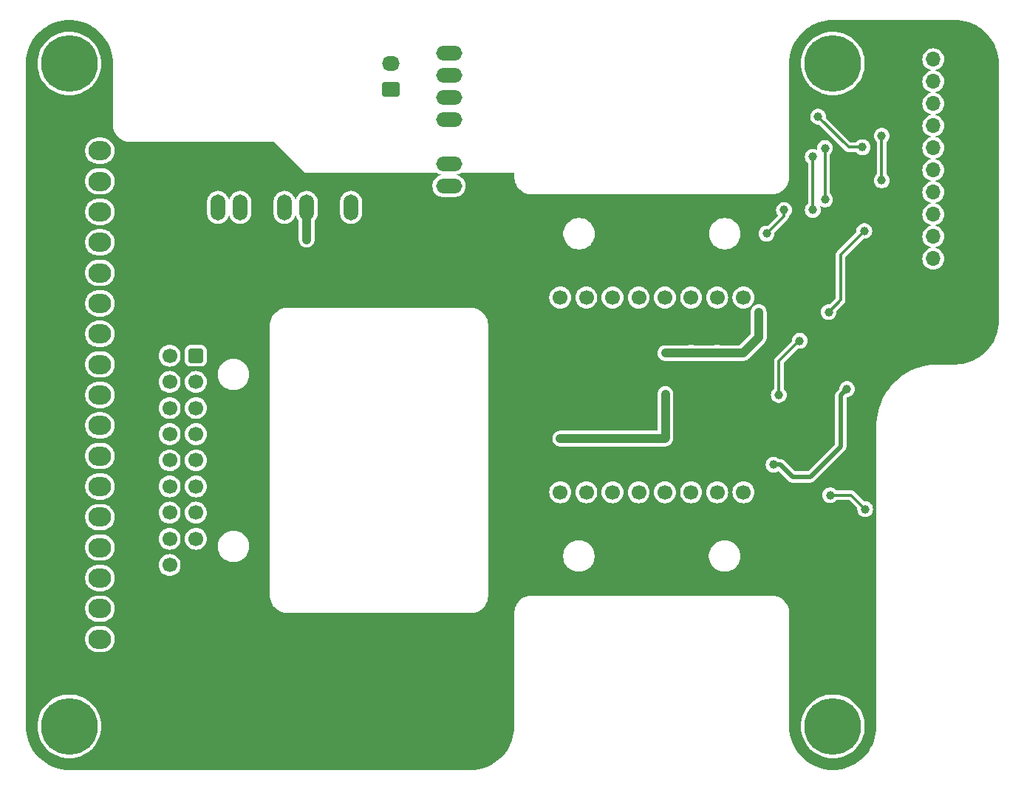
<source format=gbr>
%TF.GenerationSoftware,KiCad,Pcbnew,8.0.9-8.0.9-0~ubuntu24.04.1*%
%TF.CreationDate,2025-03-05T09:33:49+00:00*%
%TF.ProjectId,BMS-Mux-PCB,424d532d-4d75-4782-9d50-43422e6b6963,rev?*%
%TF.SameCoordinates,Original*%
%TF.FileFunction,Copper,L2,Bot*%
%TF.FilePolarity,Positive*%
%FSLAX46Y46*%
G04 Gerber Fmt 4.6, Leading zero omitted, Abs format (unit mm)*
G04 Created by KiCad (PCBNEW 8.0.9-8.0.9-0~ubuntu24.04.1) date 2025-03-05 09:33:49*
%MOMM*%
%LPD*%
G01*
G04 APERTURE LIST*
G04 Aperture macros list*
%AMRoundRect*
0 Rectangle with rounded corners*
0 $1 Rounding radius*
0 $2 $3 $4 $5 $6 $7 $8 $9 X,Y pos of 4 corners*
0 Add a 4 corners polygon primitive as box body*
4,1,4,$2,$3,$4,$5,$6,$7,$8,$9,$2,$3,0*
0 Add four circle primitives for the rounded corners*
1,1,$1+$1,$2,$3*
1,1,$1+$1,$4,$5*
1,1,$1+$1,$6,$7*
1,1,$1+$1,$8,$9*
0 Add four rect primitives between the rounded corners*
20,1,$1+$1,$2,$3,$4,$5,0*
20,1,$1+$1,$4,$5,$6,$7,0*
20,1,$1+$1,$6,$7,$8,$9,0*
20,1,$1+$1,$8,$9,$2,$3,0*%
G04 Aperture macros list end*
%TA.AperFunction,ComponentPad*%
%ADD10C,6.500000*%
%TD*%
%TA.AperFunction,ComponentPad*%
%ADD11RoundRect,0.283334X0.726666X-0.566666X0.726666X0.566666X-0.726666X0.566666X-0.726666X-0.566666X0*%
%TD*%
%TA.AperFunction,ComponentPad*%
%ADD12O,2.020000X1.700000*%
%TD*%
%TA.AperFunction,ComponentPad*%
%ADD13R,1.700000X3.000000*%
%TD*%
%TA.AperFunction,ComponentPad*%
%ADD14O,1.700000X3.000000*%
%TD*%
%TA.AperFunction,ComponentPad*%
%ADD15RoundRect,0.283334X0.566666X0.566666X-0.566666X0.566666X-0.566666X-0.566666X0.566666X-0.566666X0*%
%TD*%
%TA.AperFunction,ComponentPad*%
%ADD16C,1.700000*%
%TD*%
%TA.AperFunction,ComponentPad*%
%ADD17R,3.000000X1.700000*%
%TD*%
%TA.AperFunction,ComponentPad*%
%ADD18O,3.000000X1.700000*%
%TD*%
%TA.AperFunction,ComponentPad*%
%ADD19RoundRect,0.275000X1.025000X-0.825000X1.025000X0.825000X-1.025000X0.825000X-1.025000X-0.825000X0*%
%TD*%
%TA.AperFunction,ComponentPad*%
%ADD20O,2.600000X2.200000*%
%TD*%
%TA.AperFunction,ComponentPad*%
%ADD21RoundRect,0.283334X-0.566666X-0.566666X0.566666X-0.566666X0.566666X0.566666X-0.566666X0.566666X0*%
%TD*%
%TA.AperFunction,ComponentPad*%
%ADD22RoundRect,0.283334X-0.566666X0.566666X-0.566666X-0.566666X0.566666X-0.566666X0.566666X0.566666X0*%
%TD*%
%TA.AperFunction,ComponentPad*%
%ADD23R,1.700000X1.700000*%
%TD*%
%TA.AperFunction,ComponentPad*%
%ADD24O,1.700000X1.700000*%
%TD*%
%TA.AperFunction,ViaPad*%
%ADD25C,1.000000*%
%TD*%
%TA.AperFunction,Conductor*%
%ADD26C,1.000000*%
%TD*%
%TA.AperFunction,Conductor*%
%ADD27C,0.500000*%
%TD*%
%TA.AperFunction,Conductor*%
%ADD28C,0.300000*%
%TD*%
G04 APERTURE END LIST*
D10*
%TO.P,H4,1,1*%
%TO.N,unconnected-(H4-Pad1)*%
X70500000Y-131500000D03*
%TD*%
%TO.P,H1,1,1*%
%TO.N,unconnected-(H1-Pad1)*%
X158000000Y-55500000D03*
%TD*%
D11*
%TO.P,J5,1,Pin_1*%
%TO.N,/+12V_ISO*%
X107320000Y-58500000D03*
D12*
%TO.P,J5,2,Pin_2*%
%TO.N,/GND_ISO*%
X107320000Y-55500000D03*
%TD*%
D13*
%TO.P,U4,1,-VIN*%
%TO.N,GND*%
X85000000Y-72000000D03*
D14*
%TO.P,U4,2,+VIN*%
%TO.N,+V_BAT*%
X87540000Y-72000000D03*
%TO.P,U4,3,ON/~{OFF}*%
%TO.N,/EN_SIG*%
X90080000Y-72000000D03*
%TO.P,U4,5,NC*%
%TO.N,unconnected-(U4-NC-Pad5)*%
X95160000Y-72000000D03*
%TO.P,U4,6,+VOUT*%
%TO.N,+3V3*%
X97700000Y-72000000D03*
%TO.P,U4,7,-VOUT*%
%TO.N,GND*%
X100240000Y-72000000D03*
%TO.P,U4,8,NC*%
%TO.N,unconnected-(U4-NC-Pad8)*%
X102780000Y-72000000D03*
%TD*%
D15*
%TO.P,J2,1,Pin_1*%
%TO.N,GND*%
X147750000Y-107665000D03*
D16*
%TO.P,J2,2,Pin_2*%
X144750000Y-107665000D03*
%TO.P,J2,3,Pin_3*%
X141750000Y-107665000D03*
%TO.P,J2,4,Pin_4*%
X138750000Y-107665000D03*
%TO.P,J2,5,Pin_5*%
X135750000Y-107665000D03*
%TO.P,J2,6,Pin_6*%
X132750000Y-107665000D03*
%TO.P,J2,7,Pin_7*%
X129750000Y-107665000D03*
%TO.P,J2,8,Pin_8*%
X126750000Y-107665000D03*
%TO.P,J2,9,Pin_9*%
%TO.N,/SENS_16*%
X147750000Y-104665000D03*
%TO.P,J2,10,Pin_10*%
%TO.N,/SENS_15*%
X144750000Y-104665000D03*
%TO.P,J2,11,Pin_11*%
%TO.N,/SENS_14*%
X141750000Y-104665000D03*
%TO.P,J2,12,Pin_12*%
%TO.N,/SENS_13*%
X138750000Y-104665000D03*
%TO.P,J2,13,Pin_13*%
%TO.N,/SENS_12*%
X135750000Y-104665000D03*
%TO.P,J2,14,Pin_14*%
%TO.N,/SENS_11*%
X132750000Y-104665000D03*
%TO.P,J2,15,Pin_15*%
%TO.N,/SENS_10*%
X129750000Y-104665000D03*
%TO.P,J2,16,Pin_16*%
%TO.N,/SENS_9*%
X126750000Y-104665000D03*
%TD*%
D17*
%TO.P,U3,1,-VIN*%
%TO.N,GND*%
X114000000Y-72080000D03*
D18*
%TO.P,U3,2,+VIN*%
%TO.N,+V_BAT*%
X114000000Y-69540000D03*
%TO.P,U3,3,ON/~{OFF}*%
%TO.N,unconnected-(U3-ON{slash}~{OFF}-Pad3)*%
X114000000Y-67000000D03*
%TO.P,U3,5,NC*%
%TO.N,unconnected-(U3-NC-Pad5)*%
X114000000Y-61920000D03*
%TO.P,U3,6,+VOUT*%
%TO.N,/+12V_ISO*%
X114000000Y-59380000D03*
%TO.P,U3,7,-VOUT*%
%TO.N,/GND_ISO*%
X114000000Y-56840000D03*
%TO.P,U3,8,NC*%
%TO.N,unconnected-(U3-NC-Pad8)*%
X114000000Y-54300000D03*
%TD*%
D19*
%TO.P,J4,1,Pin_1*%
%TO.N,GND*%
X74000000Y-125000000D03*
D20*
%TO.P,J4,2,Pin_2*%
%TO.N,Net-(J4-Pin_2)*%
X74000000Y-121500000D03*
%TO.P,J4,3,Pin_3*%
%TO.N,Net-(J4-Pin_3)*%
X74000000Y-118000000D03*
%TO.P,J4,4,Pin_4*%
%TO.N,Net-(J4-Pin_4)*%
X74000000Y-114500000D03*
%TO.P,J4,5,Pin_5*%
%TO.N,Net-(J4-Pin_5)*%
X74000000Y-111000000D03*
%TO.P,J4,6,Pin_6*%
%TO.N,Net-(J4-Pin_6)*%
X74000000Y-107500000D03*
%TO.P,J4,7,Pin_7*%
%TO.N,Net-(J4-Pin_7)*%
X74000000Y-104000000D03*
%TO.P,J4,8,Pin_8*%
%TO.N,Net-(J4-Pin_8)*%
X74000000Y-100500000D03*
%TO.P,J4,9,Pin_9*%
%TO.N,Net-(J4-Pin_9)*%
X74000000Y-97000000D03*
%TO.P,J4,10,Pin_10*%
%TO.N,Net-(J4-Pin_10)*%
X74000000Y-93500000D03*
%TO.P,J4,11,Pin_11*%
%TO.N,Net-(J4-Pin_11)*%
X74000000Y-90000000D03*
%TO.P,J4,12,Pin_12*%
%TO.N,Net-(J4-Pin_12)*%
X74000000Y-86500000D03*
%TO.P,J4,13,Pin_13*%
%TO.N,Net-(J4-Pin_13)*%
X74000000Y-83000000D03*
%TO.P,J4,14,Pin_14*%
%TO.N,Net-(J4-Pin_14)*%
X74000000Y-79500000D03*
%TO.P,J4,15,Pin_15*%
%TO.N,Net-(J4-Pin_15)*%
X74000000Y-76000000D03*
%TO.P,J4,16,Pin_16*%
%TO.N,Net-(J4-Pin_16)*%
X74000000Y-72500000D03*
%TO.P,J4,17,Pin_17*%
%TO.N,+V_BAT*%
X74000000Y-69000000D03*
%TO.P,J4,18,Pin_18*%
%TO.N,unconnected-(J4-Pin_18-Pad18)*%
X74000000Y-65500000D03*
%TD*%
D21*
%TO.P,J1,1,Pin_1*%
%TO.N,GND*%
X126750000Y-79335000D03*
D16*
%TO.P,J1,2,Pin_2*%
X129750000Y-79335000D03*
%TO.P,J1,3,Pin_3*%
X132750000Y-79335000D03*
%TO.P,J1,4,Pin_4*%
X135750000Y-79335000D03*
%TO.P,J1,5,Pin_5*%
X138750000Y-79335000D03*
%TO.P,J1,6,Pin_6*%
X141750000Y-79335000D03*
%TO.P,J1,7,Pin_7*%
X144750000Y-79335000D03*
%TO.P,J1,8,Pin_8*%
X147750000Y-79335000D03*
%TO.P,J1,9,Pin_9*%
%TO.N,/SENS_8*%
X126750000Y-82335000D03*
%TO.P,J1,10,Pin_10*%
%TO.N,/SENS_7*%
X129750000Y-82335000D03*
%TO.P,J1,11,Pin_11*%
%TO.N,/SENS_6*%
X132750000Y-82335000D03*
%TO.P,J1,12,Pin_12*%
%TO.N,/SENS_5*%
X135750000Y-82335000D03*
%TO.P,J1,13,Pin_13*%
%TO.N,/SENS_4*%
X138750000Y-82335000D03*
%TO.P,J1,14,Pin_14*%
%TO.N,/SENS_3*%
X141750000Y-82335000D03*
%TO.P,J1,15,Pin_15*%
%TO.N,/SENS_2*%
X144750000Y-82335000D03*
%TO.P,J1,16,Pin_16*%
%TO.N,/SENS_1*%
X147750000Y-82335000D03*
%TD*%
D10*
%TO.P,H3,1,1*%
%TO.N,unconnected-(H3-Pad1)*%
X158000000Y-131500000D03*
%TD*%
D22*
%TO.P,J3,1,Pin_1*%
%TO.N,/BATT_15*%
X85000000Y-89000000D03*
D16*
%TO.P,J3,2,Pin_2*%
%TO.N,/BATT_13*%
X85000000Y-92000000D03*
%TO.P,J3,3,Pin_3*%
%TO.N,/BATT_11*%
X85000000Y-95000000D03*
%TO.P,J3,4,Pin_4*%
%TO.N,/BATT_9*%
X85000000Y-98000000D03*
%TO.P,J3,5,Pin_5*%
%TO.N,/BATT_7*%
X85000000Y-101000000D03*
%TO.P,J3,6,Pin_6*%
%TO.N,/BATT_5*%
X85000000Y-104000000D03*
%TO.P,J3,7,Pin_7*%
%TO.N,/BATT_3*%
X85000000Y-107000000D03*
%TO.P,J3,8,Pin_8*%
%TO.N,/BATT_1*%
X85000000Y-110000000D03*
%TO.P,J3,9,Pin_9*%
%TO.N,GND*%
X85000000Y-113000000D03*
%TO.P,J3,10,Pin_10*%
%TO.N,/BATT_16*%
X82000000Y-89000000D03*
%TO.P,J3,11,Pin_11*%
%TO.N,/BATT_14*%
X82000000Y-92000000D03*
%TO.P,J3,12,Pin_12*%
%TO.N,/BATT_12*%
X82000000Y-95000000D03*
%TO.P,J3,13,Pin_13*%
%TO.N,/BATT_10*%
X82000000Y-98000000D03*
%TO.P,J3,14,Pin_14*%
%TO.N,/BATT_8*%
X82000000Y-101000000D03*
%TO.P,J3,15,Pin_15*%
%TO.N,/BATT_6*%
X82000000Y-104000000D03*
%TO.P,J3,16,Pin_16*%
%TO.N,/BATT_4*%
X82000000Y-107000000D03*
%TO.P,J3,17,Pin_17*%
%TO.N,/BATT_2*%
X82000000Y-110000000D03*
%TO.P,J3,18,Pin_18*%
%TO.N,unconnected-(J3-Pin_18-Pad18)*%
X82000000Y-113000000D03*
%TD*%
D10*
%TO.P,H2,1,1*%
%TO.N,unconnected-(H2-Pad1)*%
X70500000Y-55500000D03*
%TD*%
D23*
%TO.P,J6,1,Pin_1*%
%TO.N,GND*%
X172040000Y-55000000D03*
D24*
%TO.P,J6,2,Pin_2*%
%TO.N,/GPIO1_ADC*%
X169500000Y-55000000D03*
%TO.P,J6,3,Pin_3*%
%TO.N,GND*%
X172040000Y-57540000D03*
%TO.P,J6,4,Pin_4*%
%TO.N,/GPIO2_ADC*%
X169500000Y-57540000D03*
%TO.P,J6,5,Pin_5*%
%TO.N,GND*%
X172040000Y-60080000D03*
%TO.P,J6,6,Pin_6*%
%TO.N,/GPIO3_ADC*%
X169500000Y-60080000D03*
%TO.P,J6,7,Pin_7*%
%TO.N,GND*%
X172040000Y-62620000D03*
%TO.P,J6,8,Pin_8*%
%TO.N,/GPIO5_SW*%
X169500000Y-62620000D03*
%TO.P,J6,9,Pin_9*%
%TO.N,GND*%
X172040000Y-65160000D03*
%TO.P,J6,10,Pin_10*%
%TO.N,/GPIO6_EN*%
X169500000Y-65160000D03*
%TO.P,J6,11,Pin_11*%
%TO.N,GND*%
X172040000Y-67700000D03*
%TO.P,J6,12,Pin_12*%
%TO.N,/GPIO6_ADC*%
X169500000Y-67700000D03*
%TO.P,J6,13,Pin_13*%
%TO.N,GND*%
X172040000Y-70240000D03*
%TO.P,J6,14,Pin_14*%
%TO.N,/GPIO7_ADC*%
X169500000Y-70240000D03*
%TO.P,J6,15,Pin_15*%
%TO.N,GND*%
X172040000Y-72780000D03*
%TO.P,J6,16,Pin_16*%
%TO.N,/GPIO8_ADC*%
X169500000Y-72780000D03*
%TO.P,J6,17,Pin_17*%
%TO.N,GND*%
X172040000Y-75320000D03*
%TO.P,J6,18,Pin_18*%
%TO.N,/GPIO9_ADC*%
X169500000Y-75320000D03*
%TO.P,J6,19,Pin_19*%
%TO.N,GND*%
X172040000Y-77860000D03*
%TO.P,J6,20,Pin_20*%
%TO.N,/GPIO10_ADC*%
X169500000Y-77860000D03*
%TD*%
D25*
%TO.N,GND*%
X151300000Y-103000000D03*
X161650000Y-96665077D03*
X158900000Y-72300000D03*
%TO.N,+3V3*%
X126750000Y-98500000D03*
X151200000Y-101500000D03*
X149500000Y-84000000D03*
X97700000Y-75700000D03*
X141750000Y-88650000D03*
X138800000Y-93400000D03*
X138800000Y-88700000D03*
X144750000Y-88650000D03*
X138750000Y-98500000D03*
X147750000Y-88650000D03*
X129750000Y-98500000D03*
X159622910Y-92822910D03*
X135750000Y-98500000D03*
X132750000Y-98500000D03*
%TO.N,/GPIO3_ADC*%
X152400000Y-72300000D03*
X150400000Y-75000000D03*
%TO.N,/GPIO2_ADC*%
X157100000Y-71100000D03*
X157100000Y-65200000D03*
%TO.N,/GPIO6_EN*%
X161400000Y-65100000D03*
X156300000Y-61600000D03*
%TO.N,/GPIO5_SW*%
X163600000Y-68900000D03*
X163600000Y-63800000D03*
%TO.N,/GPIO1_ADC*%
X155700000Y-66200000D03*
X155700000Y-72300000D03*
%TO.N,/GPIO10_ADC*%
X157700000Y-105000000D03*
X161700000Y-106600000D03*
%TO.N,/MUX_SW*%
X151800000Y-93500000D03*
X157510000Y-84010000D03*
X161600000Y-74700000D03*
X154200000Y-87300000D03*
%TD*%
D26*
%TO.N,+3V3*%
X149500000Y-84000000D02*
X149500000Y-86900000D01*
X138750000Y-98500000D02*
X126750000Y-98500000D01*
D27*
X155400000Y-102900000D02*
X158900000Y-99400000D01*
X153400000Y-102900000D02*
X155400000Y-102900000D01*
X151200000Y-101500000D02*
X152000000Y-101500000D01*
D26*
X138700000Y-98450000D02*
X138750000Y-98500000D01*
D27*
X158900000Y-99400000D02*
X158900000Y-93545820D01*
D26*
X138800000Y-98450000D02*
X138750000Y-98500000D01*
X138800000Y-93400000D02*
X138800000Y-98450000D01*
X147700000Y-88700000D02*
X147750000Y-88650000D01*
D27*
X152000000Y-101500000D02*
X153400000Y-102900000D01*
D26*
X149500000Y-86900000D02*
X147750000Y-88650000D01*
X138800000Y-88700000D02*
X147700000Y-88700000D01*
D27*
X158900000Y-93545820D02*
X159622910Y-92822910D01*
D26*
X97700000Y-72000000D02*
X97700000Y-75700000D01*
D28*
%TO.N,/GPIO3_ADC*%
X150400000Y-75000000D02*
X152400000Y-73000000D01*
X152400000Y-73000000D02*
X152400000Y-72300000D01*
%TO.N,/GPIO2_ADC*%
X157100000Y-65200000D02*
X157100000Y-71100000D01*
%TO.N,/GPIO6_EN*%
X161400000Y-65100000D02*
X159800000Y-65100000D01*
X159800000Y-65100000D02*
X156300000Y-61600000D01*
%TO.N,/GPIO5_SW*%
X163600000Y-63800000D02*
X163600000Y-68900000D01*
X169520000Y-62620000D02*
X169600000Y-62700000D01*
X169500000Y-62620000D02*
X169520000Y-62620000D01*
%TO.N,/GPIO1_ADC*%
X155700000Y-66200000D02*
X155700000Y-72300000D01*
%TO.N,/GPIO10_ADC*%
X161700000Y-106600000D02*
X160100000Y-105000000D01*
X160100000Y-105000000D02*
X157700000Y-105000000D01*
%TO.N,/MUX_SW*%
X158900000Y-82620000D02*
X158900000Y-77400000D01*
X151800000Y-93500000D02*
X151800000Y-89600000D01*
X151800000Y-89600000D02*
X154100000Y-87300000D01*
X157510000Y-84010000D02*
X158900000Y-82620000D01*
X154100000Y-87300000D02*
X154200000Y-87300000D01*
X158900000Y-77400000D02*
X161600000Y-74700000D01*
%TD*%
%TA.AperFunction,Conductor*%
%TO.N,GND*%
G36*
X172001015Y-50500542D02*
G01*
X172410824Y-50517492D01*
X172414860Y-50517826D01*
X172617873Y-50543131D01*
X172820887Y-50568437D01*
X172824878Y-50569103D01*
X173225332Y-50653069D01*
X173229226Y-50654055D01*
X173621394Y-50770809D01*
X173625222Y-50772123D01*
X174006394Y-50920856D01*
X174010092Y-50922478D01*
X174377682Y-51102182D01*
X174381238Y-51104107D01*
X174732721Y-51313546D01*
X174736112Y-51315761D01*
X175069109Y-51553516D01*
X175072305Y-51556004D01*
X175384526Y-51820441D01*
X175387505Y-51823184D01*
X175676815Y-52112494D01*
X175679558Y-52115473D01*
X175943995Y-52427694D01*
X175946483Y-52430890D01*
X176184238Y-52763887D01*
X176186453Y-52767278D01*
X176395892Y-53118761D01*
X176397819Y-53122322D01*
X176577518Y-53489902D01*
X176579145Y-53493611D01*
X176727875Y-53874775D01*
X176729190Y-53878605D01*
X176845940Y-54270757D01*
X176846934Y-54274684D01*
X176930895Y-54675119D01*
X176931562Y-54679113D01*
X176982173Y-55085139D01*
X176982507Y-55089175D01*
X176999458Y-55498984D01*
X176999500Y-55501009D01*
X176999500Y-84998990D01*
X176999458Y-85001015D01*
X176982507Y-85410824D01*
X176982173Y-85414860D01*
X176931562Y-85820886D01*
X176930895Y-85824880D01*
X176846934Y-86225315D01*
X176845940Y-86229242D01*
X176729190Y-86621394D01*
X176727875Y-86625224D01*
X176579145Y-87006388D01*
X176577518Y-87010097D01*
X176397819Y-87377677D01*
X176395892Y-87381238D01*
X176186453Y-87732721D01*
X176184238Y-87736112D01*
X175946483Y-88069109D01*
X175943995Y-88072305D01*
X175679558Y-88384526D01*
X175676815Y-88387505D01*
X175387505Y-88676815D01*
X175384526Y-88679558D01*
X175072305Y-88943995D01*
X175069109Y-88946483D01*
X174736112Y-89184238D01*
X174732721Y-89186453D01*
X174381238Y-89395892D01*
X174377677Y-89397819D01*
X174010097Y-89577518D01*
X174006388Y-89579145D01*
X173625224Y-89727875D01*
X173621394Y-89729190D01*
X173229242Y-89845940D01*
X173225315Y-89846934D01*
X172824880Y-89930895D01*
X172820886Y-89931562D01*
X172414860Y-89982173D01*
X172410824Y-89982507D01*
X172001015Y-89999458D01*
X171998990Y-89999500D01*
X169749969Y-89999500D01*
X169251200Y-90035172D01*
X168756263Y-90106334D01*
X168756242Y-90106337D01*
X168267624Y-90212630D01*
X168267606Y-90212635D01*
X167787851Y-90353505D01*
X167787843Y-90353507D01*
X167787836Y-90353510D01*
X167453179Y-90478330D01*
X167319311Y-90528260D01*
X166864481Y-90735973D01*
X166864454Y-90735987D01*
X166425580Y-90975629D01*
X166425568Y-90975637D01*
X166004918Y-91245973D01*
X166004913Y-91245976D01*
X166004911Y-91245978D01*
X165802378Y-91397592D01*
X165604592Y-91545653D01*
X165226691Y-91873107D01*
X165226676Y-91873121D01*
X164873121Y-92226676D01*
X164873107Y-92226691D01*
X164545653Y-92604592D01*
X164464072Y-92713572D01*
X164246927Y-93003644D01*
X164245973Y-93004918D01*
X163975637Y-93425568D01*
X163975629Y-93425580D01*
X163735987Y-93864454D01*
X163735973Y-93864481D01*
X163528260Y-94319311D01*
X163528258Y-94319317D01*
X163353510Y-94787836D01*
X163353507Y-94787843D01*
X163353505Y-94787851D01*
X163212635Y-95267606D01*
X163212630Y-95267624D01*
X163106337Y-95756242D01*
X163106334Y-95756263D01*
X163035172Y-96251200D01*
X162999500Y-96749969D01*
X162999500Y-131498939D01*
X162999453Y-131501076D01*
X162980568Y-131933590D01*
X162980196Y-131937849D01*
X162923825Y-132366029D01*
X162923083Y-132370238D01*
X162829607Y-132791883D01*
X162828500Y-132796013D01*
X162698635Y-133207893D01*
X162697173Y-133211909D01*
X162531908Y-133610894D01*
X162530101Y-133614769D01*
X162330677Y-133997857D01*
X162328540Y-134001559D01*
X162096497Y-134365795D01*
X162094045Y-134369296D01*
X161831146Y-134711912D01*
X161828399Y-134715187D01*
X161536625Y-135033602D01*
X161533602Y-135036625D01*
X161215187Y-135328399D01*
X161211912Y-135331146D01*
X160869296Y-135594045D01*
X160865795Y-135596497D01*
X160501559Y-135828540D01*
X160497857Y-135830677D01*
X160114769Y-136030101D01*
X160110894Y-136031908D01*
X159711909Y-136197173D01*
X159707893Y-136198635D01*
X159296013Y-136328500D01*
X159291883Y-136329607D01*
X158870238Y-136423083D01*
X158866029Y-136423825D01*
X158437849Y-136480196D01*
X158433590Y-136480568D01*
X158002137Y-136499406D01*
X157997863Y-136499406D01*
X157566409Y-136480568D01*
X157562150Y-136480196D01*
X157133970Y-136423825D01*
X157129761Y-136423083D01*
X156708116Y-136329607D01*
X156703986Y-136328500D01*
X156292106Y-136198635D01*
X156288090Y-136197173D01*
X155889105Y-136031908D01*
X155885230Y-136030101D01*
X155502142Y-135830677D01*
X155498440Y-135828540D01*
X155134204Y-135596497D01*
X155130703Y-135594045D01*
X154788087Y-135331146D01*
X154784812Y-135328399D01*
X154466397Y-135036625D01*
X154463374Y-135033602D01*
X154171600Y-134715187D01*
X154168853Y-134711912D01*
X153905954Y-134369296D01*
X153903502Y-134365795D01*
X153671459Y-134001559D01*
X153669322Y-133997857D01*
X153469898Y-133614769D01*
X153468091Y-133610894D01*
X153426340Y-133510097D01*
X153302820Y-133211894D01*
X153301369Y-133207908D01*
X153171496Y-132796004D01*
X153170392Y-132791883D01*
X153166072Y-132772398D01*
X153076915Y-132370237D01*
X153076174Y-132366029D01*
X153019803Y-131937849D01*
X153019431Y-131933590D01*
X153018613Y-131914860D01*
X153000547Y-131501076D01*
X153000523Y-131500000D01*
X154344490Y-131500000D01*
X154364514Y-131882096D01*
X154364514Y-131882100D01*
X154364515Y-131882105D01*
X154373344Y-131937849D01*
X154424372Y-132260024D01*
X154523403Y-132629615D01*
X154523403Y-132629617D01*
X154660520Y-132986821D01*
X154660523Y-132986826D01*
X154834234Y-133327753D01*
X155042632Y-133648659D01*
X155042634Y-133648661D01*
X155283423Y-133946009D01*
X155283436Y-133946024D01*
X155553975Y-134216563D01*
X155553982Y-134216569D01*
X155553986Y-134216573D01*
X155553990Y-134216576D01*
X155851338Y-134457365D01*
X155851340Y-134457367D01*
X155851345Y-134457370D01*
X156172245Y-134665765D01*
X156513170Y-134839475D01*
X156513173Y-134839476D01*
X156513178Y-134839479D01*
X156798942Y-134949172D01*
X156870385Y-134976597D01*
X157239977Y-135075628D01*
X157617895Y-135135485D01*
X158000000Y-135155510D01*
X158382105Y-135135485D01*
X158760023Y-135075628D01*
X159129615Y-134976597D01*
X159361708Y-134887505D01*
X159486821Y-134839479D01*
X159486823Y-134839477D01*
X159486830Y-134839475D01*
X159827755Y-134665765D01*
X160148655Y-134457370D01*
X160446014Y-134216573D01*
X160716573Y-133946014D01*
X160957370Y-133648655D01*
X161165765Y-133327755D01*
X161339475Y-132986830D01*
X161339477Y-132986823D01*
X161339479Y-132986821D01*
X161476596Y-132629617D01*
X161476597Y-132629615D01*
X161575628Y-132260023D01*
X161635485Y-131882105D01*
X161655510Y-131500000D01*
X161635485Y-131117895D01*
X161575628Y-130739977D01*
X161476597Y-130370385D01*
X161476596Y-130370382D01*
X161339479Y-130013178D01*
X161339476Y-130013173D01*
X161339475Y-130013170D01*
X161165765Y-129672245D01*
X160957370Y-129351345D01*
X160957367Y-129351340D01*
X160957365Y-129351338D01*
X160716576Y-129053990D01*
X160716563Y-129053975D01*
X160446024Y-128783436D01*
X160446009Y-128783423D01*
X160148661Y-128542634D01*
X160148659Y-128542632D01*
X159827753Y-128334234D01*
X159486826Y-128160523D01*
X159486821Y-128160520D01*
X159129616Y-128023403D01*
X158760024Y-127924372D01*
X158657502Y-127908134D01*
X158382105Y-127864515D01*
X158382100Y-127864514D01*
X158382096Y-127864514D01*
X158000000Y-127844490D01*
X157617903Y-127864514D01*
X157617897Y-127864514D01*
X157617895Y-127864515D01*
X157445018Y-127891896D01*
X157239975Y-127924372D01*
X156870384Y-128023403D01*
X156870382Y-128023403D01*
X156513178Y-128160520D01*
X156513173Y-128160523D01*
X156172246Y-128334234D01*
X155851340Y-128542632D01*
X155851338Y-128542634D01*
X155553990Y-128783423D01*
X155553975Y-128783436D01*
X155283436Y-129053975D01*
X155283423Y-129053990D01*
X155042634Y-129351338D01*
X155042632Y-129351340D01*
X154834234Y-129672246D01*
X154660523Y-130013173D01*
X154660520Y-130013178D01*
X154523403Y-130370382D01*
X154523403Y-130370384D01*
X154424372Y-130739975D01*
X154364514Y-131117903D01*
X154344490Y-131500000D01*
X153000523Y-131500000D01*
X153000500Y-131498939D01*
X153000500Y-118368882D01*
X152998194Y-118351365D01*
X152966270Y-118108884D01*
X152939045Y-118007279D01*
X152898400Y-117855587D01*
X152898396Y-117855577D01*
X152884427Y-117821853D01*
X152798043Y-117613303D01*
X152666924Y-117386197D01*
X152666921Y-117386193D01*
X152666915Y-117386184D01*
X152507290Y-117178158D01*
X152507279Y-117178146D01*
X152321853Y-116992720D01*
X152321841Y-116992709D01*
X152113815Y-116833084D01*
X152113800Y-116833074D01*
X151886700Y-116701959D01*
X151886701Y-116701959D01*
X151886697Y-116701957D01*
X151703209Y-116625953D01*
X151644422Y-116601603D01*
X151644412Y-116601599D01*
X151391127Y-116533732D01*
X151391120Y-116533731D01*
X151391116Y-116533730D01*
X151131120Y-116499500D01*
X151098541Y-116499500D01*
X123592710Y-116499500D01*
X123500000Y-116499500D01*
X123368880Y-116499500D01*
X123108884Y-116533730D01*
X123108880Y-116533730D01*
X123108872Y-116533732D01*
X122855587Y-116601599D01*
X122855577Y-116601603D01*
X122696435Y-116667522D01*
X122613303Y-116701957D01*
X122613300Y-116701958D01*
X122613299Y-116701959D01*
X122386199Y-116833074D01*
X122386184Y-116833084D01*
X122178158Y-116992709D01*
X122178146Y-116992720D01*
X121992720Y-117178146D01*
X121992709Y-117178158D01*
X121833084Y-117386184D01*
X121833074Y-117386199D01*
X121701959Y-117613299D01*
X121701957Y-117613303D01*
X121667522Y-117696435D01*
X121601603Y-117855577D01*
X121601599Y-117855587D01*
X121533732Y-118108872D01*
X121499500Y-118368882D01*
X121499500Y-131498990D01*
X121499458Y-131501015D01*
X121482507Y-131910824D01*
X121482173Y-131914860D01*
X121431562Y-132320886D01*
X121430895Y-132324880D01*
X121346934Y-132725315D01*
X121345940Y-132729242D01*
X121229190Y-133121394D01*
X121227875Y-133125224D01*
X121079145Y-133506388D01*
X121077518Y-133510097D01*
X120897819Y-133877677D01*
X120895892Y-133881238D01*
X120686453Y-134232721D01*
X120684238Y-134236112D01*
X120446483Y-134569109D01*
X120443995Y-134572305D01*
X120179558Y-134884526D01*
X120176815Y-134887505D01*
X119887505Y-135176815D01*
X119884526Y-135179558D01*
X119572305Y-135443995D01*
X119569109Y-135446483D01*
X119236112Y-135684238D01*
X119232721Y-135686453D01*
X118881238Y-135895892D01*
X118877677Y-135897819D01*
X118510097Y-136077518D01*
X118506388Y-136079145D01*
X118125224Y-136227875D01*
X118121394Y-136229190D01*
X117729242Y-136345940D01*
X117725315Y-136346934D01*
X117324880Y-136430895D01*
X117320886Y-136431562D01*
X116914860Y-136482173D01*
X116910824Y-136482507D01*
X116501015Y-136499458D01*
X116498990Y-136499500D01*
X70501010Y-136499500D01*
X70498985Y-136499458D01*
X70089175Y-136482507D01*
X70085139Y-136482173D01*
X69679113Y-136431562D01*
X69675119Y-136430895D01*
X69274684Y-136346934D01*
X69270757Y-136345940D01*
X68878605Y-136229190D01*
X68874775Y-136227875D01*
X68493611Y-136079145D01*
X68489902Y-136077518D01*
X68122322Y-135897819D01*
X68118761Y-135895892D01*
X67767278Y-135686453D01*
X67763887Y-135684238D01*
X67430890Y-135446483D01*
X67427694Y-135443995D01*
X67115473Y-135179558D01*
X67112494Y-135176815D01*
X66823184Y-134887505D01*
X66820441Y-134884526D01*
X66556004Y-134572305D01*
X66553516Y-134569109D01*
X66315761Y-134236112D01*
X66313546Y-134232721D01*
X66104107Y-133881238D01*
X66102180Y-133877677D01*
X66045547Y-133761833D01*
X65922478Y-133510092D01*
X65920854Y-133506388D01*
X65851151Y-133327755D01*
X65772123Y-133125222D01*
X65770809Y-133121394D01*
X65730746Y-132986826D01*
X65654055Y-132729226D01*
X65653069Y-132725332D01*
X65569103Y-132324878D01*
X65568437Y-132320886D01*
X65560850Y-132260023D01*
X65517826Y-131914860D01*
X65517492Y-131910824D01*
X65500542Y-131501015D01*
X65500521Y-131500000D01*
X66844490Y-131500000D01*
X66864514Y-131882096D01*
X66864514Y-131882100D01*
X66864515Y-131882105D01*
X66873344Y-131937849D01*
X66924372Y-132260024D01*
X67023403Y-132629615D01*
X67023403Y-132629617D01*
X67160520Y-132986821D01*
X67160523Y-132986826D01*
X67334234Y-133327753D01*
X67542632Y-133648659D01*
X67542634Y-133648661D01*
X67783423Y-133946009D01*
X67783436Y-133946024D01*
X68053975Y-134216563D01*
X68053982Y-134216569D01*
X68053986Y-134216573D01*
X68053990Y-134216576D01*
X68351338Y-134457365D01*
X68351340Y-134457367D01*
X68351345Y-134457370D01*
X68672245Y-134665765D01*
X69013170Y-134839475D01*
X69013173Y-134839476D01*
X69013178Y-134839479D01*
X69298942Y-134949172D01*
X69370385Y-134976597D01*
X69739977Y-135075628D01*
X70117895Y-135135485D01*
X70500000Y-135155510D01*
X70882105Y-135135485D01*
X71260023Y-135075628D01*
X71629615Y-134976597D01*
X71861708Y-134887505D01*
X71986821Y-134839479D01*
X71986823Y-134839477D01*
X71986830Y-134839475D01*
X72327755Y-134665765D01*
X72648655Y-134457370D01*
X72946014Y-134216573D01*
X73216573Y-133946014D01*
X73457370Y-133648655D01*
X73665765Y-133327755D01*
X73839475Y-132986830D01*
X73839477Y-132986823D01*
X73839479Y-132986821D01*
X73976596Y-132629617D01*
X73976597Y-132629615D01*
X74075628Y-132260023D01*
X74135485Y-131882105D01*
X74155510Y-131500000D01*
X74135485Y-131117895D01*
X74075628Y-130739977D01*
X73976597Y-130370385D01*
X73976596Y-130370382D01*
X73839479Y-130013178D01*
X73839476Y-130013173D01*
X73839475Y-130013170D01*
X73665765Y-129672245D01*
X73457370Y-129351345D01*
X73457367Y-129351340D01*
X73457365Y-129351338D01*
X73216576Y-129053990D01*
X73216563Y-129053975D01*
X72946024Y-128783436D01*
X72946009Y-128783423D01*
X72648661Y-128542634D01*
X72648659Y-128542632D01*
X72327753Y-128334234D01*
X71986826Y-128160523D01*
X71986821Y-128160520D01*
X71629616Y-128023403D01*
X71260024Y-127924372D01*
X71157502Y-127908134D01*
X70882105Y-127864515D01*
X70882100Y-127864514D01*
X70882096Y-127864514D01*
X70500000Y-127844490D01*
X70117903Y-127864514D01*
X70117897Y-127864514D01*
X70117895Y-127864515D01*
X69945018Y-127891896D01*
X69739975Y-127924372D01*
X69370384Y-128023403D01*
X69370382Y-128023403D01*
X69013178Y-128160520D01*
X69013173Y-128160523D01*
X68672246Y-128334234D01*
X68351340Y-128542632D01*
X68351338Y-128542634D01*
X68053990Y-128783423D01*
X68053975Y-128783436D01*
X67783436Y-129053975D01*
X67783423Y-129053990D01*
X67542634Y-129351338D01*
X67542632Y-129351340D01*
X67334234Y-129672246D01*
X67160523Y-130013173D01*
X67160520Y-130013178D01*
X67023403Y-130370382D01*
X67023403Y-130370384D01*
X66924372Y-130739975D01*
X66864514Y-131117903D01*
X66844490Y-131500000D01*
X65500521Y-131500000D01*
X65500500Y-131498990D01*
X65500500Y-121381908D01*
X72299500Y-121381908D01*
X72299500Y-121618091D01*
X72336446Y-121851365D01*
X72336447Y-121851368D01*
X72409432Y-122075993D01*
X72516653Y-122286427D01*
X72516656Y-122286431D01*
X72516657Y-122286433D01*
X72655483Y-122477510D01*
X72655485Y-122477512D01*
X72655488Y-122477516D01*
X72822483Y-122644511D01*
X72822486Y-122644513D01*
X72822490Y-122644517D01*
X73013567Y-122783343D01*
X73013569Y-122783344D01*
X73013572Y-122783346D01*
X73224006Y-122890567D01*
X73224008Y-122890568D01*
X73448632Y-122963553D01*
X73681908Y-123000500D01*
X73681909Y-123000500D01*
X74318091Y-123000500D01*
X74318092Y-123000500D01*
X74551368Y-122963553D01*
X74775992Y-122890568D01*
X74986433Y-122783343D01*
X75177510Y-122644517D01*
X75344517Y-122477510D01*
X75483343Y-122286433D01*
X75590568Y-122075992D01*
X75663553Y-121851368D01*
X75700500Y-121618092D01*
X75700500Y-121381908D01*
X75663553Y-121148632D01*
X75590568Y-120924008D01*
X75483343Y-120713567D01*
X75344517Y-120522490D01*
X75344513Y-120522486D01*
X75344511Y-120522483D01*
X75177516Y-120355488D01*
X75177517Y-120355488D01*
X74986427Y-120216653D01*
X74775993Y-120109432D01*
X74551368Y-120036447D01*
X74551365Y-120036446D01*
X74372167Y-120008064D01*
X74318092Y-119999500D01*
X73681908Y-119999500D01*
X73638009Y-120006452D01*
X73448634Y-120036446D01*
X73448631Y-120036447D01*
X73224006Y-120109432D01*
X73013572Y-120216653D01*
X72822483Y-120355488D01*
X72655488Y-120522483D01*
X72516653Y-120713572D01*
X72409432Y-120924006D01*
X72336447Y-121148631D01*
X72336446Y-121148634D01*
X72299500Y-121381908D01*
X65500500Y-121381908D01*
X65500500Y-117881908D01*
X72299500Y-117881908D01*
X72299500Y-118118091D01*
X72336446Y-118351365D01*
X72336447Y-118351368D01*
X72409432Y-118575993D01*
X72516653Y-118786427D01*
X72516656Y-118786431D01*
X72516657Y-118786433D01*
X72655483Y-118977510D01*
X72655485Y-118977512D01*
X72655488Y-118977516D01*
X72822483Y-119144511D01*
X72822486Y-119144513D01*
X72822490Y-119144517D01*
X73013567Y-119283343D01*
X73013569Y-119283344D01*
X73013572Y-119283346D01*
X73224006Y-119390567D01*
X73224008Y-119390568D01*
X73448632Y-119463553D01*
X73681908Y-119500500D01*
X73681909Y-119500500D01*
X74318091Y-119500500D01*
X74318092Y-119500500D01*
X74551368Y-119463553D01*
X74775992Y-119390568D01*
X74986433Y-119283343D01*
X75177510Y-119144517D01*
X75344517Y-118977510D01*
X75483343Y-118786433D01*
X75590568Y-118575992D01*
X75663553Y-118351368D01*
X75700500Y-118118092D01*
X75700500Y-117881908D01*
X75663553Y-117648632D01*
X75590568Y-117424008D01*
X75483343Y-117213567D01*
X75344517Y-117022490D01*
X75344513Y-117022486D01*
X75344511Y-117022483D01*
X75177516Y-116855488D01*
X75177517Y-116855488D01*
X74986427Y-116716653D01*
X74775993Y-116609432D01*
X74551368Y-116536447D01*
X74551365Y-116536446D01*
X74372167Y-116508064D01*
X74318092Y-116499500D01*
X73681908Y-116499500D01*
X73638009Y-116506452D01*
X73448634Y-116536446D01*
X73448631Y-116536447D01*
X73224006Y-116609432D01*
X73013572Y-116716653D01*
X72822483Y-116855488D01*
X72655488Y-117022483D01*
X72516653Y-117213572D01*
X72409432Y-117424006D01*
X72336447Y-117648631D01*
X72336446Y-117648634D01*
X72299500Y-117881908D01*
X65500500Y-117881908D01*
X65500500Y-114381908D01*
X72299500Y-114381908D01*
X72299500Y-114618091D01*
X72336446Y-114851365D01*
X72336447Y-114851368D01*
X72409432Y-115075993D01*
X72516653Y-115286427D01*
X72516656Y-115286431D01*
X72516657Y-115286433D01*
X72655483Y-115477510D01*
X72655485Y-115477512D01*
X72655488Y-115477516D01*
X72822483Y-115644511D01*
X72822486Y-115644513D01*
X72822490Y-115644517D01*
X73013567Y-115783343D01*
X73013569Y-115783344D01*
X73013572Y-115783346D01*
X73224006Y-115890567D01*
X73224008Y-115890568D01*
X73448632Y-115963553D01*
X73681908Y-116000500D01*
X73681909Y-116000500D01*
X74318091Y-116000500D01*
X74318092Y-116000500D01*
X74551368Y-115963553D01*
X74775992Y-115890568D01*
X74986433Y-115783343D01*
X75177510Y-115644517D01*
X75344517Y-115477510D01*
X75483343Y-115286433D01*
X75590568Y-115075992D01*
X75663553Y-114851368D01*
X75700500Y-114618092D01*
X75700500Y-114381908D01*
X75663553Y-114148632D01*
X75590568Y-113924008D01*
X75590567Y-113924006D01*
X75483346Y-113713572D01*
X75483344Y-113713569D01*
X75483343Y-113713567D01*
X75344517Y-113522490D01*
X75344513Y-113522486D01*
X75344511Y-113522483D01*
X75177516Y-113355488D01*
X75177517Y-113355488D01*
X75140674Y-113328720D01*
X74986433Y-113216657D01*
X74986431Y-113216656D01*
X74986427Y-113216653D01*
X74775993Y-113109432D01*
X74551368Y-113036447D01*
X74551365Y-113036446D01*
X74372167Y-113008064D01*
X74321249Y-113000000D01*
X80744723Y-113000000D01*
X80763793Y-113217979D01*
X80763794Y-113217985D01*
X80820422Y-113429322D01*
X80820424Y-113429327D01*
X80912896Y-113627637D01*
X80912903Y-113627649D01*
X81038397Y-113806871D01*
X81038403Y-113806878D01*
X81193121Y-113961596D01*
X81193128Y-113961602D01*
X81372350Y-114087096D01*
X81372362Y-114087103D01*
X81444540Y-114120760D01*
X81570670Y-114179575D01*
X81570676Y-114179576D01*
X81570677Y-114179577D01*
X81782014Y-114236205D01*
X81782018Y-114236205D01*
X81782023Y-114236207D01*
X82000000Y-114255277D01*
X82217977Y-114236207D01*
X82217983Y-114236205D01*
X82217985Y-114236205D01*
X82323653Y-114207891D01*
X82429330Y-114179575D01*
X82627639Y-114087102D01*
X82627640Y-114087101D01*
X82627649Y-114087096D01*
X82806871Y-113961602D01*
X82806877Y-113961598D01*
X82961598Y-113806877D01*
X83026931Y-113713572D01*
X83087096Y-113627649D01*
X83087103Y-113627637D01*
X83098459Y-113603283D01*
X83179575Y-113429330D01*
X83236207Y-113217977D01*
X83255277Y-113000000D01*
X83236207Y-112782023D01*
X83195389Y-112629690D01*
X83179577Y-112570677D01*
X83179576Y-112570672D01*
X83087103Y-112372363D01*
X83087096Y-112372351D01*
X82961602Y-112193128D01*
X82961596Y-112193121D01*
X82806878Y-112038403D01*
X82806871Y-112038397D01*
X82627649Y-111912903D01*
X82627637Y-111912896D01*
X82483279Y-111845581D01*
X82429330Y-111820425D01*
X82429327Y-111820424D01*
X82429322Y-111820422D01*
X82217985Y-111763794D01*
X82217979Y-111763793D01*
X82000000Y-111744723D01*
X81782020Y-111763793D01*
X81782014Y-111763794D01*
X81570677Y-111820422D01*
X81570672Y-111820423D01*
X81372363Y-111912896D01*
X81372351Y-111912903D01*
X81193128Y-112038397D01*
X81193121Y-112038403D01*
X81038403Y-112193121D01*
X81038397Y-112193128D01*
X80912903Y-112372351D01*
X80912896Y-112372363D01*
X80820423Y-112570672D01*
X80820422Y-112570677D01*
X80763794Y-112782014D01*
X80763793Y-112782020D01*
X80744723Y-113000000D01*
X74321249Y-113000000D01*
X74318092Y-112999500D01*
X73681908Y-112999500D01*
X73638009Y-113006452D01*
X73448634Y-113036446D01*
X73448631Y-113036447D01*
X73224006Y-113109432D01*
X73013572Y-113216653D01*
X72822483Y-113355488D01*
X72655488Y-113522483D01*
X72516653Y-113713572D01*
X72409432Y-113924006D01*
X72336447Y-114148631D01*
X72336446Y-114148634D01*
X72299500Y-114381908D01*
X65500500Y-114381908D01*
X65500500Y-110881908D01*
X72299500Y-110881908D01*
X72299500Y-111118091D01*
X72336446Y-111351365D01*
X72336447Y-111351368D01*
X72409432Y-111575993D01*
X72516653Y-111786427D01*
X72516656Y-111786431D01*
X72516657Y-111786433D01*
X72655483Y-111977510D01*
X72655485Y-111977512D01*
X72655488Y-111977516D01*
X72822483Y-112144511D01*
X72822486Y-112144513D01*
X72822490Y-112144517D01*
X73013567Y-112283343D01*
X73013569Y-112283344D01*
X73013572Y-112283346D01*
X73224006Y-112390567D01*
X73224008Y-112390568D01*
X73448632Y-112463553D01*
X73681908Y-112500500D01*
X73681909Y-112500500D01*
X74318091Y-112500500D01*
X74318092Y-112500500D01*
X74551368Y-112463553D01*
X74775992Y-112390568D01*
X74986433Y-112283343D01*
X75177510Y-112144517D01*
X75344517Y-111977510D01*
X75483343Y-111786433D01*
X75590568Y-111575992D01*
X75663553Y-111351368D01*
X75700500Y-111118092D01*
X75700500Y-110881908D01*
X75663553Y-110648632D01*
X75590568Y-110424008D01*
X75517194Y-110280003D01*
X75483346Y-110213572D01*
X75483344Y-110213569D01*
X75483343Y-110213567D01*
X75344517Y-110022490D01*
X75344513Y-110022486D01*
X75344511Y-110022483D01*
X75322028Y-110000000D01*
X80744723Y-110000000D01*
X80763793Y-110217979D01*
X80763794Y-110217985D01*
X80820422Y-110429322D01*
X80820424Y-110429327D01*
X80912896Y-110627637D01*
X80912903Y-110627649D01*
X81038397Y-110806871D01*
X81038403Y-110806878D01*
X81193121Y-110961596D01*
X81193128Y-110961602D01*
X81372350Y-111087096D01*
X81372362Y-111087103D01*
X81438817Y-111118091D01*
X81570670Y-111179575D01*
X81570676Y-111179576D01*
X81570677Y-111179577D01*
X81782014Y-111236205D01*
X81782018Y-111236205D01*
X81782023Y-111236207D01*
X82000000Y-111255277D01*
X82217977Y-111236207D01*
X82217983Y-111236205D01*
X82217985Y-111236205D01*
X82401810Y-111186949D01*
X82429330Y-111179575D01*
X82627639Y-111087102D01*
X82627640Y-111087101D01*
X82627649Y-111087096D01*
X82783437Y-110978011D01*
X82806877Y-110961598D01*
X82961598Y-110806877D01*
X83007033Y-110741989D01*
X83087096Y-110627649D01*
X83087103Y-110627637D01*
X83091352Y-110618523D01*
X83179575Y-110429330D01*
X83207891Y-110323653D01*
X83236205Y-110217985D01*
X83236206Y-110217979D01*
X83236207Y-110217977D01*
X83255277Y-110000000D01*
X83744723Y-110000000D01*
X83763793Y-110217979D01*
X83763794Y-110217985D01*
X83820422Y-110429322D01*
X83820424Y-110429327D01*
X83912896Y-110627637D01*
X83912903Y-110627649D01*
X84038397Y-110806871D01*
X84038403Y-110806878D01*
X84193121Y-110961596D01*
X84193128Y-110961602D01*
X84372350Y-111087096D01*
X84372362Y-111087103D01*
X84438817Y-111118091D01*
X84570670Y-111179575D01*
X84570676Y-111179576D01*
X84570677Y-111179577D01*
X84782014Y-111236205D01*
X84782018Y-111236205D01*
X84782023Y-111236207D01*
X85000000Y-111255277D01*
X85217977Y-111236207D01*
X85217983Y-111236205D01*
X85217985Y-111236205D01*
X85401810Y-111186949D01*
X85429330Y-111179575D01*
X85627639Y-111087102D01*
X85627640Y-111087101D01*
X85627649Y-111087096D01*
X85783437Y-110978011D01*
X85806877Y-110961598D01*
X85961598Y-110806877D01*
X86007033Y-110741989D01*
X87519500Y-110741989D01*
X87519500Y-110978011D01*
X87550307Y-111212014D01*
X87550308Y-111212018D01*
X87550309Y-111212025D01*
X87611391Y-111439986D01*
X87611395Y-111439996D01*
X87701716Y-111658050D01*
X87819725Y-111862447D01*
X87819735Y-111862462D01*
X87963403Y-112049693D01*
X87963413Y-112049705D01*
X88130294Y-112216586D01*
X88130306Y-112216596D01*
X88317537Y-112360264D01*
X88317546Y-112360270D01*
X88317550Y-112360273D01*
X88419750Y-112419278D01*
X88521949Y-112478283D01*
X88739999Y-112568603D01*
X88740013Y-112568608D01*
X88967974Y-112629690D01*
X88967975Y-112629690D01*
X88967986Y-112629693D01*
X89201989Y-112660500D01*
X89201993Y-112660500D01*
X89438007Y-112660500D01*
X89438011Y-112660500D01*
X89672014Y-112629693D01*
X89892283Y-112570672D01*
X89899986Y-112568608D01*
X89899987Y-112568607D01*
X89899993Y-112568606D01*
X89899997Y-112568604D01*
X89900001Y-112568603D01*
X89976049Y-112537102D01*
X90118049Y-112478284D01*
X90322450Y-112360273D01*
X90352748Y-112337025D01*
X90422707Y-112283343D01*
X90509699Y-112216592D01*
X90676592Y-112049699D01*
X90820273Y-111862450D01*
X90938284Y-111658049D01*
X91028606Y-111439993D01*
X91089693Y-111212014D01*
X91120500Y-110978011D01*
X91120500Y-110741989D01*
X91089693Y-110507986D01*
X91068617Y-110429330D01*
X91028608Y-110280013D01*
X91028604Y-110280003D01*
X91002915Y-110217985D01*
X90938284Y-110061951D01*
X90820273Y-109857550D01*
X90820270Y-109857546D01*
X90820264Y-109857537D01*
X90676596Y-109670306D01*
X90676586Y-109670294D01*
X90509705Y-109503413D01*
X90509693Y-109503403D01*
X90322462Y-109359735D01*
X90322447Y-109359725D01*
X90118050Y-109241716D01*
X89899996Y-109151395D01*
X89899986Y-109151391D01*
X89672025Y-109090309D01*
X89672018Y-109090308D01*
X89672014Y-109090307D01*
X89438011Y-109059500D01*
X89201989Y-109059500D01*
X88967986Y-109090307D01*
X88967982Y-109090307D01*
X88967974Y-109090309D01*
X88740013Y-109151391D01*
X88740003Y-109151395D01*
X88521949Y-109241716D01*
X88317552Y-109359725D01*
X88317537Y-109359735D01*
X88130306Y-109503403D01*
X88130294Y-109503413D01*
X87963413Y-109670294D01*
X87963403Y-109670306D01*
X87819735Y-109857537D01*
X87819725Y-109857552D01*
X87701716Y-110061949D01*
X87611395Y-110280003D01*
X87611391Y-110280013D01*
X87550309Y-110507974D01*
X87550307Y-110507982D01*
X87550307Y-110507986D01*
X87519500Y-110741989D01*
X86007033Y-110741989D01*
X86087096Y-110627649D01*
X86087103Y-110627637D01*
X86091352Y-110618523D01*
X86179575Y-110429330D01*
X86207891Y-110323653D01*
X86236205Y-110217985D01*
X86236206Y-110217979D01*
X86236207Y-110217977D01*
X86255277Y-110000000D01*
X86236207Y-109782023D01*
X86218692Y-109716657D01*
X86179577Y-109570677D01*
X86179576Y-109570672D01*
X86087103Y-109372363D01*
X86087096Y-109372351D01*
X85961602Y-109193128D01*
X85961596Y-109193121D01*
X85806878Y-109038403D01*
X85806871Y-109038397D01*
X85627649Y-108912903D01*
X85627637Y-108912896D01*
X85483279Y-108845581D01*
X85429330Y-108820425D01*
X85429327Y-108820424D01*
X85429322Y-108820422D01*
X85217985Y-108763794D01*
X85217979Y-108763793D01*
X85000000Y-108744723D01*
X84782020Y-108763793D01*
X84782014Y-108763794D01*
X84570677Y-108820422D01*
X84570672Y-108820423D01*
X84372363Y-108912896D01*
X84372351Y-108912903D01*
X84193128Y-109038397D01*
X84193121Y-109038403D01*
X84038403Y-109193121D01*
X84038397Y-109193128D01*
X83912903Y-109372351D01*
X83912896Y-109372363D01*
X83820423Y-109570672D01*
X83820422Y-109570677D01*
X83763794Y-109782014D01*
X83763793Y-109782020D01*
X83744723Y-110000000D01*
X83255277Y-110000000D01*
X83236207Y-109782023D01*
X83218692Y-109716657D01*
X83179577Y-109570677D01*
X83179576Y-109570672D01*
X83087103Y-109372363D01*
X83087096Y-109372351D01*
X82961602Y-109193128D01*
X82961596Y-109193121D01*
X82806878Y-109038403D01*
X82806871Y-109038397D01*
X82627649Y-108912903D01*
X82627637Y-108912896D01*
X82483279Y-108845581D01*
X82429330Y-108820425D01*
X82429327Y-108820424D01*
X82429322Y-108820422D01*
X82217985Y-108763794D01*
X82217979Y-108763793D01*
X82000000Y-108744723D01*
X81782020Y-108763793D01*
X81782014Y-108763794D01*
X81570677Y-108820422D01*
X81570672Y-108820423D01*
X81372363Y-108912896D01*
X81372351Y-108912903D01*
X81193128Y-109038397D01*
X81193121Y-109038403D01*
X81038403Y-109193121D01*
X81038397Y-109193128D01*
X80912903Y-109372351D01*
X80912896Y-109372363D01*
X80820423Y-109570672D01*
X80820422Y-109570677D01*
X80763794Y-109782014D01*
X80763793Y-109782020D01*
X80744723Y-110000000D01*
X75322028Y-110000000D01*
X75177516Y-109855488D01*
X75177517Y-109855488D01*
X74986427Y-109716653D01*
X74775993Y-109609432D01*
X74551368Y-109536447D01*
X74551365Y-109536446D01*
X74372167Y-109508064D01*
X74318092Y-109499500D01*
X73681908Y-109499500D01*
X73638009Y-109506452D01*
X73448634Y-109536446D01*
X73448631Y-109536447D01*
X73224006Y-109609432D01*
X73013572Y-109716653D01*
X72822483Y-109855488D01*
X72655488Y-110022483D01*
X72516653Y-110213572D01*
X72409432Y-110424006D01*
X72336447Y-110648631D01*
X72336446Y-110648634D01*
X72299500Y-110881908D01*
X65500500Y-110881908D01*
X65500500Y-107381908D01*
X72299500Y-107381908D01*
X72299500Y-107618091D01*
X72336446Y-107851365D01*
X72336447Y-107851368D01*
X72409432Y-108075993D01*
X72516653Y-108286427D01*
X72516656Y-108286431D01*
X72516657Y-108286433D01*
X72655483Y-108477510D01*
X72655485Y-108477512D01*
X72655488Y-108477516D01*
X72822483Y-108644511D01*
X72822486Y-108644513D01*
X72822490Y-108644517D01*
X73013567Y-108783343D01*
X73013569Y-108783344D01*
X73013572Y-108783346D01*
X73224006Y-108890567D01*
X73224008Y-108890568D01*
X73448632Y-108963553D01*
X73681908Y-109000500D01*
X73681909Y-109000500D01*
X74318091Y-109000500D01*
X74318092Y-109000500D01*
X74551368Y-108963553D01*
X74775992Y-108890568D01*
X74986433Y-108783343D01*
X75177510Y-108644517D01*
X75344517Y-108477510D01*
X75483343Y-108286433D01*
X75590568Y-108075992D01*
X75663553Y-107851368D01*
X75700500Y-107618092D01*
X75700500Y-107381908D01*
X75663553Y-107148632D01*
X75615259Y-107000000D01*
X80744723Y-107000000D01*
X80763793Y-107217979D01*
X80763794Y-107217985D01*
X80820422Y-107429322D01*
X80820424Y-107429327D01*
X80912896Y-107627637D01*
X80912903Y-107627649D01*
X81038397Y-107806871D01*
X81038403Y-107806878D01*
X81193121Y-107961596D01*
X81193128Y-107961602D01*
X81372350Y-108087096D01*
X81372362Y-108087103D01*
X81444540Y-108120760D01*
X81570670Y-108179575D01*
X81570676Y-108179576D01*
X81570677Y-108179577D01*
X81782014Y-108236205D01*
X81782018Y-108236205D01*
X81782023Y-108236207D01*
X82000000Y-108255277D01*
X82217977Y-108236207D01*
X82217983Y-108236205D01*
X82217985Y-108236205D01*
X82323653Y-108207891D01*
X82429330Y-108179575D01*
X82627639Y-108087102D01*
X82627640Y-108087101D01*
X82627649Y-108087096D01*
X82806871Y-107961602D01*
X82806877Y-107961598D01*
X82961598Y-107806877D01*
X82982590Y-107776897D01*
X83087096Y-107627649D01*
X83087103Y-107627637D01*
X83091554Y-107618091D01*
X83179575Y-107429330D01*
X83236207Y-107217977D01*
X83255277Y-107000000D01*
X83744723Y-107000000D01*
X83763793Y-107217979D01*
X83763794Y-107217985D01*
X83820422Y-107429322D01*
X83820424Y-107429327D01*
X83912896Y-107627637D01*
X83912903Y-107627649D01*
X84038397Y-107806871D01*
X84038403Y-107806878D01*
X84193121Y-107961596D01*
X84193128Y-107961602D01*
X84372350Y-108087096D01*
X84372362Y-108087103D01*
X84444540Y-108120760D01*
X84570670Y-108179575D01*
X84570676Y-108179576D01*
X84570677Y-108179577D01*
X84782014Y-108236205D01*
X84782018Y-108236205D01*
X84782023Y-108236207D01*
X85000000Y-108255277D01*
X85217977Y-108236207D01*
X85217983Y-108236205D01*
X85217985Y-108236205D01*
X85323653Y-108207891D01*
X85429330Y-108179575D01*
X85627639Y-108087102D01*
X85627640Y-108087101D01*
X85627649Y-108087096D01*
X85806871Y-107961602D01*
X85806877Y-107961598D01*
X85961598Y-107806877D01*
X85982590Y-107776897D01*
X86087096Y-107627649D01*
X86087103Y-107627637D01*
X86091554Y-107618091D01*
X86179575Y-107429330D01*
X86236207Y-107217977D01*
X86255277Y-107000000D01*
X86236207Y-106782023D01*
X86217864Y-106713567D01*
X86179577Y-106570677D01*
X86179576Y-106570672D01*
X86087103Y-106372363D01*
X86087096Y-106372351D01*
X85961602Y-106193128D01*
X85961596Y-106193121D01*
X85806878Y-106038403D01*
X85806871Y-106038397D01*
X85627649Y-105912903D01*
X85627637Y-105912896D01*
X85481120Y-105844575D01*
X85429330Y-105820425D01*
X85429327Y-105820424D01*
X85429322Y-105820422D01*
X85217985Y-105763794D01*
X85217979Y-105763793D01*
X85000000Y-105744723D01*
X84782020Y-105763793D01*
X84782014Y-105763794D01*
X84570677Y-105820422D01*
X84570672Y-105820423D01*
X84372363Y-105912896D01*
X84372351Y-105912903D01*
X84193128Y-106038397D01*
X84193121Y-106038403D01*
X84038403Y-106193121D01*
X84038397Y-106193128D01*
X83912903Y-106372351D01*
X83912896Y-106372363D01*
X83820423Y-106570672D01*
X83820422Y-106570677D01*
X83763794Y-106782014D01*
X83763793Y-106782020D01*
X83744723Y-107000000D01*
X83255277Y-107000000D01*
X83236207Y-106782023D01*
X83217864Y-106713567D01*
X83179577Y-106570677D01*
X83179576Y-106570672D01*
X83087103Y-106372363D01*
X83087096Y-106372351D01*
X82961602Y-106193128D01*
X82961596Y-106193121D01*
X82806878Y-106038403D01*
X82806871Y-106038397D01*
X82627649Y-105912903D01*
X82627637Y-105912896D01*
X82481120Y-105844575D01*
X82429330Y-105820425D01*
X82429327Y-105820424D01*
X82429322Y-105820422D01*
X82217985Y-105763794D01*
X82217979Y-105763793D01*
X82000000Y-105744723D01*
X81782020Y-105763793D01*
X81782014Y-105763794D01*
X81570677Y-105820422D01*
X81570672Y-105820423D01*
X81372363Y-105912896D01*
X81372351Y-105912903D01*
X81193128Y-106038397D01*
X81193121Y-106038403D01*
X81038403Y-106193121D01*
X81038397Y-106193128D01*
X80912903Y-106372351D01*
X80912896Y-106372363D01*
X80820423Y-106570672D01*
X80820422Y-106570677D01*
X80763794Y-106782014D01*
X80763793Y-106782020D01*
X80744723Y-107000000D01*
X75615259Y-107000000D01*
X75590568Y-106924008D01*
X75518222Y-106782020D01*
X75483346Y-106713572D01*
X75483344Y-106713569D01*
X75483343Y-106713567D01*
X75344517Y-106522490D01*
X75344513Y-106522486D01*
X75344511Y-106522483D01*
X75177516Y-106355488D01*
X75177517Y-106355488D01*
X75140674Y-106328720D01*
X74986433Y-106216657D01*
X74986431Y-106216656D01*
X74986427Y-106216653D01*
X74775993Y-106109432D01*
X74551368Y-106036447D01*
X74551365Y-106036446D01*
X74372167Y-106008064D01*
X74318092Y-105999500D01*
X73681908Y-105999500D01*
X73638009Y-106006452D01*
X73448634Y-106036446D01*
X73448631Y-106036447D01*
X73224006Y-106109432D01*
X73013572Y-106216653D01*
X72822483Y-106355488D01*
X72655488Y-106522483D01*
X72516653Y-106713572D01*
X72409432Y-106924006D01*
X72336447Y-107148631D01*
X72336446Y-107148634D01*
X72299500Y-107381908D01*
X65500500Y-107381908D01*
X65500500Y-103881908D01*
X72299500Y-103881908D01*
X72299500Y-104118091D01*
X72336446Y-104351365D01*
X72336447Y-104351368D01*
X72409432Y-104575993D01*
X72516653Y-104786427D01*
X72516656Y-104786431D01*
X72516657Y-104786433D01*
X72655483Y-104977510D01*
X72655485Y-104977512D01*
X72655488Y-104977516D01*
X72822483Y-105144511D01*
X72822486Y-105144513D01*
X72822490Y-105144517D01*
X73013567Y-105283343D01*
X73013569Y-105283344D01*
X73013572Y-105283346D01*
X73180273Y-105368284D01*
X73224008Y-105390568D01*
X73448632Y-105463553D01*
X73681908Y-105500500D01*
X73681909Y-105500500D01*
X74318091Y-105500500D01*
X74318092Y-105500500D01*
X74551368Y-105463553D01*
X74775992Y-105390568D01*
X74986433Y-105283343D01*
X75177510Y-105144517D01*
X75344517Y-104977510D01*
X75483343Y-104786433D01*
X75590568Y-104575992D01*
X75663553Y-104351368D01*
X75700500Y-104118092D01*
X75700500Y-104000000D01*
X80744723Y-104000000D01*
X80763793Y-104217979D01*
X80763794Y-104217985D01*
X80820422Y-104429322D01*
X80820424Y-104429327D01*
X80820425Y-104429330D01*
X80838358Y-104467788D01*
X80912896Y-104627637D01*
X80912903Y-104627649D01*
X81038397Y-104806871D01*
X81038403Y-104806878D01*
X81193121Y-104961596D01*
X81193128Y-104961602D01*
X81372350Y-105087096D01*
X81372362Y-105087103D01*
X81387861Y-105094330D01*
X81570670Y-105179575D01*
X81570676Y-105179576D01*
X81570677Y-105179577D01*
X81782014Y-105236205D01*
X81782018Y-105236205D01*
X81782023Y-105236207D01*
X82000000Y-105255277D01*
X82217977Y-105236207D01*
X82217983Y-105236205D01*
X82217985Y-105236205D01*
X82396932Y-105188256D01*
X82429330Y-105179575D01*
X82627639Y-105087102D01*
X82627640Y-105087101D01*
X82627649Y-105087096D01*
X82806871Y-104961602D01*
X82806877Y-104961598D01*
X82961598Y-104806877D01*
X83060942Y-104665000D01*
X83087096Y-104627649D01*
X83087103Y-104627637D01*
X83118880Y-104559490D01*
X83179575Y-104429330D01*
X83236207Y-104217977D01*
X83255277Y-104000000D01*
X83744723Y-104000000D01*
X83763793Y-104217979D01*
X83763794Y-104217985D01*
X83820422Y-104429322D01*
X83820424Y-104429327D01*
X83820425Y-104429330D01*
X83838358Y-104467788D01*
X83912896Y-104627637D01*
X83912903Y-104627649D01*
X84038397Y-104806871D01*
X84038403Y-104806878D01*
X84193121Y-104961596D01*
X84193128Y-104961602D01*
X84372350Y-105087096D01*
X84372362Y-105087103D01*
X84387861Y-105094330D01*
X84570670Y-105179575D01*
X84570676Y-105179576D01*
X84570677Y-105179577D01*
X84782014Y-105236205D01*
X84782018Y-105236205D01*
X84782023Y-105236207D01*
X85000000Y-105255277D01*
X85217977Y-105236207D01*
X85217983Y-105236205D01*
X85217985Y-105236205D01*
X85396932Y-105188256D01*
X85429330Y-105179575D01*
X85627639Y-105087102D01*
X85627640Y-105087101D01*
X85627649Y-105087096D01*
X85806871Y-104961602D01*
X85806877Y-104961598D01*
X85961598Y-104806877D01*
X86060942Y-104665000D01*
X86087096Y-104627649D01*
X86087103Y-104627637D01*
X86118880Y-104559490D01*
X86179575Y-104429330D01*
X86236207Y-104217977D01*
X86255277Y-104000000D01*
X86236207Y-103782023D01*
X86200465Y-103648634D01*
X86179577Y-103570677D01*
X86179576Y-103570672D01*
X86087103Y-103372363D01*
X86087096Y-103372351D01*
X85961602Y-103193128D01*
X85961596Y-103193121D01*
X85806878Y-103038403D01*
X85806871Y-103038397D01*
X85627649Y-102912903D01*
X85627637Y-102912896D01*
X85483279Y-102845581D01*
X85429330Y-102820425D01*
X85429327Y-102820424D01*
X85429322Y-102820422D01*
X85217985Y-102763794D01*
X85217979Y-102763793D01*
X85000000Y-102744723D01*
X84782020Y-102763793D01*
X84782014Y-102763794D01*
X84570677Y-102820422D01*
X84570672Y-102820423D01*
X84372363Y-102912896D01*
X84372351Y-102912903D01*
X84193128Y-103038397D01*
X84193121Y-103038403D01*
X84038403Y-103193121D01*
X84038397Y-103193128D01*
X83912903Y-103372351D01*
X83912896Y-103372363D01*
X83820423Y-103570672D01*
X83820422Y-103570677D01*
X83763794Y-103782014D01*
X83763793Y-103782020D01*
X83744723Y-104000000D01*
X83255277Y-104000000D01*
X83236207Y-103782023D01*
X83200465Y-103648634D01*
X83179577Y-103570677D01*
X83179576Y-103570672D01*
X83087103Y-103372363D01*
X83087096Y-103372351D01*
X82961602Y-103193128D01*
X82961596Y-103193121D01*
X82806878Y-103038403D01*
X82806871Y-103038397D01*
X82627649Y-102912903D01*
X82627637Y-102912896D01*
X82483279Y-102845581D01*
X82429330Y-102820425D01*
X82429327Y-102820424D01*
X82429322Y-102820422D01*
X82217985Y-102763794D01*
X82217979Y-102763793D01*
X82000000Y-102744723D01*
X81782020Y-102763793D01*
X81782014Y-102763794D01*
X81570677Y-102820422D01*
X81570672Y-102820423D01*
X81372363Y-102912896D01*
X81372351Y-102912903D01*
X81193128Y-103038397D01*
X81193121Y-103038403D01*
X81038403Y-103193121D01*
X81038397Y-103193128D01*
X80912903Y-103372351D01*
X80912896Y-103372363D01*
X80820423Y-103570672D01*
X80820422Y-103570677D01*
X80763794Y-103782014D01*
X80763793Y-103782020D01*
X80744723Y-104000000D01*
X75700500Y-104000000D01*
X75700500Y-103881908D01*
X75663553Y-103648632D01*
X75590568Y-103424008D01*
X75564253Y-103372362D01*
X75483346Y-103213572D01*
X75483344Y-103213569D01*
X75483343Y-103213567D01*
X75344517Y-103022490D01*
X75344513Y-103022486D01*
X75344511Y-103022483D01*
X75177516Y-102855488D01*
X75177517Y-102855488D01*
X74986427Y-102716653D01*
X74775993Y-102609432D01*
X74551368Y-102536447D01*
X74551365Y-102536446D01*
X74372167Y-102508064D01*
X74318092Y-102499500D01*
X73681908Y-102499500D01*
X73638009Y-102506452D01*
X73448634Y-102536446D01*
X73448631Y-102536447D01*
X73224006Y-102609432D01*
X73013572Y-102716653D01*
X72822483Y-102855488D01*
X72655488Y-103022483D01*
X72516653Y-103213572D01*
X72409432Y-103424006D01*
X72336447Y-103648631D01*
X72336446Y-103648634D01*
X72299500Y-103881908D01*
X65500500Y-103881908D01*
X65500500Y-100381908D01*
X72299500Y-100381908D01*
X72299500Y-100618091D01*
X72336446Y-100851365D01*
X72336447Y-100851368D01*
X72409432Y-101075993D01*
X72516653Y-101286427D01*
X72516656Y-101286431D01*
X72516657Y-101286433D01*
X72655483Y-101477510D01*
X72655485Y-101477512D01*
X72655488Y-101477516D01*
X72822483Y-101644511D01*
X72822486Y-101644513D01*
X72822490Y-101644517D01*
X73013567Y-101783343D01*
X73013569Y-101783344D01*
X73013572Y-101783346D01*
X73180273Y-101868284D01*
X73224008Y-101890568D01*
X73448632Y-101963553D01*
X73681908Y-102000500D01*
X73681909Y-102000500D01*
X74318091Y-102000500D01*
X74318092Y-102000500D01*
X74551368Y-101963553D01*
X74775992Y-101890568D01*
X74986433Y-101783343D01*
X75177510Y-101644517D01*
X75344517Y-101477510D01*
X75483343Y-101286433D01*
X75590568Y-101075992D01*
X75615259Y-101000000D01*
X80744723Y-101000000D01*
X80763793Y-101217979D01*
X80763794Y-101217985D01*
X80820422Y-101429322D01*
X80820424Y-101429327D01*
X80820425Y-101429330D01*
X80845581Y-101483279D01*
X80912896Y-101627637D01*
X80912903Y-101627649D01*
X81038397Y-101806871D01*
X81038403Y-101806878D01*
X81193121Y-101961596D01*
X81193128Y-101961602D01*
X81372350Y-102087096D01*
X81372362Y-102087103D01*
X81444540Y-102120760D01*
X81570670Y-102179575D01*
X81570676Y-102179576D01*
X81570677Y-102179577D01*
X81782014Y-102236205D01*
X81782018Y-102236205D01*
X81782023Y-102236207D01*
X82000000Y-102255277D01*
X82217977Y-102236207D01*
X82217983Y-102236205D01*
X82217985Y-102236205D01*
X82371166Y-102195160D01*
X82429330Y-102179575D01*
X82627639Y-102087102D01*
X82627640Y-102087101D01*
X82627649Y-102087096D01*
X82806871Y-101961602D01*
X82806877Y-101961598D01*
X82961598Y-101806877D01*
X82982590Y-101776897D01*
X83087096Y-101627649D01*
X83087103Y-101627637D01*
X83091352Y-101618523D01*
X83179575Y-101429330D01*
X83236207Y-101217977D01*
X83255277Y-101000000D01*
X83744723Y-101000000D01*
X83763793Y-101217979D01*
X83763794Y-101217985D01*
X83820422Y-101429322D01*
X83820424Y-101429327D01*
X83820425Y-101429330D01*
X83845581Y-101483279D01*
X83912896Y-101627637D01*
X83912903Y-101627649D01*
X84038397Y-101806871D01*
X84038403Y-101806878D01*
X84193121Y-101961596D01*
X84193128Y-101961602D01*
X84372350Y-102087096D01*
X84372362Y-102087103D01*
X84444540Y-102120760D01*
X84570670Y-102179575D01*
X84570676Y-102179576D01*
X84570677Y-102179577D01*
X84782014Y-102236205D01*
X84782018Y-102236205D01*
X84782023Y-102236207D01*
X85000000Y-102255277D01*
X85217977Y-102236207D01*
X85217983Y-102236205D01*
X85217985Y-102236205D01*
X85371166Y-102195160D01*
X85429330Y-102179575D01*
X85627639Y-102087102D01*
X85627640Y-102087101D01*
X85627649Y-102087096D01*
X85806871Y-101961602D01*
X85806877Y-101961598D01*
X85961598Y-101806877D01*
X85982590Y-101776897D01*
X86087096Y-101627649D01*
X86087103Y-101627637D01*
X86091352Y-101618523D01*
X86179575Y-101429330D01*
X86236207Y-101217977D01*
X86255277Y-101000000D01*
X86236207Y-100782023D01*
X86197845Y-100638856D01*
X86179577Y-100570677D01*
X86179576Y-100570672D01*
X86087103Y-100372363D01*
X86087096Y-100372351D01*
X85961602Y-100193128D01*
X85961596Y-100193121D01*
X85806878Y-100038403D01*
X85806871Y-100038397D01*
X85627649Y-99912903D01*
X85627637Y-99912896D01*
X85483279Y-99845581D01*
X85429330Y-99820425D01*
X85429327Y-99820424D01*
X85429322Y-99820422D01*
X85217985Y-99763794D01*
X85217979Y-99763793D01*
X85000000Y-99744723D01*
X84782020Y-99763793D01*
X84782014Y-99763794D01*
X84570677Y-99820422D01*
X84570672Y-99820423D01*
X84372363Y-99912896D01*
X84372351Y-99912903D01*
X84193128Y-100038397D01*
X84193121Y-100038403D01*
X84038403Y-100193121D01*
X84038397Y-100193128D01*
X83912903Y-100372351D01*
X83912896Y-100372363D01*
X83820423Y-100570672D01*
X83820422Y-100570677D01*
X83763794Y-100782014D01*
X83763793Y-100782020D01*
X83744723Y-101000000D01*
X83255277Y-101000000D01*
X83236207Y-100782023D01*
X83197845Y-100638856D01*
X83179577Y-100570677D01*
X83179576Y-100570672D01*
X83087103Y-100372363D01*
X83087096Y-100372351D01*
X82961602Y-100193128D01*
X82961596Y-100193121D01*
X82806878Y-100038403D01*
X82806871Y-100038397D01*
X82627649Y-99912903D01*
X82627637Y-99912896D01*
X82483279Y-99845581D01*
X82429330Y-99820425D01*
X82429327Y-99820424D01*
X82429322Y-99820422D01*
X82217985Y-99763794D01*
X82217979Y-99763793D01*
X82000000Y-99744723D01*
X81782020Y-99763793D01*
X81782014Y-99763794D01*
X81570677Y-99820422D01*
X81570672Y-99820423D01*
X81372363Y-99912896D01*
X81372351Y-99912903D01*
X81193128Y-100038397D01*
X81193121Y-100038403D01*
X81038403Y-100193121D01*
X81038397Y-100193128D01*
X80912903Y-100372351D01*
X80912896Y-100372363D01*
X80820423Y-100570672D01*
X80820422Y-100570677D01*
X80763794Y-100782014D01*
X80763793Y-100782020D01*
X80744723Y-101000000D01*
X75615259Y-101000000D01*
X75663553Y-100851368D01*
X75700500Y-100618092D01*
X75700500Y-100381908D01*
X75663553Y-100148632D01*
X75590568Y-99924008D01*
X75537790Y-99820425D01*
X75483346Y-99713572D01*
X75483344Y-99713569D01*
X75483343Y-99713567D01*
X75344517Y-99522490D01*
X75344513Y-99522486D01*
X75344511Y-99522483D01*
X75177516Y-99355488D01*
X75177517Y-99355488D01*
X75098411Y-99298014D01*
X74986433Y-99216657D01*
X74986431Y-99216656D01*
X74986427Y-99216653D01*
X74775993Y-99109432D01*
X74551368Y-99036447D01*
X74551365Y-99036446D01*
X74372167Y-99008064D01*
X74318092Y-98999500D01*
X73681908Y-98999500D01*
X73638009Y-99006452D01*
X73448634Y-99036446D01*
X73448631Y-99036447D01*
X73224006Y-99109432D01*
X73013572Y-99216653D01*
X72822483Y-99355488D01*
X72655488Y-99522483D01*
X72516653Y-99713572D01*
X72409432Y-99924006D01*
X72336447Y-100148631D01*
X72336446Y-100148634D01*
X72299500Y-100381908D01*
X65500500Y-100381908D01*
X65500500Y-96881908D01*
X72299500Y-96881908D01*
X72299500Y-97118091D01*
X72336446Y-97351365D01*
X72336447Y-97351368D01*
X72409432Y-97575993D01*
X72516653Y-97786427D01*
X72516656Y-97786431D01*
X72516657Y-97786433D01*
X72655483Y-97977510D01*
X72655485Y-97977512D01*
X72655488Y-97977516D01*
X72822483Y-98144511D01*
X72822486Y-98144513D01*
X72822490Y-98144517D01*
X73013567Y-98283343D01*
X73013569Y-98283344D01*
X73013572Y-98283346D01*
X73166582Y-98361308D01*
X73224008Y-98390568D01*
X73448632Y-98463553D01*
X73681908Y-98500500D01*
X73681909Y-98500500D01*
X74318091Y-98500500D01*
X74318092Y-98500500D01*
X74551368Y-98463553D01*
X74775992Y-98390568D01*
X74986433Y-98283343D01*
X75177510Y-98144517D01*
X75322027Y-98000000D01*
X80744723Y-98000000D01*
X80763793Y-98217979D01*
X80763794Y-98217985D01*
X80820422Y-98429322D01*
X80820424Y-98429327D01*
X80820425Y-98429330D01*
X80845581Y-98483279D01*
X80912896Y-98627637D01*
X80912903Y-98627649D01*
X81038397Y-98806871D01*
X81038403Y-98806878D01*
X81193121Y-98961596D01*
X81193128Y-98961602D01*
X81372350Y-99087096D01*
X81372362Y-99087103D01*
X81422019Y-99110258D01*
X81570670Y-99179575D01*
X81570676Y-99179576D01*
X81570677Y-99179577D01*
X81782014Y-99236205D01*
X81782018Y-99236205D01*
X81782023Y-99236207D01*
X82000000Y-99255277D01*
X82217977Y-99236207D01*
X82217983Y-99236205D01*
X82217985Y-99236205D01*
X82355103Y-99199464D01*
X82429330Y-99179575D01*
X82627639Y-99087102D01*
X82627640Y-99087101D01*
X82627649Y-99087096D01*
X82806871Y-98961602D01*
X82806877Y-98961598D01*
X82961598Y-98806877D01*
X83018911Y-98725026D01*
X83087096Y-98627649D01*
X83087103Y-98627637D01*
X83128579Y-98538691D01*
X83179575Y-98429330D01*
X83236207Y-98217977D01*
X83255277Y-98000000D01*
X83744723Y-98000000D01*
X83763793Y-98217979D01*
X83763794Y-98217985D01*
X83820422Y-98429322D01*
X83820424Y-98429327D01*
X83820425Y-98429330D01*
X83845581Y-98483279D01*
X83912896Y-98627637D01*
X83912903Y-98627649D01*
X84038397Y-98806871D01*
X84038403Y-98806878D01*
X84193121Y-98961596D01*
X84193128Y-98961602D01*
X84372350Y-99087096D01*
X84372362Y-99087103D01*
X84422019Y-99110258D01*
X84570670Y-99179575D01*
X84570676Y-99179576D01*
X84570677Y-99179577D01*
X84782014Y-99236205D01*
X84782018Y-99236205D01*
X84782023Y-99236207D01*
X85000000Y-99255277D01*
X85217977Y-99236207D01*
X85217983Y-99236205D01*
X85217985Y-99236205D01*
X85355103Y-99199464D01*
X85429330Y-99179575D01*
X85627639Y-99087102D01*
X85627640Y-99087101D01*
X85627649Y-99087096D01*
X85806871Y-98961602D01*
X85806877Y-98961598D01*
X85961598Y-98806877D01*
X86018911Y-98725026D01*
X86087096Y-98627649D01*
X86087103Y-98627637D01*
X86128579Y-98538691D01*
X86179575Y-98429330D01*
X86236207Y-98217977D01*
X86255277Y-98000000D01*
X86236207Y-97782023D01*
X86230735Y-97761602D01*
X86179577Y-97570677D01*
X86179576Y-97570672D01*
X86087103Y-97372363D01*
X86087096Y-97372351D01*
X85961602Y-97193128D01*
X85961596Y-97193121D01*
X85806878Y-97038403D01*
X85806871Y-97038397D01*
X85627649Y-96912903D01*
X85627637Y-96912896D01*
X85483279Y-96845581D01*
X85429330Y-96820425D01*
X85429327Y-96820424D01*
X85429322Y-96820422D01*
X85217985Y-96763794D01*
X85217979Y-96763793D01*
X85000000Y-96744723D01*
X84782020Y-96763793D01*
X84782014Y-96763794D01*
X84570677Y-96820422D01*
X84570672Y-96820423D01*
X84372363Y-96912896D01*
X84372351Y-96912903D01*
X84193128Y-97038397D01*
X84193121Y-97038403D01*
X84038403Y-97193121D01*
X84038397Y-97193128D01*
X83912903Y-97372351D01*
X83912896Y-97372363D01*
X83820423Y-97570672D01*
X83820422Y-97570677D01*
X83763794Y-97782014D01*
X83763793Y-97782020D01*
X83744723Y-98000000D01*
X83255277Y-98000000D01*
X83236207Y-97782023D01*
X83230735Y-97761602D01*
X83179577Y-97570677D01*
X83179576Y-97570672D01*
X83087103Y-97372363D01*
X83087096Y-97372351D01*
X82961602Y-97193128D01*
X82961596Y-97193121D01*
X82806878Y-97038403D01*
X82806871Y-97038397D01*
X82627649Y-96912903D01*
X82627637Y-96912896D01*
X82483279Y-96845581D01*
X82429330Y-96820425D01*
X82429327Y-96820424D01*
X82429322Y-96820422D01*
X82217985Y-96763794D01*
X82217979Y-96763793D01*
X82000000Y-96744723D01*
X81782020Y-96763793D01*
X81782014Y-96763794D01*
X81570677Y-96820422D01*
X81570672Y-96820423D01*
X81372363Y-96912896D01*
X81372351Y-96912903D01*
X81193128Y-97038397D01*
X81193121Y-97038403D01*
X81038403Y-97193121D01*
X81038397Y-97193128D01*
X80912903Y-97372351D01*
X80912896Y-97372363D01*
X80820423Y-97570672D01*
X80820422Y-97570677D01*
X80763794Y-97782014D01*
X80763793Y-97782020D01*
X80744723Y-98000000D01*
X75322027Y-98000000D01*
X75344517Y-97977510D01*
X75483343Y-97786433D01*
X75590568Y-97575992D01*
X75663553Y-97351368D01*
X75700500Y-97118092D01*
X75700500Y-96881908D01*
X75663553Y-96648632D01*
X75590568Y-96424008D01*
X75590567Y-96424006D01*
X75483346Y-96213572D01*
X75483344Y-96213569D01*
X75483343Y-96213567D01*
X75344517Y-96022490D01*
X75344513Y-96022486D01*
X75344511Y-96022483D01*
X75177516Y-95855488D01*
X75177517Y-95855488D01*
X75110610Y-95806877D01*
X74986433Y-95716657D01*
X74986431Y-95716656D01*
X74986427Y-95716653D01*
X74775993Y-95609432D01*
X74551368Y-95536447D01*
X74551365Y-95536446D01*
X74372167Y-95508064D01*
X74318092Y-95499500D01*
X73681908Y-95499500D01*
X73638009Y-95506452D01*
X73448634Y-95536446D01*
X73448631Y-95536447D01*
X73224006Y-95609432D01*
X73013572Y-95716653D01*
X72822483Y-95855488D01*
X72655488Y-96022483D01*
X72516653Y-96213572D01*
X72409432Y-96424006D01*
X72336447Y-96648631D01*
X72336446Y-96648634D01*
X72299500Y-96881908D01*
X65500500Y-96881908D01*
X65500500Y-93381908D01*
X72299500Y-93381908D01*
X72299500Y-93618091D01*
X72336446Y-93851365D01*
X72336447Y-93851368D01*
X72409432Y-94075993D01*
X72516653Y-94286427D01*
X72516656Y-94286431D01*
X72516657Y-94286433D01*
X72655483Y-94477510D01*
X72655485Y-94477512D01*
X72655488Y-94477516D01*
X72822483Y-94644511D01*
X72822486Y-94644513D01*
X72822490Y-94644517D01*
X73013567Y-94783343D01*
X73013569Y-94783344D01*
X73013572Y-94783346D01*
X73022414Y-94787851D01*
X73224008Y-94890568D01*
X73448632Y-94963553D01*
X73681908Y-95000500D01*
X73681909Y-95000500D01*
X74318091Y-95000500D01*
X74318092Y-95000500D01*
X74321249Y-95000000D01*
X80744723Y-95000000D01*
X80763793Y-95217979D01*
X80763794Y-95217985D01*
X80820422Y-95429322D01*
X80820424Y-95429327D01*
X80912896Y-95627637D01*
X80912903Y-95627649D01*
X81038397Y-95806871D01*
X81038403Y-95806878D01*
X81193121Y-95961596D01*
X81193128Y-95961602D01*
X81372350Y-96087096D01*
X81372362Y-96087103D01*
X81444540Y-96120760D01*
X81570670Y-96179575D01*
X81570676Y-96179576D01*
X81570677Y-96179577D01*
X81782014Y-96236205D01*
X81782018Y-96236205D01*
X81782023Y-96236207D01*
X82000000Y-96255277D01*
X82217977Y-96236207D01*
X82217983Y-96236205D01*
X82217985Y-96236205D01*
X82323653Y-96207891D01*
X82429330Y-96179575D01*
X82627639Y-96087102D01*
X82627640Y-96087101D01*
X82627649Y-96087096D01*
X82806871Y-95961602D01*
X82806877Y-95961598D01*
X82961598Y-95806877D01*
X83024774Y-95716653D01*
X83087096Y-95627649D01*
X83087103Y-95627637D01*
X83095592Y-95609432D01*
X83179575Y-95429330D01*
X83236207Y-95217977D01*
X83255277Y-95000000D01*
X83744723Y-95000000D01*
X83763793Y-95217979D01*
X83763794Y-95217985D01*
X83820422Y-95429322D01*
X83820424Y-95429327D01*
X83912896Y-95627637D01*
X83912903Y-95627649D01*
X84038397Y-95806871D01*
X84038403Y-95806878D01*
X84193121Y-95961596D01*
X84193128Y-95961602D01*
X84372350Y-96087096D01*
X84372362Y-96087103D01*
X84444540Y-96120760D01*
X84570670Y-96179575D01*
X84570676Y-96179576D01*
X84570677Y-96179577D01*
X84782014Y-96236205D01*
X84782018Y-96236205D01*
X84782023Y-96236207D01*
X85000000Y-96255277D01*
X85217977Y-96236207D01*
X85217983Y-96236205D01*
X85217985Y-96236205D01*
X85323653Y-96207891D01*
X85429330Y-96179575D01*
X85627639Y-96087102D01*
X85627640Y-96087101D01*
X85627649Y-96087096D01*
X85806871Y-95961602D01*
X85806877Y-95961598D01*
X85961598Y-95806877D01*
X86024774Y-95716653D01*
X86087096Y-95627649D01*
X86087103Y-95627637D01*
X86095592Y-95609432D01*
X86179575Y-95429330D01*
X86236207Y-95217977D01*
X86255277Y-95000000D01*
X86236207Y-94782023D01*
X86199362Y-94644517D01*
X86179577Y-94570677D01*
X86179576Y-94570672D01*
X86087103Y-94372363D01*
X86087096Y-94372351D01*
X85961602Y-94193128D01*
X85961596Y-94193121D01*
X85806878Y-94038403D01*
X85806871Y-94038397D01*
X85627649Y-93912903D01*
X85627637Y-93912896D01*
X85461789Y-93835561D01*
X85429330Y-93820425D01*
X85429327Y-93820424D01*
X85429322Y-93820422D01*
X85217985Y-93763794D01*
X85217979Y-93763793D01*
X85000000Y-93744723D01*
X84782020Y-93763793D01*
X84782014Y-93763794D01*
X84570677Y-93820422D01*
X84570672Y-93820423D01*
X84372363Y-93912896D01*
X84372351Y-93912903D01*
X84193128Y-94038397D01*
X84193121Y-94038403D01*
X84038403Y-94193121D01*
X84038397Y-94193128D01*
X83912903Y-94372351D01*
X83912896Y-94372363D01*
X83820423Y-94570672D01*
X83820422Y-94570677D01*
X83763794Y-94782014D01*
X83763793Y-94782020D01*
X83744723Y-95000000D01*
X83255277Y-95000000D01*
X83236207Y-94782023D01*
X83199362Y-94644517D01*
X83179577Y-94570677D01*
X83179576Y-94570672D01*
X83087103Y-94372363D01*
X83087096Y-94372351D01*
X82961602Y-94193128D01*
X82961596Y-94193121D01*
X82806878Y-94038403D01*
X82806871Y-94038397D01*
X82627649Y-93912903D01*
X82627637Y-93912896D01*
X82461789Y-93835561D01*
X82429330Y-93820425D01*
X82429327Y-93820424D01*
X82429322Y-93820422D01*
X82217985Y-93763794D01*
X82217979Y-93763793D01*
X82000000Y-93744723D01*
X81782020Y-93763793D01*
X81782014Y-93763794D01*
X81570677Y-93820422D01*
X81570672Y-93820423D01*
X81372363Y-93912896D01*
X81372351Y-93912903D01*
X81193128Y-94038397D01*
X81193121Y-94038403D01*
X81038403Y-94193121D01*
X81038397Y-94193128D01*
X80912903Y-94372351D01*
X80912896Y-94372363D01*
X80820423Y-94570672D01*
X80820422Y-94570677D01*
X80763794Y-94782014D01*
X80763793Y-94782020D01*
X80744723Y-95000000D01*
X74321249Y-95000000D01*
X74551368Y-94963553D01*
X74775992Y-94890568D01*
X74986433Y-94783343D01*
X75177510Y-94644517D01*
X75344517Y-94477510D01*
X75483343Y-94286433D01*
X75590568Y-94075992D01*
X75663553Y-93851368D01*
X75700500Y-93618092D01*
X75700500Y-93381908D01*
X75663553Y-93148632D01*
X75590568Y-92924008D01*
X75561921Y-92867785D01*
X75483346Y-92713572D01*
X75483344Y-92713569D01*
X75483343Y-92713567D01*
X75344517Y-92522490D01*
X75344513Y-92522486D01*
X75344511Y-92522483D01*
X75177516Y-92355488D01*
X75177517Y-92355488D01*
X75000246Y-92226693D01*
X74986433Y-92216657D01*
X74986431Y-92216656D01*
X74986427Y-92216653D01*
X74775993Y-92109432D01*
X74551368Y-92036447D01*
X74551365Y-92036446D01*
X74372167Y-92008064D01*
X74321249Y-92000000D01*
X80744723Y-92000000D01*
X80763793Y-92217979D01*
X80763794Y-92217985D01*
X80820422Y-92429322D01*
X80820424Y-92429327D01*
X80912896Y-92627637D01*
X80912903Y-92627649D01*
X81038397Y-92806871D01*
X81038403Y-92806878D01*
X81193121Y-92961596D01*
X81193128Y-92961602D01*
X81372350Y-93087096D01*
X81372362Y-93087103D01*
X81444540Y-93120760D01*
X81570670Y-93179575D01*
X81570676Y-93179576D01*
X81570677Y-93179577D01*
X81782014Y-93236205D01*
X81782018Y-93236205D01*
X81782023Y-93236207D01*
X82000000Y-93255277D01*
X82217977Y-93236207D01*
X82217983Y-93236205D01*
X82217985Y-93236205D01*
X82385967Y-93191194D01*
X82429330Y-93179575D01*
X82627639Y-93087102D01*
X82627640Y-93087101D01*
X82627649Y-93087096D01*
X82776897Y-92982590D01*
X82806877Y-92961598D01*
X82961598Y-92806877D01*
X82993081Y-92761915D01*
X83087096Y-92627649D01*
X83087103Y-92627637D01*
X83095191Y-92610293D01*
X83179575Y-92429330D01*
X83216721Y-92290698D01*
X83236205Y-92217985D01*
X83236206Y-92217979D01*
X83236207Y-92217977D01*
X83255277Y-92000000D01*
X83744723Y-92000000D01*
X83763793Y-92217979D01*
X83763794Y-92217985D01*
X83820422Y-92429322D01*
X83820424Y-92429327D01*
X83912896Y-92627637D01*
X83912903Y-92627649D01*
X84038397Y-92806871D01*
X84038403Y-92806878D01*
X84193121Y-92961596D01*
X84193128Y-92961602D01*
X84372350Y-93087096D01*
X84372362Y-93087103D01*
X84444540Y-93120760D01*
X84570670Y-93179575D01*
X84570676Y-93179576D01*
X84570677Y-93179577D01*
X84782014Y-93236205D01*
X84782018Y-93236205D01*
X84782023Y-93236207D01*
X85000000Y-93255277D01*
X85217977Y-93236207D01*
X85217983Y-93236205D01*
X85217985Y-93236205D01*
X85385967Y-93191194D01*
X85429330Y-93179575D01*
X85627639Y-93087102D01*
X85627640Y-93087101D01*
X85627649Y-93087096D01*
X85776897Y-92982590D01*
X85806877Y-92961598D01*
X85961598Y-92806877D01*
X85993081Y-92761915D01*
X86087096Y-92627649D01*
X86087103Y-92627637D01*
X86095191Y-92610293D01*
X86179575Y-92429330D01*
X86216721Y-92290698D01*
X86236205Y-92217985D01*
X86236206Y-92217979D01*
X86236207Y-92217977D01*
X86255277Y-92000000D01*
X86236207Y-91782023D01*
X86224943Y-91739986D01*
X86179577Y-91570677D01*
X86179576Y-91570672D01*
X86087103Y-91372363D01*
X86087096Y-91372351D01*
X85961602Y-91193128D01*
X85961596Y-91193121D01*
X85810464Y-91041989D01*
X87519500Y-91041989D01*
X87519500Y-91278011D01*
X87550307Y-91512014D01*
X87550308Y-91512018D01*
X87550309Y-91512025D01*
X87611391Y-91739986D01*
X87611395Y-91739996D01*
X87701716Y-91958050D01*
X87819725Y-92162447D01*
X87819735Y-92162462D01*
X87963403Y-92349693D01*
X87963413Y-92349705D01*
X88130294Y-92516586D01*
X88130306Y-92516596D01*
X88317537Y-92660264D01*
X88317552Y-92660274D01*
X88506873Y-92769579D01*
X88521951Y-92778284D01*
X88740007Y-92868606D01*
X88740010Y-92868606D01*
X88740013Y-92868608D01*
X88967974Y-92929690D01*
X88967975Y-92929690D01*
X88967986Y-92929693D01*
X89201989Y-92960500D01*
X89201993Y-92960500D01*
X89438007Y-92960500D01*
X89438011Y-92960500D01*
X89672014Y-92929693D01*
X89899993Y-92868606D01*
X90118049Y-92778284D01*
X90322450Y-92660273D01*
X90364967Y-92627649D01*
X90398406Y-92601990D01*
X90509699Y-92516592D01*
X90676592Y-92349699D01*
X90820273Y-92162450D01*
X90938284Y-91958049D01*
X91028606Y-91739993D01*
X91089693Y-91512014D01*
X91120500Y-91278011D01*
X91120500Y-91041989D01*
X91089693Y-90807986D01*
X91077852Y-90763794D01*
X91028608Y-90580013D01*
X91028604Y-90580003D01*
X91007171Y-90528260D01*
X90938284Y-90361951D01*
X90820273Y-90157550D01*
X90820270Y-90157546D01*
X90820264Y-90157537D01*
X90676596Y-89970306D01*
X90676586Y-89970294D01*
X90509705Y-89803413D01*
X90509693Y-89803403D01*
X90322462Y-89659735D01*
X90322447Y-89659725D01*
X90118050Y-89541716D01*
X89899996Y-89451395D01*
X89899986Y-89451391D01*
X89672025Y-89390309D01*
X89672018Y-89390308D01*
X89672014Y-89390307D01*
X89438011Y-89359500D01*
X89201989Y-89359500D01*
X88967986Y-89390307D01*
X88967982Y-89390307D01*
X88967974Y-89390309D01*
X88740013Y-89451391D01*
X88740003Y-89451395D01*
X88521949Y-89541716D01*
X88317552Y-89659725D01*
X88317537Y-89659735D01*
X88130306Y-89803403D01*
X88130294Y-89803413D01*
X87963413Y-89970294D01*
X87963403Y-89970306D01*
X87819735Y-90157537D01*
X87819725Y-90157552D01*
X87701716Y-90361949D01*
X87611395Y-90580003D01*
X87611391Y-90580013D01*
X87550309Y-90807974D01*
X87550307Y-90807982D01*
X87550307Y-90807986D01*
X87519500Y-91041989D01*
X85810464Y-91041989D01*
X85806878Y-91038403D01*
X85806871Y-91038397D01*
X85627649Y-90912903D01*
X85627637Y-90912896D01*
X85483279Y-90845581D01*
X85429330Y-90820425D01*
X85429327Y-90820424D01*
X85429322Y-90820422D01*
X85217985Y-90763794D01*
X85217979Y-90763793D01*
X85000000Y-90744723D01*
X84782020Y-90763793D01*
X84782014Y-90763794D01*
X84570677Y-90820422D01*
X84570672Y-90820423D01*
X84372363Y-90912896D01*
X84372351Y-90912903D01*
X84193128Y-91038397D01*
X84193121Y-91038403D01*
X84038403Y-91193121D01*
X84038397Y-91193128D01*
X83912903Y-91372351D01*
X83912896Y-91372363D01*
X83820423Y-91570672D01*
X83820422Y-91570677D01*
X83763794Y-91782014D01*
X83763793Y-91782020D01*
X83744723Y-92000000D01*
X83255277Y-92000000D01*
X83236207Y-91782023D01*
X83224943Y-91739986D01*
X83179577Y-91570677D01*
X83179576Y-91570672D01*
X83087103Y-91372363D01*
X83087096Y-91372351D01*
X82961602Y-91193128D01*
X82961596Y-91193121D01*
X82806878Y-91038403D01*
X82806871Y-91038397D01*
X82627649Y-90912903D01*
X82627637Y-90912896D01*
X82483279Y-90845581D01*
X82429330Y-90820425D01*
X82429327Y-90820424D01*
X82429322Y-90820422D01*
X82217985Y-90763794D01*
X82217979Y-90763793D01*
X82000000Y-90744723D01*
X81782020Y-90763793D01*
X81782014Y-90763794D01*
X81570677Y-90820422D01*
X81570672Y-90820423D01*
X81372363Y-90912896D01*
X81372351Y-90912903D01*
X81193128Y-91038397D01*
X81193121Y-91038403D01*
X81038403Y-91193121D01*
X81038397Y-91193128D01*
X80912903Y-91372351D01*
X80912896Y-91372363D01*
X80820423Y-91570672D01*
X80820422Y-91570677D01*
X80763794Y-91782014D01*
X80763793Y-91782020D01*
X80744723Y-92000000D01*
X74321249Y-92000000D01*
X74318092Y-91999500D01*
X73681908Y-91999500D01*
X73638009Y-92006452D01*
X73448634Y-92036446D01*
X73448631Y-92036447D01*
X73224006Y-92109432D01*
X73013572Y-92216653D01*
X72822483Y-92355488D01*
X72655488Y-92522483D01*
X72516653Y-92713572D01*
X72409432Y-92924006D01*
X72336447Y-93148631D01*
X72336446Y-93148634D01*
X72299500Y-93381908D01*
X65500500Y-93381908D01*
X65500500Y-89881908D01*
X72299500Y-89881908D01*
X72299500Y-90118092D01*
X72305750Y-90157552D01*
X72336446Y-90351365D01*
X72336447Y-90351368D01*
X72409432Y-90575993D01*
X72516653Y-90786427D01*
X72516656Y-90786431D01*
X72516657Y-90786433D01*
X72655483Y-90977510D01*
X72655485Y-90977512D01*
X72655488Y-90977516D01*
X72822483Y-91144511D01*
X72822486Y-91144513D01*
X72822490Y-91144517D01*
X73013567Y-91283343D01*
X73013569Y-91283344D01*
X73013572Y-91283346D01*
X73224006Y-91390567D01*
X73224008Y-91390568D01*
X73448632Y-91463553D01*
X73681908Y-91500500D01*
X73681909Y-91500500D01*
X74318091Y-91500500D01*
X74318092Y-91500500D01*
X74551368Y-91463553D01*
X74775992Y-91390568D01*
X74986433Y-91283343D01*
X75177510Y-91144517D01*
X75344517Y-90977510D01*
X75483343Y-90786433D01*
X75590568Y-90575992D01*
X75663553Y-90351368D01*
X75700500Y-90118092D01*
X75700500Y-89881908D01*
X75663553Y-89648632D01*
X75590568Y-89424008D01*
X75573398Y-89390309D01*
X75483346Y-89213572D01*
X75483344Y-89213569D01*
X75483343Y-89213567D01*
X75344517Y-89022490D01*
X75344513Y-89022486D01*
X75344511Y-89022483D01*
X75322028Y-89000000D01*
X80744723Y-89000000D01*
X80763793Y-89217979D01*
X80763794Y-89217985D01*
X80820422Y-89429322D01*
X80820424Y-89429327D01*
X80820425Y-89429330D01*
X80825161Y-89439486D01*
X80912896Y-89627637D01*
X80912903Y-89627649D01*
X81038397Y-89806871D01*
X81038403Y-89806878D01*
X81193121Y-89961596D01*
X81193128Y-89961602D01*
X81372350Y-90087096D01*
X81372362Y-90087103D01*
X81419156Y-90108923D01*
X81570670Y-90179575D01*
X81570676Y-90179576D01*
X81570677Y-90179577D01*
X81782014Y-90236205D01*
X81782018Y-90236205D01*
X81782023Y-90236207D01*
X82000000Y-90255277D01*
X82217977Y-90236207D01*
X82217983Y-90236205D01*
X82217985Y-90236205D01*
X82372379Y-90194835D01*
X82429330Y-90179575D01*
X82627639Y-90087102D01*
X82627640Y-90087101D01*
X82627649Y-90087096D01*
X82806871Y-89961602D01*
X82806877Y-89961598D01*
X82961598Y-89806877D01*
X83042845Y-89690845D01*
X83087096Y-89627649D01*
X83087103Y-89627637D01*
X83115893Y-89565896D01*
X83179575Y-89429330D01*
X83221990Y-89271036D01*
X83236205Y-89217985D01*
X83236206Y-89217979D01*
X83236207Y-89217977D01*
X83255277Y-89000000D01*
X83236207Y-88782023D01*
X83218692Y-88716657D01*
X83179577Y-88570677D01*
X83179576Y-88570672D01*
X83089762Y-88378065D01*
X83749500Y-88378065D01*
X83749500Y-89621932D01*
X83755761Y-89690836D01*
X83755763Y-89690845D01*
X83805163Y-89849379D01*
X83805163Y-89849380D01*
X83891076Y-89991496D01*
X84008503Y-90108923D01*
X84150619Y-90194836D01*
X84309160Y-90244238D01*
X84309162Y-90244238D01*
X84309164Y-90244239D01*
X84378061Y-90250500D01*
X85621938Y-90250499D01*
X85690836Y-90244239D01*
X85849379Y-90194836D01*
X85849380Y-90194836D01*
X85849382Y-90194835D01*
X85991497Y-90108923D01*
X86108923Y-89991497D01*
X86194835Y-89849382D01*
X86201490Y-89828025D01*
X86244238Y-89690840D01*
X86244238Y-89690838D01*
X86244239Y-89690836D01*
X86250500Y-89621939D01*
X86250499Y-88378062D01*
X86244239Y-88309164D01*
X86240729Y-88297899D01*
X86194836Y-88150620D01*
X86194836Y-88150619D01*
X86108923Y-88008503D01*
X85991496Y-87891076D01*
X85849380Y-87805163D01*
X85690839Y-87755761D01*
X85690842Y-87755761D01*
X85653255Y-87752345D01*
X85621939Y-87749500D01*
X85621934Y-87749500D01*
X84378067Y-87749500D01*
X84309163Y-87755761D01*
X84309154Y-87755763D01*
X84150620Y-87805163D01*
X84150619Y-87805163D01*
X84008503Y-87891076D01*
X83891076Y-88008503D01*
X83805163Y-88150619D01*
X83805163Y-88150620D01*
X83755761Y-88309159D01*
X83749500Y-88378065D01*
X83089762Y-88378065D01*
X83087103Y-88372363D01*
X83087096Y-88372351D01*
X82961602Y-88193128D01*
X82961596Y-88193121D01*
X82806878Y-88038403D01*
X82806871Y-88038397D01*
X82627649Y-87912903D01*
X82627637Y-87912896D01*
X82468849Y-87838853D01*
X82429330Y-87820425D01*
X82429327Y-87820424D01*
X82429322Y-87820422D01*
X82217985Y-87763794D01*
X82217979Y-87763793D01*
X82000000Y-87744723D01*
X81782020Y-87763793D01*
X81782014Y-87763794D01*
X81570677Y-87820422D01*
X81570672Y-87820423D01*
X81372363Y-87912896D01*
X81372351Y-87912903D01*
X81193128Y-88038397D01*
X81193121Y-88038403D01*
X81038403Y-88193121D01*
X81038397Y-88193128D01*
X80912903Y-88372351D01*
X80912896Y-88372363D01*
X80820423Y-88570672D01*
X80820422Y-88570677D01*
X80763794Y-88782014D01*
X80763793Y-88782020D01*
X80744723Y-89000000D01*
X75322028Y-89000000D01*
X75177516Y-88855488D01*
X75177517Y-88855488D01*
X75031999Y-88749763D01*
X74986433Y-88716657D01*
X74986431Y-88716656D01*
X74986427Y-88716653D01*
X74775993Y-88609432D01*
X74551368Y-88536447D01*
X74551365Y-88536446D01*
X74372167Y-88508064D01*
X74318092Y-88499500D01*
X73681908Y-88499500D01*
X73638009Y-88506452D01*
X73448634Y-88536446D01*
X73448631Y-88536447D01*
X73224006Y-88609432D01*
X73013572Y-88716653D01*
X72822483Y-88855488D01*
X72655488Y-89022483D01*
X72516653Y-89213572D01*
X72409432Y-89424006D01*
X72336447Y-89648631D01*
X72336446Y-89648634D01*
X72299500Y-89881908D01*
X65500500Y-89881908D01*
X65500500Y-86381908D01*
X72299500Y-86381908D01*
X72299500Y-86618092D01*
X72300630Y-86625224D01*
X72336446Y-86851365D01*
X72336447Y-86851368D01*
X72409432Y-87075993D01*
X72516653Y-87286427D01*
X72516656Y-87286431D01*
X72516657Y-87286433D01*
X72655483Y-87477510D01*
X72655485Y-87477512D01*
X72655488Y-87477516D01*
X72822483Y-87644511D01*
X72822486Y-87644513D01*
X72822490Y-87644517D01*
X73013567Y-87783343D01*
X73013569Y-87783344D01*
X73013572Y-87783346D01*
X73122515Y-87838855D01*
X73224008Y-87890568D01*
X73448632Y-87963553D01*
X73681908Y-88000500D01*
X73681909Y-88000500D01*
X74318091Y-88000500D01*
X74318092Y-88000500D01*
X74551368Y-87963553D01*
X74775992Y-87890568D01*
X74986433Y-87783343D01*
X75177510Y-87644517D01*
X75344517Y-87477510D01*
X75483343Y-87286433D01*
X75590568Y-87075992D01*
X75663553Y-86851368D01*
X75700500Y-86618092D01*
X75700500Y-86381908D01*
X75663553Y-86148632D01*
X75590568Y-85924008D01*
X75540060Y-85824880D01*
X75483346Y-85713572D01*
X75483344Y-85713569D01*
X75483343Y-85713567D01*
X75344517Y-85522490D01*
X75344513Y-85522486D01*
X75344511Y-85522483D01*
X75190908Y-85368880D01*
X93499500Y-85368880D01*
X93499500Y-85401459D01*
X93499500Y-116407290D01*
X93499500Y-116500000D01*
X93499500Y-116631120D01*
X93533730Y-116891116D01*
X93533731Y-116891120D01*
X93533732Y-116891127D01*
X93601599Y-117144412D01*
X93601602Y-117144419D01*
X93701957Y-117386697D01*
X93767516Y-117500250D01*
X93833074Y-117613800D01*
X93833084Y-117613815D01*
X93992709Y-117821841D01*
X93992720Y-117821853D01*
X94178146Y-118007279D01*
X94178158Y-118007290D01*
X94386184Y-118166915D01*
X94386193Y-118166921D01*
X94386197Y-118166924D01*
X94613303Y-118298043D01*
X94855581Y-118398398D01*
X94855584Y-118398398D01*
X94855587Y-118398400D01*
X95108872Y-118466267D01*
X95108873Y-118466267D01*
X95108884Y-118466270D01*
X95368880Y-118500500D01*
X95368883Y-118500500D01*
X116631117Y-118500500D01*
X116631120Y-118500500D01*
X116891116Y-118466270D01*
X116966385Y-118446101D01*
X117144412Y-118398400D01*
X117144412Y-118398399D01*
X117144419Y-118398398D01*
X117386697Y-118298043D01*
X117613803Y-118166924D01*
X117689442Y-118108884D01*
X117821841Y-118007290D01*
X117821843Y-118007287D01*
X117821851Y-118007282D01*
X118007282Y-117821851D01*
X118140200Y-117648631D01*
X118166915Y-117613815D01*
X118166916Y-117613812D01*
X118166924Y-117613803D01*
X118298043Y-117386697D01*
X118398398Y-117144419D01*
X118431071Y-117022483D01*
X118466267Y-116891127D01*
X118466266Y-116891127D01*
X118466270Y-116891116D01*
X118500500Y-116631120D01*
X118500500Y-116500000D01*
X118500500Y-116407290D01*
X118500500Y-111866989D01*
X127089500Y-111866989D01*
X127089500Y-112103011D01*
X127120307Y-112337014D01*
X127120308Y-112337018D01*
X127120309Y-112337025D01*
X127181391Y-112564986D01*
X127181395Y-112564996D01*
X127271716Y-112783050D01*
X127389725Y-112987447D01*
X127389735Y-112987462D01*
X127533403Y-113174693D01*
X127533413Y-113174705D01*
X127700294Y-113341586D01*
X127700306Y-113341596D01*
X127887537Y-113485264D01*
X127887546Y-113485270D01*
X127887550Y-113485273D01*
X128091951Y-113603284D01*
X128310007Y-113693606D01*
X128310010Y-113693606D01*
X128310013Y-113693608D01*
X128537974Y-113754690D01*
X128537975Y-113754690D01*
X128537986Y-113754693D01*
X128771989Y-113785500D01*
X128771993Y-113785500D01*
X129008007Y-113785500D01*
X129008011Y-113785500D01*
X129242014Y-113754693D01*
X129469993Y-113693606D01*
X129688049Y-113603284D01*
X129892450Y-113485273D01*
X130079699Y-113341592D01*
X130246592Y-113174699D01*
X130390273Y-112987450D01*
X130508284Y-112783049D01*
X130598606Y-112564993D01*
X130659693Y-112337014D01*
X130690500Y-112103011D01*
X130690500Y-111866989D01*
X143789500Y-111866989D01*
X143789500Y-112103011D01*
X143820307Y-112337014D01*
X143820308Y-112337018D01*
X143820309Y-112337025D01*
X143881391Y-112564986D01*
X143881395Y-112564996D01*
X143971716Y-112783050D01*
X144089725Y-112987447D01*
X144089735Y-112987462D01*
X144233403Y-113174693D01*
X144233413Y-113174705D01*
X144400294Y-113341586D01*
X144400306Y-113341596D01*
X144587537Y-113485264D01*
X144587546Y-113485270D01*
X144587550Y-113485273D01*
X144791951Y-113603284D01*
X145010007Y-113693606D01*
X145010010Y-113693606D01*
X145010013Y-113693608D01*
X145237974Y-113754690D01*
X145237975Y-113754690D01*
X145237986Y-113754693D01*
X145471989Y-113785500D01*
X145471993Y-113785500D01*
X145708007Y-113785500D01*
X145708011Y-113785500D01*
X145942014Y-113754693D01*
X146169993Y-113693606D01*
X146388049Y-113603284D01*
X146592450Y-113485273D01*
X146779699Y-113341592D01*
X146946592Y-113174699D01*
X147090273Y-112987450D01*
X147208284Y-112783049D01*
X147298606Y-112564993D01*
X147359693Y-112337014D01*
X147390500Y-112103011D01*
X147390500Y-111866989D01*
X147359693Y-111632986D01*
X147344422Y-111575993D01*
X147298608Y-111405013D01*
X147298604Y-111405003D01*
X147276386Y-111351365D01*
X147208284Y-111186951D01*
X147204025Y-111179575D01*
X147090274Y-110982552D01*
X147090264Y-110982537D01*
X146946596Y-110795306D01*
X146946586Y-110795294D01*
X146779705Y-110628413D01*
X146779693Y-110628403D01*
X146592462Y-110484735D01*
X146592447Y-110484725D01*
X146388050Y-110366716D01*
X146169996Y-110276395D01*
X146169986Y-110276391D01*
X145942025Y-110215309D01*
X145942018Y-110215308D01*
X145942014Y-110215307D01*
X145708011Y-110184500D01*
X145471989Y-110184500D01*
X145237986Y-110215307D01*
X145237982Y-110215307D01*
X145237974Y-110215309D01*
X145010013Y-110276391D01*
X145010003Y-110276395D01*
X144791949Y-110366716D01*
X144587552Y-110484725D01*
X144587537Y-110484735D01*
X144400306Y-110628403D01*
X144400294Y-110628413D01*
X144233413Y-110795294D01*
X144233403Y-110795306D01*
X144089735Y-110982537D01*
X144089725Y-110982552D01*
X143971716Y-111186949D01*
X143881395Y-111405003D01*
X143881391Y-111405013D01*
X143820309Y-111632974D01*
X143820307Y-111632982D01*
X143820307Y-111632986D01*
X143789500Y-111866989D01*
X130690500Y-111866989D01*
X130659693Y-111632986D01*
X130644422Y-111575993D01*
X130598608Y-111405013D01*
X130598604Y-111405003D01*
X130576386Y-111351365D01*
X130508284Y-111186951D01*
X130504025Y-111179575D01*
X130390274Y-110982552D01*
X130390264Y-110982537D01*
X130246596Y-110795306D01*
X130246586Y-110795294D01*
X130079705Y-110628413D01*
X130079693Y-110628403D01*
X129892462Y-110484735D01*
X129892447Y-110484725D01*
X129688050Y-110366716D01*
X129469996Y-110276395D01*
X129469986Y-110276391D01*
X129242025Y-110215309D01*
X129242018Y-110215308D01*
X129242014Y-110215307D01*
X129008011Y-110184500D01*
X128771989Y-110184500D01*
X128537986Y-110215307D01*
X128537982Y-110215307D01*
X128537974Y-110215309D01*
X128310013Y-110276391D01*
X128310003Y-110276395D01*
X128091949Y-110366716D01*
X127887552Y-110484725D01*
X127887537Y-110484735D01*
X127700306Y-110628403D01*
X127700294Y-110628413D01*
X127533413Y-110795294D01*
X127533403Y-110795306D01*
X127389735Y-110982537D01*
X127389725Y-110982552D01*
X127271716Y-111186949D01*
X127181395Y-111405003D01*
X127181391Y-111405013D01*
X127120309Y-111632974D01*
X127120307Y-111632982D01*
X127120307Y-111632986D01*
X127089500Y-111866989D01*
X118500500Y-111866989D01*
X118500500Y-104665000D01*
X125494723Y-104665000D01*
X125513793Y-104882979D01*
X125513794Y-104882985D01*
X125570422Y-105094322D01*
X125570424Y-105094327D01*
X125662896Y-105292637D01*
X125662903Y-105292649D01*
X125788397Y-105471871D01*
X125788403Y-105471878D01*
X125943121Y-105626596D01*
X125943128Y-105626602D01*
X126122350Y-105752096D01*
X126122362Y-105752103D01*
X126191086Y-105784149D01*
X126320670Y-105844575D01*
X126320676Y-105844576D01*
X126320677Y-105844577D01*
X126532014Y-105901205D01*
X126532018Y-105901205D01*
X126532023Y-105901207D01*
X126750000Y-105920277D01*
X126967977Y-105901207D01*
X126967983Y-105901205D01*
X126967985Y-105901205D01*
X127117501Y-105861142D01*
X127179330Y-105844575D01*
X127377639Y-105752102D01*
X127377640Y-105752101D01*
X127377649Y-105752096D01*
X127556871Y-105626602D01*
X127556877Y-105626598D01*
X127711598Y-105471877D01*
X127732590Y-105441897D01*
X127837096Y-105292649D01*
X127837103Y-105292637D01*
X127854524Y-105255277D01*
X127929575Y-105094330D01*
X127986207Y-104882977D01*
X128005277Y-104665000D01*
X128494723Y-104665000D01*
X128513793Y-104882979D01*
X128513794Y-104882985D01*
X128570422Y-105094322D01*
X128570424Y-105094327D01*
X128662896Y-105292637D01*
X128662903Y-105292649D01*
X128788397Y-105471871D01*
X128788403Y-105471878D01*
X128943121Y-105626596D01*
X128943128Y-105626602D01*
X129122350Y-105752096D01*
X129122362Y-105752103D01*
X129191086Y-105784149D01*
X129320670Y-105844575D01*
X129320676Y-105844576D01*
X129320677Y-105844577D01*
X129532014Y-105901205D01*
X129532018Y-105901205D01*
X129532023Y-105901207D01*
X129750000Y-105920277D01*
X129967977Y-105901207D01*
X129967983Y-105901205D01*
X129967985Y-105901205D01*
X130117501Y-105861142D01*
X130179330Y-105844575D01*
X130377639Y-105752102D01*
X130377640Y-105752101D01*
X130377649Y-105752096D01*
X130556871Y-105626602D01*
X130556877Y-105626598D01*
X130711598Y-105471877D01*
X130732590Y-105441897D01*
X130837096Y-105292649D01*
X130837103Y-105292637D01*
X130854524Y-105255277D01*
X130929575Y-105094330D01*
X130986207Y-104882977D01*
X131005277Y-104665000D01*
X131494723Y-104665000D01*
X131513793Y-104882979D01*
X131513794Y-104882985D01*
X131570422Y-105094322D01*
X131570424Y-105094327D01*
X131662896Y-105292637D01*
X131662903Y-105292649D01*
X131788397Y-105471871D01*
X131788403Y-105471878D01*
X131943121Y-105626596D01*
X131943128Y-105626602D01*
X132122350Y-105752096D01*
X132122362Y-105752103D01*
X132191086Y-105784149D01*
X132320670Y-105844575D01*
X132320676Y-105844576D01*
X132320677Y-105844577D01*
X132532014Y-105901205D01*
X132532018Y-105901205D01*
X132532023Y-105901207D01*
X132750000Y-105920277D01*
X132967977Y-105901207D01*
X132967983Y-105901205D01*
X132967985Y-105901205D01*
X133117501Y-105861142D01*
X133179330Y-105844575D01*
X133377639Y-105752102D01*
X133377640Y-105752101D01*
X133377649Y-105752096D01*
X133556871Y-105626602D01*
X133556877Y-105626598D01*
X133711598Y-105471877D01*
X133732590Y-105441897D01*
X133837096Y-105292649D01*
X133837103Y-105292637D01*
X133854524Y-105255277D01*
X133929575Y-105094330D01*
X133986207Y-104882977D01*
X134005277Y-104665000D01*
X134494723Y-104665000D01*
X134513793Y-104882979D01*
X134513794Y-104882985D01*
X134570422Y-105094322D01*
X134570424Y-105094327D01*
X134662896Y-105292637D01*
X134662903Y-105292649D01*
X134788397Y-105471871D01*
X134788403Y-105471878D01*
X134943121Y-105626596D01*
X134943128Y-105626602D01*
X135122350Y-105752096D01*
X135122362Y-105752103D01*
X135191086Y-105784149D01*
X135320670Y-105844575D01*
X135320676Y-105844576D01*
X135320677Y-105844577D01*
X135532014Y-105901205D01*
X135532018Y-105901205D01*
X135532023Y-105901207D01*
X135750000Y-105920277D01*
X135967977Y-105901207D01*
X135967983Y-105901205D01*
X135967985Y-105901205D01*
X136117501Y-105861142D01*
X136179330Y-105844575D01*
X136377639Y-105752102D01*
X136377640Y-105752101D01*
X136377649Y-105752096D01*
X136556871Y-105626602D01*
X136556877Y-105626598D01*
X136711598Y-105471877D01*
X136732590Y-105441897D01*
X136837096Y-105292649D01*
X136837103Y-105292637D01*
X136854524Y-105255277D01*
X136929575Y-105094330D01*
X136986207Y-104882977D01*
X137005277Y-104665000D01*
X137494723Y-104665000D01*
X137513793Y-104882979D01*
X137513794Y-104882985D01*
X137570422Y-105094322D01*
X137570424Y-105094327D01*
X137662896Y-105292637D01*
X137662903Y-105292649D01*
X137788397Y-105471871D01*
X137788403Y-105471878D01*
X137943121Y-105626596D01*
X137943128Y-105626602D01*
X138122350Y-105752096D01*
X138122362Y-105752103D01*
X138191086Y-105784149D01*
X138320670Y-105844575D01*
X138320676Y-105844576D01*
X138320677Y-105844577D01*
X138532014Y-105901205D01*
X138532018Y-105901205D01*
X138532023Y-105901207D01*
X138750000Y-105920277D01*
X138967977Y-105901207D01*
X138967983Y-105901205D01*
X138967985Y-105901205D01*
X139117501Y-105861142D01*
X139179330Y-105844575D01*
X139377639Y-105752102D01*
X139377640Y-105752101D01*
X139377649Y-105752096D01*
X139556871Y-105626602D01*
X139556877Y-105626598D01*
X139711598Y-105471877D01*
X139732590Y-105441897D01*
X139837096Y-105292649D01*
X139837103Y-105292637D01*
X139854524Y-105255277D01*
X139929575Y-105094330D01*
X139986207Y-104882977D01*
X140005277Y-104665000D01*
X140494723Y-104665000D01*
X140513793Y-104882979D01*
X140513794Y-104882985D01*
X140570422Y-105094322D01*
X140570424Y-105094327D01*
X140662896Y-105292637D01*
X140662903Y-105292649D01*
X140788397Y-105471871D01*
X140788403Y-105471878D01*
X140943121Y-105626596D01*
X140943128Y-105626602D01*
X141122350Y-105752096D01*
X141122362Y-105752103D01*
X141191086Y-105784149D01*
X141320670Y-105844575D01*
X141320676Y-105844576D01*
X141320677Y-105844577D01*
X141532014Y-105901205D01*
X141532018Y-105901205D01*
X141532023Y-105901207D01*
X141750000Y-105920277D01*
X141967977Y-105901207D01*
X141967983Y-105901205D01*
X141967985Y-105901205D01*
X142117501Y-105861142D01*
X142179330Y-105844575D01*
X142377639Y-105752102D01*
X142377640Y-105752101D01*
X142377649Y-105752096D01*
X142556871Y-105626602D01*
X142556877Y-105626598D01*
X142711598Y-105471877D01*
X142732590Y-105441897D01*
X142837096Y-105292649D01*
X142837103Y-105292637D01*
X142854524Y-105255277D01*
X142929575Y-105094330D01*
X142986207Y-104882977D01*
X143005277Y-104665000D01*
X143494723Y-104665000D01*
X143513793Y-104882979D01*
X143513794Y-104882985D01*
X143570422Y-105094322D01*
X143570424Y-105094327D01*
X143662896Y-105292637D01*
X143662903Y-105292649D01*
X143788397Y-105471871D01*
X143788403Y-105471878D01*
X143943121Y-105626596D01*
X143943128Y-105626602D01*
X144122350Y-105752096D01*
X144122362Y-105752103D01*
X144191086Y-105784149D01*
X144320670Y-105844575D01*
X144320676Y-105844576D01*
X144320677Y-105844577D01*
X144532014Y-105901205D01*
X144532018Y-105901205D01*
X144532023Y-105901207D01*
X144750000Y-105920277D01*
X144967977Y-105901207D01*
X144967983Y-105901205D01*
X144967985Y-105901205D01*
X145117501Y-105861142D01*
X145179330Y-105844575D01*
X145377639Y-105752102D01*
X145377640Y-105752101D01*
X145377649Y-105752096D01*
X145556871Y-105626602D01*
X145556877Y-105626598D01*
X145711598Y-105471877D01*
X145732590Y-105441897D01*
X145837096Y-105292649D01*
X145837103Y-105292637D01*
X145854524Y-105255277D01*
X145929575Y-105094330D01*
X145986207Y-104882977D01*
X146005277Y-104665000D01*
X146494723Y-104665000D01*
X146513793Y-104882979D01*
X146513794Y-104882985D01*
X146570422Y-105094322D01*
X146570424Y-105094327D01*
X146662896Y-105292637D01*
X146662903Y-105292649D01*
X146788397Y-105471871D01*
X146788403Y-105471878D01*
X146943121Y-105626596D01*
X146943128Y-105626602D01*
X147122350Y-105752096D01*
X147122362Y-105752103D01*
X147191086Y-105784149D01*
X147320670Y-105844575D01*
X147320676Y-105844576D01*
X147320677Y-105844577D01*
X147532014Y-105901205D01*
X147532018Y-105901205D01*
X147532023Y-105901207D01*
X147750000Y-105920277D01*
X147967977Y-105901207D01*
X147967983Y-105901205D01*
X147967985Y-105901205D01*
X148117501Y-105861142D01*
X148179330Y-105844575D01*
X148377639Y-105752102D01*
X148377640Y-105752101D01*
X148377649Y-105752096D01*
X148556871Y-105626602D01*
X148556877Y-105626598D01*
X148711598Y-105471877D01*
X148732590Y-105441897D01*
X148837096Y-105292649D01*
X148837103Y-105292637D01*
X148854524Y-105255277D01*
X148929575Y-105094330D01*
X148954851Y-105000000D01*
X156794540Y-105000000D01*
X156814326Y-105188256D01*
X156872821Y-105368284D01*
X156967467Y-105532216D01*
X156967470Y-105532219D01*
X157094124Y-105672884D01*
X157094127Y-105672886D01*
X157094129Y-105672888D01*
X157247270Y-105784151D01*
X157420197Y-105861144D01*
X157605354Y-105900500D01*
X157794646Y-105900500D01*
X157979803Y-105861144D01*
X158152730Y-105784151D01*
X158305871Y-105672888D01*
X158347548Y-105626602D01*
X158401472Y-105566713D01*
X158435321Y-105550567D01*
X158437886Y-105550500D01*
X159851679Y-105550500D01*
X159886327Y-105564852D01*
X160790085Y-106468610D01*
X160804437Y-106503258D01*
X160804169Y-106508379D01*
X160797622Y-106570672D01*
X160794540Y-106600000D01*
X160814326Y-106788256D01*
X160872821Y-106968284D01*
X160967467Y-107132216D01*
X160967470Y-107132219D01*
X161094124Y-107272884D01*
X161094127Y-107272886D01*
X161094129Y-107272888D01*
X161247270Y-107384151D01*
X161420197Y-107461144D01*
X161605354Y-107500500D01*
X161794646Y-107500500D01*
X161979803Y-107461144D01*
X162152730Y-107384151D01*
X162305871Y-107272888D01*
X162432533Y-107132216D01*
X162527179Y-106968284D01*
X162585674Y-106788256D01*
X162605460Y-106600000D01*
X162585674Y-106411744D01*
X162527179Y-106231716D01*
X162432533Y-106067784D01*
X162371050Y-105999500D01*
X162305875Y-105927115D01*
X162305872Y-105927113D01*
X162270216Y-105901207D01*
X162152730Y-105815849D01*
X161979803Y-105738856D01*
X161979800Y-105738855D01*
X161979796Y-105738854D01*
X161794646Y-105699500D01*
X161605354Y-105699500D01*
X161605345Y-105699500D01*
X161603858Y-105699656D01*
X161603332Y-105699500D01*
X161602786Y-105699500D01*
X161602786Y-105699338D01*
X161567902Y-105688999D01*
X161564097Y-105685572D01*
X160438017Y-104559492D01*
X160438015Y-104559490D01*
X160438012Y-104559488D01*
X160438008Y-104559485D01*
X160312487Y-104487016D01*
X160312484Y-104487015D01*
X160240711Y-104467784D01*
X160217965Y-104461689D01*
X160172477Y-104449500D01*
X160172475Y-104449500D01*
X158437886Y-104449500D01*
X158403238Y-104435148D01*
X158401472Y-104433287D01*
X158305875Y-104327115D01*
X158305872Y-104327113D01*
X158155662Y-104217979D01*
X158152730Y-104215849D01*
X157979803Y-104138856D01*
X157979800Y-104138855D01*
X157979796Y-104138854D01*
X157794646Y-104099500D01*
X157605354Y-104099500D01*
X157420203Y-104138854D01*
X157420194Y-104138857D01*
X157247268Y-104215850D01*
X157094127Y-104327113D01*
X157094124Y-104327115D01*
X156967470Y-104467780D01*
X156967464Y-104467788D01*
X156872823Y-104631712D01*
X156872821Y-104631715D01*
X156872821Y-104631716D01*
X156814326Y-104811744D01*
X156794540Y-105000000D01*
X148954851Y-105000000D01*
X148986207Y-104882977D01*
X149005277Y-104665000D01*
X148986207Y-104447023D01*
X148982526Y-104433287D01*
X148929577Y-104235677D01*
X148929576Y-104235672D01*
X148837103Y-104037363D01*
X148837096Y-104037351D01*
X148711602Y-103858128D01*
X148711596Y-103858121D01*
X148556878Y-103703403D01*
X148556871Y-103703397D01*
X148377649Y-103577903D01*
X148377637Y-103577896D01*
X148233279Y-103510581D01*
X148179330Y-103485425D01*
X148179327Y-103485424D01*
X148179322Y-103485422D01*
X147967985Y-103428794D01*
X147967979Y-103428793D01*
X147750000Y-103409723D01*
X147532020Y-103428793D01*
X147532014Y-103428794D01*
X147320677Y-103485422D01*
X147320672Y-103485423D01*
X147122363Y-103577896D01*
X147122351Y-103577903D01*
X146943128Y-103703397D01*
X146943121Y-103703403D01*
X146788403Y-103858121D01*
X146788397Y-103858128D01*
X146662903Y-104037351D01*
X146662896Y-104037363D01*
X146570423Y-104235672D01*
X146570422Y-104235677D01*
X146513794Y-104447014D01*
X146513793Y-104447020D01*
X146494723Y-104665000D01*
X146005277Y-104665000D01*
X145986207Y-104447023D01*
X145982526Y-104433287D01*
X145929577Y-104235677D01*
X145929576Y-104235672D01*
X145837103Y-104037363D01*
X145837096Y-104037351D01*
X145711602Y-103858128D01*
X145711596Y-103858121D01*
X145556878Y-103703403D01*
X145556871Y-103703397D01*
X145377649Y-103577903D01*
X145377637Y-103577896D01*
X145233279Y-103510581D01*
X145179330Y-103485425D01*
X145179327Y-103485424D01*
X145179322Y-103485422D01*
X144967985Y-103428794D01*
X144967979Y-103428793D01*
X144750000Y-103409723D01*
X144532020Y-103428793D01*
X144532014Y-103428794D01*
X144320677Y-103485422D01*
X144320672Y-103485423D01*
X144122363Y-103577896D01*
X144122351Y-103577903D01*
X143943128Y-103703397D01*
X143943121Y-103703403D01*
X143788403Y-103858121D01*
X143788397Y-103858128D01*
X143662903Y-104037351D01*
X143662896Y-104037363D01*
X143570423Y-104235672D01*
X143570422Y-104235677D01*
X143513794Y-104447014D01*
X143513793Y-104447020D01*
X143494723Y-104665000D01*
X143005277Y-104665000D01*
X142986207Y-104447023D01*
X142982526Y-104433287D01*
X142929577Y-104235677D01*
X142929576Y-104235672D01*
X142837103Y-104037363D01*
X142837096Y-104037351D01*
X142711602Y-103858128D01*
X142711596Y-103858121D01*
X142556878Y-103703403D01*
X142556871Y-103703397D01*
X142377649Y-103577903D01*
X142377637Y-103577896D01*
X142233279Y-103510581D01*
X142179330Y-103485425D01*
X142179327Y-103485424D01*
X142179322Y-103485422D01*
X141967985Y-103428794D01*
X141967979Y-103428793D01*
X141750000Y-103409723D01*
X141532020Y-103428793D01*
X141532014Y-103428794D01*
X141320677Y-103485422D01*
X141320672Y-103485423D01*
X141122363Y-103577896D01*
X141122351Y-103577903D01*
X140943128Y-103703397D01*
X140943121Y-103703403D01*
X140788403Y-103858121D01*
X140788397Y-103858128D01*
X140662903Y-104037351D01*
X140662896Y-104037363D01*
X140570423Y-104235672D01*
X140570422Y-104235677D01*
X140513794Y-104447014D01*
X140513793Y-104447020D01*
X140494723Y-104665000D01*
X140005277Y-104665000D01*
X139986207Y-104447023D01*
X139982526Y-104433287D01*
X139929577Y-104235677D01*
X139929576Y-104235672D01*
X139837103Y-104037363D01*
X139837096Y-104037351D01*
X139711602Y-103858128D01*
X139711596Y-103858121D01*
X139556878Y-103703403D01*
X139556871Y-103703397D01*
X139377649Y-103577903D01*
X139377637Y-103577896D01*
X139233279Y-103510581D01*
X139179330Y-103485425D01*
X139179327Y-103485424D01*
X139179322Y-103485422D01*
X138967985Y-103428794D01*
X138967979Y-103428793D01*
X138750000Y-103409723D01*
X138532020Y-103428793D01*
X138532014Y-103428794D01*
X138320677Y-103485422D01*
X138320672Y-103485423D01*
X138122363Y-103577896D01*
X138122351Y-103577903D01*
X137943128Y-103703397D01*
X137943121Y-103703403D01*
X137788403Y-103858121D01*
X137788397Y-103858128D01*
X137662903Y-104037351D01*
X137662896Y-104037363D01*
X137570423Y-104235672D01*
X137570422Y-104235677D01*
X137513794Y-104447014D01*
X137513793Y-104447020D01*
X137494723Y-104665000D01*
X137005277Y-104665000D01*
X136986207Y-104447023D01*
X136982526Y-104433287D01*
X136929577Y-104235677D01*
X136929576Y-104235672D01*
X136837103Y-104037363D01*
X136837096Y-104037351D01*
X136711602Y-103858128D01*
X136711596Y-103858121D01*
X136556878Y-103703403D01*
X136556871Y-103703397D01*
X136377649Y-103577903D01*
X136377637Y-103577896D01*
X136233279Y-103510581D01*
X136179330Y-103485425D01*
X136179327Y-103485424D01*
X136179322Y-103485422D01*
X135967985Y-103428794D01*
X135967979Y-103428793D01*
X135750000Y-103409723D01*
X135532020Y-103428793D01*
X135532014Y-103428794D01*
X135320677Y-103485422D01*
X135320672Y-103485423D01*
X135122363Y-103577896D01*
X135122351Y-103577903D01*
X134943128Y-103703397D01*
X134943121Y-103703403D01*
X134788403Y-103858121D01*
X134788397Y-103858128D01*
X134662903Y-104037351D01*
X134662896Y-104037363D01*
X134570423Y-104235672D01*
X134570422Y-104235677D01*
X134513794Y-104447014D01*
X134513793Y-104447020D01*
X134494723Y-104665000D01*
X134005277Y-104665000D01*
X133986207Y-104447023D01*
X133982526Y-104433287D01*
X133929577Y-104235677D01*
X133929576Y-104235672D01*
X133837103Y-104037363D01*
X133837096Y-104037351D01*
X133711602Y-103858128D01*
X133711596Y-103858121D01*
X133556878Y-103703403D01*
X133556871Y-103703397D01*
X133377649Y-103577903D01*
X133377637Y-103577896D01*
X133233279Y-103510581D01*
X133179330Y-103485425D01*
X133179327Y-103485424D01*
X133179322Y-103485422D01*
X132967985Y-103428794D01*
X132967979Y-103428793D01*
X132750000Y-103409723D01*
X132532020Y-103428793D01*
X132532014Y-103428794D01*
X132320677Y-103485422D01*
X132320672Y-103485423D01*
X132122363Y-103577896D01*
X132122351Y-103577903D01*
X131943128Y-103703397D01*
X131943121Y-103703403D01*
X131788403Y-103858121D01*
X131788397Y-103858128D01*
X131662903Y-104037351D01*
X131662896Y-104037363D01*
X131570423Y-104235672D01*
X131570422Y-104235677D01*
X131513794Y-104447014D01*
X131513793Y-104447020D01*
X131494723Y-104665000D01*
X131005277Y-104665000D01*
X130986207Y-104447023D01*
X130982526Y-104433287D01*
X130929577Y-104235677D01*
X130929576Y-104235672D01*
X130837103Y-104037363D01*
X130837096Y-104037351D01*
X130711602Y-103858128D01*
X130711596Y-103858121D01*
X130556878Y-103703403D01*
X130556871Y-103703397D01*
X130377649Y-103577903D01*
X130377637Y-103577896D01*
X130233279Y-103510581D01*
X130179330Y-103485425D01*
X130179327Y-103485424D01*
X130179322Y-103485422D01*
X129967985Y-103428794D01*
X129967979Y-103428793D01*
X129750000Y-103409723D01*
X129532020Y-103428793D01*
X129532014Y-103428794D01*
X129320677Y-103485422D01*
X129320672Y-103485423D01*
X129122363Y-103577896D01*
X129122351Y-103577903D01*
X128943128Y-103703397D01*
X128943121Y-103703403D01*
X128788403Y-103858121D01*
X128788397Y-103858128D01*
X128662903Y-104037351D01*
X128662896Y-104037363D01*
X128570423Y-104235672D01*
X128570422Y-104235677D01*
X128513794Y-104447014D01*
X128513793Y-104447020D01*
X128494723Y-104665000D01*
X128005277Y-104665000D01*
X127986207Y-104447023D01*
X127982526Y-104433287D01*
X127929577Y-104235677D01*
X127929576Y-104235672D01*
X127837103Y-104037363D01*
X127837096Y-104037351D01*
X127711602Y-103858128D01*
X127711596Y-103858121D01*
X127556878Y-103703403D01*
X127556871Y-103703397D01*
X127377649Y-103577903D01*
X127377637Y-103577896D01*
X127233279Y-103510581D01*
X127179330Y-103485425D01*
X127179327Y-103485424D01*
X127179322Y-103485422D01*
X126967985Y-103428794D01*
X126967979Y-103428793D01*
X126750000Y-103409723D01*
X126532020Y-103428793D01*
X126532014Y-103428794D01*
X126320677Y-103485422D01*
X126320672Y-103485423D01*
X126122363Y-103577896D01*
X126122351Y-103577903D01*
X125943128Y-103703397D01*
X125943121Y-103703403D01*
X125788403Y-103858121D01*
X125788397Y-103858128D01*
X125662903Y-104037351D01*
X125662896Y-104037363D01*
X125570423Y-104235672D01*
X125570422Y-104235677D01*
X125513794Y-104447014D01*
X125513793Y-104447020D01*
X125494723Y-104665000D01*
X118500500Y-104665000D01*
X118500500Y-101500000D01*
X150294540Y-101500000D01*
X150314326Y-101688256D01*
X150372821Y-101868284D01*
X150467467Y-102032216D01*
X150467470Y-102032219D01*
X150594124Y-102172884D01*
X150594127Y-102172886D01*
X150594129Y-102172888D01*
X150747270Y-102284151D01*
X150920197Y-102361144D01*
X151105354Y-102400500D01*
X151294646Y-102400500D01*
X151479803Y-102361144D01*
X151652730Y-102284151D01*
X151741357Y-102219758D01*
X151777823Y-102211003D01*
X151804806Y-102224752D01*
X152985331Y-103405277D01*
X153091873Y-103476465D01*
X153210256Y-103525501D01*
X153335931Y-103550500D01*
X155464069Y-103550500D01*
X155589744Y-103525501D01*
X155708127Y-103476465D01*
X155814669Y-103405277D01*
X159405276Y-99814670D01*
X159476465Y-99708127D01*
X159525501Y-99589744D01*
X159526582Y-99584310D01*
X159550500Y-99464069D01*
X159550500Y-93835561D01*
X159564852Y-93800913D01*
X159628005Y-93737760D01*
X159662652Y-93723410D01*
X159717556Y-93723410D01*
X159902713Y-93684054D01*
X160075640Y-93607061D01*
X160228781Y-93495798D01*
X160355443Y-93355126D01*
X160450089Y-93191194D01*
X160508584Y-93011166D01*
X160528370Y-92822910D01*
X160508584Y-92634654D01*
X160450089Y-92454626D01*
X160355443Y-92290694D01*
X160297816Y-92226693D01*
X160228785Y-92150025D01*
X160228782Y-92150023D01*
X160116833Y-92068687D01*
X160075640Y-92038759D01*
X159902713Y-91961766D01*
X159902710Y-91961765D01*
X159902706Y-91961764D01*
X159717556Y-91922410D01*
X159528264Y-91922410D01*
X159343113Y-91961764D01*
X159343104Y-91961767D01*
X159170178Y-92038760D01*
X159017037Y-92150023D01*
X159017034Y-92150025D01*
X158890380Y-92290690D01*
X158890374Y-92290698D01*
X158795733Y-92454622D01*
X158795731Y-92454625D01*
X158737236Y-92634653D01*
X158720964Y-92789467D01*
X158706880Y-92818993D01*
X158394723Y-93131150D01*
X158336104Y-93218880D01*
X158336105Y-93218881D01*
X158323533Y-93237695D01*
X158274498Y-93356077D01*
X158274497Y-93356082D01*
X158249500Y-93481747D01*
X158249500Y-99110258D01*
X158235148Y-99144906D01*
X155144906Y-102235148D01*
X155110258Y-102249500D01*
X153689742Y-102249500D01*
X153655094Y-102235148D01*
X152414668Y-100994722D01*
X152308129Y-100923536D01*
X152189742Y-100874498D01*
X152189737Y-100874497D01*
X152064072Y-100849500D01*
X152064069Y-100849500D01*
X151847845Y-100849500D01*
X151813197Y-100835148D01*
X151811429Y-100833285D01*
X151805872Y-100827113D01*
X151743799Y-100782014D01*
X151652730Y-100715849D01*
X151479803Y-100638856D01*
X151479800Y-100638855D01*
X151479796Y-100638854D01*
X151294646Y-100599500D01*
X151105354Y-100599500D01*
X150920203Y-100638854D01*
X150920194Y-100638857D01*
X150747268Y-100715850D01*
X150594127Y-100827113D01*
X150594124Y-100827115D01*
X150467470Y-100967780D01*
X150467464Y-100967788D01*
X150372823Y-101131712D01*
X150372821Y-101131715D01*
X150314326Y-101311743D01*
X150296904Y-101477510D01*
X150294540Y-101500000D01*
X118500500Y-101500000D01*
X118500500Y-98499999D01*
X125844540Y-98499999D01*
X125849232Y-98544642D01*
X125849500Y-98549763D01*
X125849500Y-98588691D01*
X125857247Y-98627637D01*
X125858308Y-98632971D01*
X125858980Y-98637407D01*
X125864324Y-98688245D01*
X125864325Y-98688251D01*
X125864326Y-98688256D01*
X125864328Y-98688262D01*
X125876272Y-98725026D01*
X125877728Y-98730606D01*
X125884103Y-98762658D01*
X125884106Y-98762665D01*
X125903764Y-98810127D01*
X125905095Y-98813735D01*
X125922818Y-98868279D01*
X125922819Y-98868281D01*
X125939025Y-98896351D01*
X125941859Y-98902098D01*
X125951986Y-98926545D01*
X125983994Y-98974449D01*
X125985687Y-98977172D01*
X126012742Y-99024032D01*
X126017467Y-99032216D01*
X126017470Y-99032219D01*
X126034979Y-99051665D01*
X126039307Y-99057230D01*
X126050532Y-99074031D01*
X126095666Y-99119165D01*
X126097432Y-99121026D01*
X126144127Y-99172887D01*
X126160243Y-99184595D01*
X126166091Y-99189590D01*
X126175967Y-99199466D01*
X126201690Y-99216653D01*
X126234231Y-99238397D01*
X126235779Y-99239475D01*
X126297270Y-99284151D01*
X126309753Y-99289708D01*
X126317035Y-99293725D01*
X126323453Y-99298013D01*
X126393937Y-99327207D01*
X126395069Y-99327694D01*
X126441137Y-99348205D01*
X126470192Y-99361142D01*
X126470197Y-99361144D01*
X126477445Y-99362684D01*
X126485999Y-99365341D01*
X126487334Y-99365894D01*
X126499129Y-99368240D01*
X126568246Y-99381989D01*
X126568875Y-99382118D01*
X126655354Y-99400500D01*
X138844646Y-99400500D01*
X138931077Y-99382128D01*
X138931706Y-99381998D01*
X139012666Y-99365895D01*
X139014003Y-99365341D01*
X139022566Y-99362682D01*
X139022571Y-99362681D01*
X139029803Y-99361144D01*
X139104930Y-99327694D01*
X139106067Y-99327206D01*
X139176547Y-99298013D01*
X139182965Y-99293724D01*
X139190251Y-99289706D01*
X139202730Y-99284151D01*
X139264247Y-99239455D01*
X139265737Y-99238417D01*
X139324036Y-99199464D01*
X139333919Y-99189579D01*
X139339754Y-99184596D01*
X139355871Y-99172888D01*
X139402567Y-99121025D01*
X139404295Y-99119203D01*
X139449464Y-99074036D01*
X139449465Y-99074033D01*
X139499464Y-99024035D01*
X139548599Y-98950500D01*
X139598013Y-98876547D01*
X139628543Y-98802841D01*
X139665895Y-98712666D01*
X139700500Y-98538691D01*
X139700500Y-98361308D01*
X139700500Y-93500000D01*
X150894540Y-93500000D01*
X150914326Y-93688256D01*
X150972821Y-93868284D01*
X151067467Y-94032216D01*
X151073037Y-94038402D01*
X151194124Y-94172884D01*
X151194127Y-94172886D01*
X151194129Y-94172888D01*
X151347270Y-94284151D01*
X151520197Y-94361144D01*
X151705354Y-94400500D01*
X151894646Y-94400500D01*
X152079803Y-94361144D01*
X152252730Y-94284151D01*
X152405871Y-94172888D01*
X152532533Y-94032216D01*
X152627179Y-93868284D01*
X152685674Y-93688256D01*
X152705460Y-93500000D01*
X152685674Y-93311744D01*
X152627179Y-93131716D01*
X152532533Y-92967784D01*
X152494504Y-92925549D01*
X152405875Y-92827115D01*
X152405870Y-92827111D01*
X152370698Y-92801556D01*
X152351103Y-92769579D01*
X152350500Y-92761915D01*
X152350500Y-89848320D01*
X152364851Y-89813673D01*
X153981533Y-88196990D01*
X154016180Y-88182639D01*
X154026363Y-88183709D01*
X154105354Y-88200500D01*
X154294646Y-88200500D01*
X154479803Y-88161144D01*
X154652730Y-88084151D01*
X154805871Y-87972888D01*
X154814277Y-87963553D01*
X154859888Y-87912896D01*
X154932533Y-87832216D01*
X155027179Y-87668284D01*
X155085674Y-87488256D01*
X155105460Y-87300000D01*
X155085674Y-87111744D01*
X155027179Y-86931716D01*
X154932533Y-86767784D01*
X154900649Y-86732373D01*
X154805875Y-86627115D01*
X154805872Y-86627113D01*
X154798001Y-86621394D01*
X154652730Y-86515849D01*
X154479803Y-86438856D01*
X154479800Y-86438855D01*
X154479796Y-86438854D01*
X154294646Y-86399500D01*
X154105354Y-86399500D01*
X153920203Y-86438854D01*
X153920194Y-86438857D01*
X153747268Y-86515850D01*
X153594127Y-86627113D01*
X153594124Y-86627115D01*
X153467470Y-86767780D01*
X153467464Y-86767788D01*
X153372823Y-86931712D01*
X153372821Y-86931715D01*
X153314326Y-87111743D01*
X153294540Y-87300000D01*
X153294659Y-87301129D01*
X153294540Y-87301530D01*
X153294540Y-87302567D01*
X153294233Y-87302567D01*
X153284006Y-87337088D01*
X153280575Y-87340898D01*
X151359492Y-89261982D01*
X151359489Y-89261985D01*
X151328078Y-89316393D01*
X151296666Y-89370801D01*
X151291093Y-89380452D01*
X151287015Y-89387516D01*
X151287014Y-89387518D01*
X151249500Y-89527521D01*
X151249500Y-92761915D01*
X151235148Y-92796563D01*
X151229302Y-92801556D01*
X151194129Y-92827111D01*
X151194124Y-92827115D01*
X151067470Y-92967780D01*
X151067464Y-92967788D01*
X150972823Y-93131712D01*
X150972821Y-93131715D01*
X150914326Y-93311743D01*
X150909666Y-93356082D01*
X150894540Y-93500000D01*
X139700500Y-93500000D01*
X139700500Y-93449763D01*
X139700768Y-93444642D01*
X139702771Y-93425580D01*
X139705460Y-93400000D01*
X139700768Y-93355356D01*
X139700500Y-93350235D01*
X139700500Y-93311309D01*
X139691687Y-93267009D01*
X139691017Y-93262593D01*
X139685674Y-93211744D01*
X139673727Y-93174976D01*
X139672271Y-93169397D01*
X139665894Y-93137334D01*
X139646227Y-93089852D01*
X139644901Y-93086258D01*
X139634644Y-93054692D01*
X139627179Y-93031716D01*
X139610964Y-93003632D01*
X139608143Y-92997911D01*
X139598013Y-92973453D01*
X139566003Y-92925548D01*
X139564311Y-92922826D01*
X139532535Y-92867787D01*
X139532534Y-92867786D01*
X139532533Y-92867784D01*
X139520123Y-92854002D01*
X139515020Y-92848334D01*
X139510693Y-92842770D01*
X139499464Y-92825965D01*
X139480222Y-92806723D01*
X139454313Y-92780814D01*
X139452566Y-92778972D01*
X139405875Y-92727116D01*
X139405873Y-92727115D01*
X139405871Y-92727112D01*
X139389748Y-92715398D01*
X139383908Y-92710409D01*
X139374035Y-92700536D01*
X139315782Y-92661612D01*
X139314204Y-92660512D01*
X139313876Y-92660274D01*
X139252730Y-92615849D01*
X139252725Y-92615846D01*
X139240253Y-92610293D01*
X139232962Y-92606273D01*
X139226546Y-92601986D01*
X139156103Y-92572808D01*
X139154924Y-92572302D01*
X139079806Y-92538857D01*
X139079801Y-92538855D01*
X139074245Y-92537674D01*
X139072552Y-92537314D01*
X139064000Y-92534658D01*
X139062666Y-92534106D01*
X139062664Y-92534105D01*
X139062663Y-92534105D01*
X139062657Y-92534103D01*
X138981795Y-92518019D01*
X138981167Y-92517890D01*
X138894647Y-92499500D01*
X138894646Y-92499500D01*
X138705354Y-92499500D01*
X138705353Y-92499500D01*
X138618831Y-92517890D01*
X138618204Y-92518019D01*
X138537337Y-92534105D01*
X138537333Y-92534106D01*
X138535996Y-92534660D01*
X138527445Y-92537314D01*
X138520203Y-92538853D01*
X138520197Y-92538855D01*
X138445074Y-92572302D01*
X138443896Y-92572808D01*
X138373450Y-92601988D01*
X138373446Y-92601990D01*
X138367036Y-92606273D01*
X138359751Y-92610291D01*
X138347272Y-92615847D01*
X138347268Y-92615850D01*
X138285804Y-92660504D01*
X138284228Y-92661602D01*
X138225970Y-92700531D01*
X138225969Y-92700532D01*
X138216083Y-92710416D01*
X138210242Y-92715404D01*
X138194129Y-92727111D01*
X138194123Y-92727116D01*
X138147431Y-92778972D01*
X138145667Y-92780831D01*
X138100539Y-92825960D01*
X138100537Y-92825963D01*
X138089301Y-92842777D01*
X138084975Y-92848338D01*
X138067470Y-92867779D01*
X138067467Y-92867783D01*
X138067467Y-92867784D01*
X138066991Y-92868608D01*
X138035687Y-92922827D01*
X138033995Y-92925548D01*
X138001984Y-92973457D01*
X137991859Y-92997899D01*
X137989027Y-93003644D01*
X137972818Y-93031720D01*
X137955101Y-93086245D01*
X137953771Y-93089852D01*
X137934106Y-93137332D01*
X137934103Y-93137340D01*
X137927728Y-93169394D01*
X137926272Y-93174976D01*
X137914327Y-93211740D01*
X137914324Y-93211754D01*
X137908980Y-93262593D01*
X137908308Y-93267024D01*
X137899500Y-93311309D01*
X137899500Y-93311312D01*
X137899500Y-93350235D01*
X137899232Y-93355356D01*
X137894540Y-93399999D01*
X137899232Y-93444642D01*
X137899500Y-93449763D01*
X137899500Y-97550500D01*
X137885148Y-97585148D01*
X137850500Y-97599500D01*
X126655353Y-97599500D01*
X126568831Y-97617890D01*
X126568204Y-97618019D01*
X126487337Y-97634105D01*
X126487333Y-97634106D01*
X126485996Y-97634660D01*
X126477445Y-97637314D01*
X126470203Y-97638853D01*
X126470197Y-97638855D01*
X126395074Y-97672302D01*
X126393896Y-97672808D01*
X126323450Y-97701988D01*
X126323446Y-97701990D01*
X126317036Y-97706273D01*
X126309751Y-97710291D01*
X126297272Y-97715847D01*
X126297268Y-97715850D01*
X126235804Y-97760504D01*
X126234228Y-97761602D01*
X126175970Y-97800531D01*
X126175969Y-97800532D01*
X126166083Y-97810416D01*
X126160242Y-97815404D01*
X126144129Y-97827111D01*
X126144123Y-97827116D01*
X126097431Y-97878972D01*
X126095667Y-97880831D01*
X126050539Y-97925960D01*
X126050537Y-97925963D01*
X126039301Y-97942777D01*
X126034975Y-97948338D01*
X126017470Y-97967779D01*
X125985687Y-98022827D01*
X125983995Y-98025548D01*
X125951984Y-98073457D01*
X125941859Y-98097899D01*
X125939027Y-98103644D01*
X125922818Y-98131720D01*
X125905101Y-98186245D01*
X125903771Y-98189852D01*
X125884106Y-98237332D01*
X125884103Y-98237340D01*
X125877728Y-98269394D01*
X125876272Y-98274976D01*
X125864327Y-98311740D01*
X125864324Y-98311754D01*
X125858980Y-98362593D01*
X125858308Y-98367024D01*
X125849500Y-98411309D01*
X125849500Y-98411312D01*
X125849500Y-98450235D01*
X125849232Y-98455356D01*
X125844540Y-98499999D01*
X118500500Y-98499999D01*
X118500500Y-88699999D01*
X137894540Y-88699999D01*
X137899232Y-88744642D01*
X137899500Y-88749763D01*
X137899500Y-88788691D01*
X137908308Y-88832971D01*
X137908980Y-88837407D01*
X137914324Y-88888245D01*
X137914325Y-88888251D01*
X137914326Y-88888256D01*
X137914328Y-88888262D01*
X137926272Y-88925026D01*
X137927728Y-88930606D01*
X137934103Y-88962658D01*
X137934105Y-88962664D01*
X137934106Y-88962666D01*
X137953349Y-89009127D01*
X137953764Y-89010127D01*
X137955095Y-89013735D01*
X137972818Y-89068279D01*
X137972819Y-89068281D01*
X137989025Y-89096351D01*
X137991859Y-89102098D01*
X138001986Y-89126545D01*
X138033994Y-89174449D01*
X138035687Y-89177172D01*
X138056700Y-89213567D01*
X138067467Y-89232216D01*
X138067470Y-89232219D01*
X138084979Y-89251665D01*
X138089307Y-89257230D01*
X138100532Y-89274031D01*
X138145666Y-89319165D01*
X138147432Y-89321026D01*
X138194127Y-89372887D01*
X138210243Y-89384595D01*
X138216091Y-89389590D01*
X138225967Y-89399466D01*
X138260480Y-89422526D01*
X138284231Y-89438397D01*
X138285779Y-89439475D01*
X138347270Y-89484151D01*
X138359753Y-89489708D01*
X138367035Y-89493725D01*
X138373453Y-89498013D01*
X138443937Y-89527207D01*
X138445069Y-89527694D01*
X138454640Y-89531955D01*
X138520192Y-89561142D01*
X138520197Y-89561144D01*
X138527445Y-89562684D01*
X138535999Y-89565341D01*
X138537334Y-89565894D01*
X138549129Y-89568240D01*
X138618246Y-89581989D01*
X138618875Y-89582118D01*
X138705354Y-89600500D01*
X147788689Y-89600500D01*
X147788692Y-89600500D01*
X147962666Y-89565895D01*
X148044606Y-89531953D01*
X148126547Y-89498013D01*
X148237303Y-89424008D01*
X148274036Y-89399464D01*
X148333919Y-89339579D01*
X148339751Y-89334599D01*
X148355871Y-89322888D01*
X148402577Y-89271014D01*
X148404305Y-89269193D01*
X150199464Y-87474035D01*
X150298013Y-87326547D01*
X150317895Y-87278547D01*
X150365895Y-87162666D01*
X150400500Y-86988692D01*
X150400500Y-86811308D01*
X150400500Y-84049763D01*
X150400768Y-84044642D01*
X150404409Y-84010000D01*
X156604540Y-84010000D01*
X156624326Y-84198256D01*
X156682821Y-84378284D01*
X156777467Y-84542216D01*
X156777470Y-84542219D01*
X156904124Y-84682884D01*
X156904127Y-84682886D01*
X156904129Y-84682888D01*
X157057270Y-84794151D01*
X157230197Y-84871144D01*
X157415354Y-84910500D01*
X157604646Y-84910500D01*
X157789803Y-84871144D01*
X157962730Y-84794151D01*
X158115871Y-84682888D01*
X158242533Y-84542216D01*
X158337179Y-84378284D01*
X158395674Y-84198256D01*
X158415460Y-84010000D01*
X158405829Y-83918377D01*
X158416481Y-83882422D01*
X158419903Y-83878620D01*
X159340510Y-82958015D01*
X159412984Y-82832485D01*
X159450499Y-82692477D01*
X159450500Y-82692477D01*
X159450500Y-77648319D01*
X159464851Y-77613672D01*
X161464096Y-75614426D01*
X161498743Y-75600075D01*
X161503866Y-75600344D01*
X161505350Y-75600500D01*
X161505354Y-75600500D01*
X161694646Y-75600500D01*
X161879803Y-75561144D01*
X162052730Y-75484151D01*
X162205871Y-75372888D01*
X162210017Y-75368284D01*
X162235604Y-75339865D01*
X162332533Y-75232216D01*
X162427179Y-75068284D01*
X162485674Y-74888256D01*
X162505460Y-74700000D01*
X162485674Y-74511744D01*
X162427179Y-74331716D01*
X162332533Y-74167784D01*
X162275363Y-74104290D01*
X162205875Y-74027115D01*
X162205872Y-74027113D01*
X162185831Y-74012552D01*
X162052730Y-73915849D01*
X161879803Y-73838856D01*
X161879800Y-73838855D01*
X161879796Y-73838854D01*
X161694646Y-73799500D01*
X161505354Y-73799500D01*
X161320203Y-73838854D01*
X161320194Y-73838857D01*
X161147268Y-73915850D01*
X160994127Y-74027113D01*
X160994124Y-74027115D01*
X160867470Y-74167780D01*
X160867464Y-74167788D01*
X160772823Y-74331712D01*
X160772821Y-74331715D01*
X160714326Y-74511743D01*
X160694540Y-74700000D01*
X160704169Y-74791620D01*
X160693517Y-74827578D01*
X160690085Y-74831389D01*
X158459492Y-77061982D01*
X158459485Y-77061991D01*
X158387016Y-77187512D01*
X158387015Y-77187516D01*
X158349500Y-77327522D01*
X158349500Y-82371678D01*
X158335148Y-82406326D01*
X157645901Y-83095572D01*
X157611253Y-83109924D01*
X157606137Y-83109656D01*
X157604651Y-83109500D01*
X157604646Y-83109500D01*
X157415354Y-83109500D01*
X157230203Y-83148854D01*
X157230194Y-83148857D01*
X157057268Y-83225850D01*
X156904127Y-83337113D01*
X156904124Y-83337115D01*
X156777470Y-83477780D01*
X156777464Y-83477788D01*
X156682823Y-83641712D01*
X156682821Y-83641715D01*
X156627576Y-83811743D01*
X156624326Y-83821744D01*
X156604540Y-84010000D01*
X150404409Y-84010000D01*
X150405460Y-84000000D01*
X150400768Y-83955356D01*
X150400500Y-83950235D01*
X150400500Y-83911309D01*
X150391687Y-83867009D01*
X150391017Y-83862593D01*
X150385674Y-83811744D01*
X150373727Y-83774976D01*
X150372271Y-83769397D01*
X150365894Y-83737334D01*
X150346227Y-83689852D01*
X150344901Y-83686258D01*
X150344897Y-83686245D01*
X150327179Y-83631716D01*
X150310964Y-83603632D01*
X150308143Y-83597911D01*
X150298013Y-83573453D01*
X150266003Y-83525548D01*
X150264311Y-83522826D01*
X150232535Y-83467787D01*
X150232534Y-83467786D01*
X150232533Y-83467784D01*
X150220123Y-83454002D01*
X150215020Y-83448334D01*
X150210693Y-83442770D01*
X150199464Y-83425965D01*
X150195595Y-83422096D01*
X150154313Y-83380814D01*
X150152566Y-83378972D01*
X150105875Y-83327116D01*
X150105873Y-83327115D01*
X150105871Y-83327112D01*
X150089748Y-83315398D01*
X150083908Y-83310409D01*
X150074035Y-83300536D01*
X150015782Y-83261612D01*
X150014204Y-83260512D01*
X149952730Y-83215849D01*
X149952725Y-83215846D01*
X149940253Y-83210293D01*
X149932962Y-83206273D01*
X149926546Y-83201986D01*
X149856103Y-83172808D01*
X149854924Y-83172302D01*
X149779806Y-83138857D01*
X149779801Y-83138855D01*
X149774245Y-83137674D01*
X149772552Y-83137314D01*
X149764000Y-83134658D01*
X149762666Y-83134106D01*
X149762664Y-83134105D01*
X149762663Y-83134105D01*
X149762657Y-83134103D01*
X149681795Y-83118019D01*
X149681167Y-83117890D01*
X149594647Y-83099500D01*
X149594646Y-83099500D01*
X149405354Y-83099500D01*
X149405353Y-83099500D01*
X149318831Y-83117890D01*
X149318204Y-83118019D01*
X149237337Y-83134105D01*
X149237333Y-83134106D01*
X149235996Y-83134660D01*
X149227445Y-83137314D01*
X149220203Y-83138853D01*
X149220197Y-83138855D01*
X149145074Y-83172302D01*
X149143896Y-83172808D01*
X149073450Y-83201988D01*
X149073446Y-83201990D01*
X149067036Y-83206273D01*
X149059751Y-83210291D01*
X149047272Y-83215847D01*
X149047268Y-83215850D01*
X148985804Y-83260504D01*
X148984228Y-83261602D01*
X148925970Y-83300531D01*
X148925969Y-83300532D01*
X148916083Y-83310416D01*
X148910242Y-83315404D01*
X148894129Y-83327111D01*
X148894123Y-83327116D01*
X148847431Y-83378972D01*
X148845667Y-83380831D01*
X148800539Y-83425960D01*
X148800537Y-83425963D01*
X148789301Y-83442777D01*
X148784975Y-83448338D01*
X148767470Y-83467779D01*
X148767467Y-83467783D01*
X148767467Y-83467784D01*
X148767465Y-83467787D01*
X148735687Y-83522827D01*
X148733995Y-83525548D01*
X148701984Y-83573457D01*
X148691859Y-83597899D01*
X148689027Y-83603644D01*
X148672818Y-83631720D01*
X148655101Y-83686245D01*
X148653771Y-83689852D01*
X148634106Y-83737332D01*
X148634103Y-83737340D01*
X148627728Y-83769394D01*
X148626272Y-83774976D01*
X148614327Y-83811740D01*
X148614324Y-83811754D01*
X148608980Y-83862593D01*
X148608308Y-83867024D01*
X148599500Y-83911309D01*
X148599500Y-83911312D01*
X148599500Y-83950235D01*
X148599232Y-83955356D01*
X148594540Y-83999999D01*
X148599232Y-84044642D01*
X148599500Y-84049763D01*
X148599500Y-86506704D01*
X148585148Y-86541352D01*
X147341352Y-87785148D01*
X147306704Y-87799500D01*
X145064125Y-87799500D01*
X145044196Y-87795264D01*
X145029803Y-87788856D01*
X144844646Y-87749500D01*
X144655354Y-87749500D01*
X144470197Y-87788856D01*
X144455803Y-87795264D01*
X144435875Y-87799500D01*
X142064125Y-87799500D01*
X142044196Y-87795264D01*
X142029803Y-87788856D01*
X141844646Y-87749500D01*
X141655354Y-87749500D01*
X141470197Y-87788856D01*
X141455803Y-87795264D01*
X141435875Y-87799500D01*
X138705353Y-87799500D01*
X138618831Y-87817890D01*
X138618204Y-87818019D01*
X138537337Y-87834105D01*
X138537333Y-87834106D01*
X138535996Y-87834660D01*
X138527445Y-87837314D01*
X138520203Y-87838853D01*
X138520197Y-87838855D01*
X138445074Y-87872302D01*
X138443896Y-87872808D01*
X138373450Y-87901988D01*
X138373446Y-87901990D01*
X138367036Y-87906273D01*
X138359751Y-87910291D01*
X138347272Y-87915847D01*
X138347268Y-87915850D01*
X138285804Y-87960504D01*
X138284228Y-87961602D01*
X138225970Y-88000531D01*
X138225969Y-88000532D01*
X138216083Y-88010416D01*
X138210242Y-88015404D01*
X138194129Y-88027111D01*
X138194123Y-88027116D01*
X138147431Y-88078972D01*
X138145667Y-88080831D01*
X138100539Y-88125960D01*
X138100537Y-88125963D01*
X138089301Y-88142777D01*
X138084975Y-88148338D01*
X138067470Y-88167779D01*
X138035687Y-88222827D01*
X138033995Y-88225548D01*
X138001984Y-88273457D01*
X137991859Y-88297899D01*
X137989027Y-88303644D01*
X137972818Y-88331720D01*
X137955101Y-88386245D01*
X137953771Y-88389852D01*
X137934106Y-88437332D01*
X137934103Y-88437340D01*
X137927728Y-88469394D01*
X137926272Y-88474976D01*
X137914327Y-88511740D01*
X137914324Y-88511754D01*
X137908980Y-88562593D01*
X137908308Y-88567024D01*
X137899500Y-88611309D01*
X137899500Y-88611312D01*
X137899500Y-88650235D01*
X137899232Y-88655356D01*
X137894540Y-88699999D01*
X118500500Y-88699999D01*
X118500500Y-85401459D01*
X118500500Y-85368880D01*
X118466270Y-85108884D01*
X118446861Y-85036447D01*
X118398400Y-84855587D01*
X118398396Y-84855577D01*
X118298043Y-84613303D01*
X118166924Y-84386197D01*
X118166921Y-84386193D01*
X118166915Y-84386184D01*
X118007290Y-84178158D01*
X118007279Y-84178146D01*
X117821853Y-83992720D01*
X117821841Y-83992709D01*
X117613815Y-83833084D01*
X117613800Y-83833074D01*
X117447970Y-83737333D01*
X117386697Y-83701957D01*
X117203209Y-83625953D01*
X117144422Y-83601603D01*
X117144412Y-83601599D01*
X116891127Y-83533732D01*
X116891120Y-83533731D01*
X116891116Y-83533730D01*
X116631120Y-83499500D01*
X116598541Y-83499500D01*
X95592710Y-83499500D01*
X95500000Y-83499500D01*
X95368880Y-83499500D01*
X95108884Y-83533730D01*
X95108880Y-83533730D01*
X95108872Y-83533732D01*
X94855587Y-83601599D01*
X94855577Y-83601603D01*
X94758737Y-83641716D01*
X94613303Y-83701957D01*
X94613300Y-83701958D01*
X94613299Y-83701959D01*
X94386199Y-83833074D01*
X94386184Y-83833084D01*
X94178158Y-83992709D01*
X94178146Y-83992720D01*
X93992720Y-84178146D01*
X93992709Y-84178158D01*
X93833084Y-84386184D01*
X93833074Y-84386199D01*
X93701959Y-84613299D01*
X93601603Y-84855577D01*
X93601599Y-84855587D01*
X93533732Y-85108872D01*
X93533730Y-85108880D01*
X93533730Y-85108884D01*
X93499500Y-85368880D01*
X75190908Y-85368880D01*
X75177516Y-85355488D01*
X75177517Y-85355488D01*
X74986427Y-85216653D01*
X74775993Y-85109432D01*
X74551368Y-85036447D01*
X74551365Y-85036446D01*
X74327657Y-85001015D01*
X74318092Y-84999500D01*
X73681908Y-84999500D01*
X73672343Y-85001015D01*
X73448634Y-85036446D01*
X73448631Y-85036447D01*
X73224006Y-85109432D01*
X73013572Y-85216653D01*
X72822483Y-85355488D01*
X72655488Y-85522483D01*
X72516653Y-85713572D01*
X72409432Y-85924006D01*
X72336447Y-86148631D01*
X72336446Y-86148634D01*
X72321381Y-86243754D01*
X72299500Y-86381908D01*
X65500500Y-86381908D01*
X65500500Y-82881908D01*
X72299500Y-82881908D01*
X72299500Y-83118092D01*
X72302545Y-83137315D01*
X72336446Y-83351365D01*
X72336447Y-83351368D01*
X72409432Y-83575993D01*
X72516653Y-83786427D01*
X72516656Y-83786431D01*
X72516657Y-83786433D01*
X72655483Y-83977510D01*
X72655485Y-83977512D01*
X72655488Y-83977516D01*
X72822483Y-84144511D01*
X72822486Y-84144513D01*
X72822490Y-84144517D01*
X73013567Y-84283343D01*
X73013569Y-84283344D01*
X73013572Y-84283346D01*
X73199899Y-84378284D01*
X73224008Y-84390568D01*
X73448632Y-84463553D01*
X73681908Y-84500500D01*
X73681909Y-84500500D01*
X74318091Y-84500500D01*
X74318092Y-84500500D01*
X74551368Y-84463553D01*
X74775992Y-84390568D01*
X74986433Y-84283343D01*
X75177510Y-84144517D01*
X75344517Y-83977510D01*
X75483343Y-83786433D01*
X75590568Y-83575992D01*
X75663553Y-83351368D01*
X75700500Y-83118092D01*
X75700500Y-82881908D01*
X75663553Y-82648632D01*
X75590568Y-82424008D01*
X75545216Y-82335000D01*
X125494723Y-82335000D01*
X125513793Y-82552979D01*
X125513794Y-82552985D01*
X125570422Y-82764322D01*
X125570424Y-82764327D01*
X125662896Y-82962637D01*
X125662903Y-82962649D01*
X125788397Y-83141871D01*
X125788403Y-83141878D01*
X125943121Y-83296596D01*
X125943128Y-83296602D01*
X126122350Y-83422096D01*
X126122362Y-83422103D01*
X126178624Y-83448338D01*
X126320670Y-83514575D01*
X126320676Y-83514576D01*
X126320677Y-83514577D01*
X126532014Y-83571205D01*
X126532018Y-83571205D01*
X126532023Y-83571207D01*
X126750000Y-83590277D01*
X126967977Y-83571207D01*
X126967983Y-83571205D01*
X126967985Y-83571205D01*
X127107843Y-83533730D01*
X127179330Y-83514575D01*
X127369359Y-83425963D01*
X127377637Y-83422103D01*
X127377649Y-83422096D01*
X127551253Y-83300536D01*
X127556877Y-83296598D01*
X127711598Y-83141877D01*
X127744021Y-83095572D01*
X127837096Y-82962649D01*
X127837103Y-82962637D01*
X127874747Y-82881908D01*
X127929575Y-82764330D01*
X127986207Y-82552977D01*
X128005277Y-82335000D01*
X128494723Y-82335000D01*
X128513793Y-82552979D01*
X128513794Y-82552985D01*
X128570422Y-82764322D01*
X128570424Y-82764327D01*
X128662896Y-82962637D01*
X128662903Y-82962649D01*
X128788397Y-83141871D01*
X128788403Y-83141878D01*
X128943121Y-83296596D01*
X128943128Y-83296602D01*
X129122350Y-83422096D01*
X129122362Y-83422103D01*
X129178624Y-83448338D01*
X129320670Y-83514575D01*
X129320676Y-83514576D01*
X129320677Y-83514577D01*
X129532014Y-83571205D01*
X129532018Y-83571205D01*
X129532023Y-83571207D01*
X129750000Y-83590277D01*
X129967977Y-83571207D01*
X129967983Y-83571205D01*
X129967985Y-83571205D01*
X130107843Y-83533730D01*
X130179330Y-83514575D01*
X130369359Y-83425963D01*
X130377637Y-83422103D01*
X130377649Y-83422096D01*
X130551253Y-83300536D01*
X130556877Y-83296598D01*
X130711598Y-83141877D01*
X130744021Y-83095572D01*
X130837096Y-82962649D01*
X130837103Y-82962637D01*
X130874747Y-82881908D01*
X130929575Y-82764330D01*
X130986207Y-82552977D01*
X131005277Y-82335000D01*
X131494723Y-82335000D01*
X131513793Y-82552979D01*
X131513794Y-82552985D01*
X131570422Y-82764322D01*
X131570424Y-82764327D01*
X131662896Y-82962637D01*
X131662903Y-82962649D01*
X131788397Y-83141871D01*
X131788403Y-83141878D01*
X131943121Y-83296596D01*
X131943128Y-83296602D01*
X132122350Y-83422096D01*
X132122362Y-83422103D01*
X132178624Y-83448338D01*
X132320670Y-83514575D01*
X132320676Y-83514576D01*
X132320677Y-83514577D01*
X132532014Y-83571205D01*
X132532018Y-83571205D01*
X132532023Y-83571207D01*
X132750000Y-83590277D01*
X132967977Y-83571207D01*
X132967983Y-83571205D01*
X132967985Y-83571205D01*
X133107843Y-83533730D01*
X133179330Y-83514575D01*
X133369359Y-83425963D01*
X133377637Y-83422103D01*
X133377649Y-83422096D01*
X133551253Y-83300536D01*
X133556877Y-83296598D01*
X133711598Y-83141877D01*
X133744021Y-83095572D01*
X133837096Y-82962649D01*
X133837103Y-82962637D01*
X133874747Y-82881908D01*
X133929575Y-82764330D01*
X133986207Y-82552977D01*
X134005277Y-82335000D01*
X134494723Y-82335000D01*
X134513793Y-82552979D01*
X134513794Y-82552985D01*
X134570422Y-82764322D01*
X134570424Y-82764327D01*
X134662896Y-82962637D01*
X134662903Y-82962649D01*
X134788397Y-83141871D01*
X134788403Y-83141878D01*
X134943121Y-83296596D01*
X134943128Y-83296602D01*
X135122350Y-83422096D01*
X135122362Y-83422103D01*
X135178624Y-83448338D01*
X135320670Y-83514575D01*
X135320676Y-83514576D01*
X135320677Y-83514577D01*
X135532014Y-83571205D01*
X135532018Y-83571205D01*
X135532023Y-83571207D01*
X135750000Y-83590277D01*
X135967977Y-83571207D01*
X135967983Y-83571205D01*
X135967985Y-83571205D01*
X136107843Y-83533730D01*
X136179330Y-83514575D01*
X136369359Y-83425963D01*
X136377637Y-83422103D01*
X136377649Y-83422096D01*
X136551253Y-83300536D01*
X136556877Y-83296598D01*
X136711598Y-83141877D01*
X136744021Y-83095572D01*
X136837096Y-82962649D01*
X136837103Y-82962637D01*
X136874747Y-82881908D01*
X136929575Y-82764330D01*
X136986207Y-82552977D01*
X137005277Y-82335000D01*
X137494723Y-82335000D01*
X137513793Y-82552979D01*
X137513794Y-82552985D01*
X137570422Y-82764322D01*
X137570424Y-82764327D01*
X137662896Y-82962637D01*
X137662903Y-82962649D01*
X137788397Y-83141871D01*
X137788403Y-83141878D01*
X137943121Y-83296596D01*
X137943128Y-83296602D01*
X138122350Y-83422096D01*
X138122362Y-83422103D01*
X138178624Y-83448338D01*
X138320670Y-83514575D01*
X138320676Y-83514576D01*
X138320677Y-83514577D01*
X138532014Y-83571205D01*
X138532018Y-83571205D01*
X138532023Y-83571207D01*
X138750000Y-83590277D01*
X138967977Y-83571207D01*
X138967983Y-83571205D01*
X138967985Y-83571205D01*
X139107843Y-83533730D01*
X139179330Y-83514575D01*
X139369359Y-83425963D01*
X139377637Y-83422103D01*
X139377649Y-83422096D01*
X139551253Y-83300536D01*
X139556877Y-83296598D01*
X139711598Y-83141877D01*
X139744021Y-83095572D01*
X139837096Y-82962649D01*
X139837103Y-82962637D01*
X139874747Y-82881908D01*
X139929575Y-82764330D01*
X139986207Y-82552977D01*
X140005277Y-82335000D01*
X140494723Y-82335000D01*
X140513793Y-82552979D01*
X140513794Y-82552985D01*
X140570422Y-82764322D01*
X140570424Y-82764327D01*
X140662896Y-82962637D01*
X140662903Y-82962649D01*
X140788397Y-83141871D01*
X140788403Y-83141878D01*
X140943121Y-83296596D01*
X140943128Y-83296602D01*
X141122350Y-83422096D01*
X141122362Y-83422103D01*
X141178624Y-83448338D01*
X141320670Y-83514575D01*
X141320676Y-83514576D01*
X141320677Y-83514577D01*
X141532014Y-83571205D01*
X141532018Y-83571205D01*
X141532023Y-83571207D01*
X141750000Y-83590277D01*
X141967977Y-83571207D01*
X141967983Y-83571205D01*
X141967985Y-83571205D01*
X142107843Y-83533730D01*
X142179330Y-83514575D01*
X142369359Y-83425963D01*
X142377637Y-83422103D01*
X142377649Y-83422096D01*
X142551253Y-83300536D01*
X142556877Y-83296598D01*
X142711598Y-83141877D01*
X142744021Y-83095572D01*
X142837096Y-82962649D01*
X142837103Y-82962637D01*
X142874747Y-82881908D01*
X142929575Y-82764330D01*
X142986207Y-82552977D01*
X143005277Y-82335000D01*
X143494723Y-82335000D01*
X143513793Y-82552979D01*
X143513794Y-82552985D01*
X143570422Y-82764322D01*
X143570424Y-82764327D01*
X143662896Y-82962637D01*
X143662903Y-82962649D01*
X143788397Y-83141871D01*
X143788403Y-83141878D01*
X143943121Y-83296596D01*
X143943128Y-83296602D01*
X144122350Y-83422096D01*
X144122362Y-83422103D01*
X144178624Y-83448338D01*
X144320670Y-83514575D01*
X144320676Y-83514576D01*
X144320677Y-83514577D01*
X144532014Y-83571205D01*
X144532018Y-83571205D01*
X144532023Y-83571207D01*
X144750000Y-83590277D01*
X144967977Y-83571207D01*
X144967983Y-83571205D01*
X144967985Y-83571205D01*
X145107843Y-83533730D01*
X145179330Y-83514575D01*
X145369359Y-83425963D01*
X145377637Y-83422103D01*
X145377649Y-83422096D01*
X145551253Y-83300536D01*
X145556877Y-83296598D01*
X145711598Y-83141877D01*
X145744021Y-83095572D01*
X145837096Y-82962649D01*
X145837103Y-82962637D01*
X145874747Y-82881908D01*
X145929575Y-82764330D01*
X145986207Y-82552977D01*
X146005277Y-82335000D01*
X146494723Y-82335000D01*
X146513793Y-82552979D01*
X146513794Y-82552985D01*
X146570422Y-82764322D01*
X146570424Y-82764327D01*
X146662896Y-82962637D01*
X146662903Y-82962649D01*
X146788397Y-83141871D01*
X146788403Y-83141878D01*
X146943121Y-83296596D01*
X146943128Y-83296602D01*
X147122350Y-83422096D01*
X147122362Y-83422103D01*
X147178624Y-83448338D01*
X147320670Y-83514575D01*
X147320676Y-83514576D01*
X147320677Y-83514577D01*
X147532014Y-83571205D01*
X147532018Y-83571205D01*
X147532023Y-83571207D01*
X147750000Y-83590277D01*
X147967977Y-83571207D01*
X147967983Y-83571205D01*
X147967985Y-83571205D01*
X148107843Y-83533730D01*
X148179330Y-83514575D01*
X148369359Y-83425963D01*
X148377637Y-83422103D01*
X148377649Y-83422096D01*
X148551253Y-83300536D01*
X148556877Y-83296598D01*
X148711598Y-83141877D01*
X148744021Y-83095572D01*
X148837096Y-82962649D01*
X148837103Y-82962637D01*
X148874747Y-82881908D01*
X148929575Y-82764330D01*
X148986207Y-82552977D01*
X149005277Y-82335000D01*
X148986207Y-82117023D01*
X148929575Y-81905670D01*
X148906172Y-81855483D01*
X148837103Y-81707363D01*
X148837096Y-81707351D01*
X148711602Y-81528128D01*
X148711596Y-81528121D01*
X148556878Y-81373403D01*
X148556871Y-81373397D01*
X148377649Y-81247903D01*
X148377637Y-81247896D01*
X148233279Y-81180581D01*
X148179330Y-81155425D01*
X148179327Y-81155424D01*
X148179322Y-81155422D01*
X147967985Y-81098794D01*
X147967979Y-81098793D01*
X147750000Y-81079723D01*
X147532020Y-81098793D01*
X147532014Y-81098794D01*
X147320677Y-81155422D01*
X147320672Y-81155423D01*
X147122363Y-81247896D01*
X147122351Y-81247903D01*
X146943128Y-81373397D01*
X146943121Y-81373403D01*
X146788403Y-81528121D01*
X146788397Y-81528128D01*
X146662903Y-81707351D01*
X146662896Y-81707363D01*
X146570423Y-81905672D01*
X146570422Y-81905677D01*
X146513794Y-82117014D01*
X146513793Y-82117020D01*
X146494723Y-82335000D01*
X146005277Y-82335000D01*
X145986207Y-82117023D01*
X145929575Y-81905670D01*
X145906172Y-81855483D01*
X145837103Y-81707363D01*
X145837096Y-81707351D01*
X145711602Y-81528128D01*
X145711596Y-81528121D01*
X145556878Y-81373403D01*
X145556871Y-81373397D01*
X145377649Y-81247903D01*
X145377637Y-81247896D01*
X145233279Y-81180581D01*
X145179330Y-81155425D01*
X145179327Y-81155424D01*
X145179322Y-81155422D01*
X144967985Y-81098794D01*
X144967979Y-81098793D01*
X144750000Y-81079723D01*
X144532020Y-81098793D01*
X144532014Y-81098794D01*
X144320677Y-81155422D01*
X144320672Y-81155423D01*
X144122363Y-81247896D01*
X144122351Y-81247903D01*
X143943128Y-81373397D01*
X143943121Y-81373403D01*
X143788403Y-81528121D01*
X143788397Y-81528128D01*
X143662903Y-81707351D01*
X143662896Y-81707363D01*
X143570423Y-81905672D01*
X143570422Y-81905677D01*
X143513794Y-82117014D01*
X143513793Y-82117020D01*
X143494723Y-82335000D01*
X143005277Y-82335000D01*
X142986207Y-82117023D01*
X142929575Y-81905670D01*
X142906172Y-81855483D01*
X142837103Y-81707363D01*
X142837096Y-81707351D01*
X142711602Y-81528128D01*
X142711596Y-81528121D01*
X142556878Y-81373403D01*
X142556871Y-81373397D01*
X142377649Y-81247903D01*
X142377637Y-81247896D01*
X142233279Y-81180581D01*
X142179330Y-81155425D01*
X142179327Y-81155424D01*
X142179322Y-81155422D01*
X141967985Y-81098794D01*
X141967979Y-81098793D01*
X141750000Y-81079723D01*
X141532020Y-81098793D01*
X141532014Y-81098794D01*
X141320677Y-81155422D01*
X141320672Y-81155423D01*
X141122363Y-81247896D01*
X141122351Y-81247903D01*
X140943128Y-81373397D01*
X140943121Y-81373403D01*
X140788403Y-81528121D01*
X140788397Y-81528128D01*
X140662903Y-81707351D01*
X140662896Y-81707363D01*
X140570423Y-81905672D01*
X140570422Y-81905677D01*
X140513794Y-82117014D01*
X140513793Y-82117020D01*
X140494723Y-82335000D01*
X140005277Y-82335000D01*
X139986207Y-82117023D01*
X139929575Y-81905670D01*
X139906172Y-81855483D01*
X139837103Y-81707363D01*
X139837096Y-81707351D01*
X139711602Y-81528128D01*
X139711596Y-81528121D01*
X139556878Y-81373403D01*
X139556871Y-81373397D01*
X139377649Y-81247903D01*
X139377637Y-81247896D01*
X139233279Y-81180581D01*
X139179330Y-81155425D01*
X139179327Y-81155424D01*
X139179322Y-81155422D01*
X138967985Y-81098794D01*
X138967979Y-81098793D01*
X138750000Y-81079723D01*
X138532020Y-81098793D01*
X138532014Y-81098794D01*
X138320677Y-81155422D01*
X138320672Y-81155423D01*
X138122363Y-81247896D01*
X138122351Y-81247903D01*
X137943128Y-81373397D01*
X137943121Y-81373403D01*
X137788403Y-81528121D01*
X137788397Y-81528128D01*
X137662903Y-81707351D01*
X137662896Y-81707363D01*
X137570423Y-81905672D01*
X137570422Y-81905677D01*
X137513794Y-82117014D01*
X137513793Y-82117020D01*
X137494723Y-82335000D01*
X137005277Y-82335000D01*
X136986207Y-82117023D01*
X136929575Y-81905670D01*
X136906172Y-81855483D01*
X136837103Y-81707363D01*
X136837096Y-81707351D01*
X136711602Y-81528128D01*
X136711596Y-81528121D01*
X136556878Y-81373403D01*
X136556871Y-81373397D01*
X136377649Y-81247903D01*
X136377637Y-81247896D01*
X136233279Y-81180581D01*
X136179330Y-81155425D01*
X136179327Y-81155424D01*
X136179322Y-81155422D01*
X135967985Y-81098794D01*
X135967979Y-81098793D01*
X135750000Y-81079723D01*
X135532020Y-81098793D01*
X135532014Y-81098794D01*
X135320677Y-81155422D01*
X135320672Y-81155423D01*
X135122363Y-81247896D01*
X135122351Y-81247903D01*
X134943128Y-81373397D01*
X134943121Y-81373403D01*
X134788403Y-81528121D01*
X134788397Y-81528128D01*
X134662903Y-81707351D01*
X134662896Y-81707363D01*
X134570423Y-81905672D01*
X134570422Y-81905677D01*
X134513794Y-82117014D01*
X134513793Y-82117020D01*
X134494723Y-82335000D01*
X134005277Y-82335000D01*
X133986207Y-82117023D01*
X133929575Y-81905670D01*
X133906172Y-81855483D01*
X133837103Y-81707363D01*
X133837096Y-81707351D01*
X133711602Y-81528128D01*
X133711596Y-81528121D01*
X133556878Y-81373403D01*
X133556871Y-81373397D01*
X133377649Y-81247903D01*
X133377637Y-81247896D01*
X133233279Y-81180581D01*
X133179330Y-81155425D01*
X133179327Y-81155424D01*
X133179322Y-81155422D01*
X132967985Y-81098794D01*
X132967979Y-81098793D01*
X132750000Y-81079723D01*
X132532020Y-81098793D01*
X132532014Y-81098794D01*
X132320677Y-81155422D01*
X132320672Y-81155423D01*
X132122363Y-81247896D01*
X132122351Y-81247903D01*
X131943128Y-81373397D01*
X131943121Y-81373403D01*
X131788403Y-81528121D01*
X131788397Y-81528128D01*
X131662903Y-81707351D01*
X131662896Y-81707363D01*
X131570423Y-81905672D01*
X131570422Y-81905677D01*
X131513794Y-82117014D01*
X131513793Y-82117020D01*
X131494723Y-82335000D01*
X131005277Y-82335000D01*
X130986207Y-82117023D01*
X130929575Y-81905670D01*
X130906172Y-81855483D01*
X130837103Y-81707363D01*
X130837096Y-81707351D01*
X130711602Y-81528128D01*
X130711596Y-81528121D01*
X130556878Y-81373403D01*
X130556871Y-81373397D01*
X130377649Y-81247903D01*
X130377637Y-81247896D01*
X130233279Y-81180581D01*
X130179330Y-81155425D01*
X130179327Y-81155424D01*
X130179322Y-81155422D01*
X129967985Y-81098794D01*
X129967979Y-81098793D01*
X129750000Y-81079723D01*
X129532020Y-81098793D01*
X129532014Y-81098794D01*
X129320677Y-81155422D01*
X129320672Y-81155423D01*
X129122363Y-81247896D01*
X129122351Y-81247903D01*
X128943128Y-81373397D01*
X128943121Y-81373403D01*
X128788403Y-81528121D01*
X128788397Y-81528128D01*
X128662903Y-81707351D01*
X128662896Y-81707363D01*
X128570423Y-81905672D01*
X128570422Y-81905677D01*
X128513794Y-82117014D01*
X128513793Y-82117020D01*
X128494723Y-82335000D01*
X128005277Y-82335000D01*
X127986207Y-82117023D01*
X127929575Y-81905670D01*
X127906172Y-81855483D01*
X127837103Y-81707363D01*
X127837096Y-81707351D01*
X127711602Y-81528128D01*
X127711596Y-81528121D01*
X127556878Y-81373403D01*
X127556871Y-81373397D01*
X127377649Y-81247903D01*
X127377637Y-81247896D01*
X127233279Y-81180581D01*
X127179330Y-81155425D01*
X127179327Y-81155424D01*
X127179322Y-81155422D01*
X126967985Y-81098794D01*
X126967979Y-81098793D01*
X126750000Y-81079723D01*
X126532020Y-81098793D01*
X126532014Y-81098794D01*
X126320677Y-81155422D01*
X126320672Y-81155423D01*
X126122363Y-81247896D01*
X126122351Y-81247903D01*
X125943128Y-81373397D01*
X125943121Y-81373403D01*
X125788403Y-81528121D01*
X125788397Y-81528128D01*
X125662903Y-81707351D01*
X125662896Y-81707363D01*
X125570423Y-81905672D01*
X125570422Y-81905677D01*
X125513794Y-82117014D01*
X125513793Y-82117020D01*
X125494723Y-82335000D01*
X75545216Y-82335000D01*
X75483343Y-82213567D01*
X75344517Y-82022490D01*
X75344513Y-82022486D01*
X75344511Y-82022483D01*
X75177516Y-81855488D01*
X75177517Y-81855488D01*
X74986427Y-81716653D01*
X74775993Y-81609432D01*
X74551368Y-81536447D01*
X74551365Y-81536446D01*
X74372167Y-81508064D01*
X74318092Y-81499500D01*
X73681908Y-81499500D01*
X73638009Y-81506452D01*
X73448634Y-81536446D01*
X73448631Y-81536447D01*
X73224006Y-81609432D01*
X73013572Y-81716653D01*
X72822483Y-81855488D01*
X72655488Y-82022483D01*
X72516653Y-82213572D01*
X72409432Y-82424006D01*
X72336447Y-82648631D01*
X72336446Y-82648634D01*
X72318123Y-82764327D01*
X72299500Y-82881908D01*
X65500500Y-82881908D01*
X65500500Y-79381908D01*
X72299500Y-79381908D01*
X72299500Y-79618091D01*
X72336446Y-79851365D01*
X72336447Y-79851368D01*
X72409432Y-80075993D01*
X72516653Y-80286427D01*
X72516656Y-80286431D01*
X72516657Y-80286433D01*
X72655483Y-80477510D01*
X72655485Y-80477512D01*
X72655488Y-80477516D01*
X72822483Y-80644511D01*
X72822486Y-80644513D01*
X72822490Y-80644517D01*
X73013567Y-80783343D01*
X73013569Y-80783344D01*
X73013572Y-80783346D01*
X73224006Y-80890567D01*
X73224008Y-80890568D01*
X73448632Y-80963553D01*
X73681908Y-81000500D01*
X73681909Y-81000500D01*
X74318091Y-81000500D01*
X74318092Y-81000500D01*
X74551368Y-80963553D01*
X74775992Y-80890568D01*
X74986433Y-80783343D01*
X75177510Y-80644517D01*
X75344517Y-80477510D01*
X75483343Y-80286433D01*
X75590568Y-80075992D01*
X75663553Y-79851368D01*
X75700500Y-79618092D01*
X75700500Y-79381908D01*
X75663553Y-79148632D01*
X75590568Y-78924008D01*
X75483343Y-78713567D01*
X75344517Y-78522490D01*
X75344513Y-78522486D01*
X75344511Y-78522483D01*
X75177516Y-78355488D01*
X75177517Y-78355488D01*
X74986427Y-78216653D01*
X74775993Y-78109432D01*
X74551368Y-78036447D01*
X74551365Y-78036446D01*
X74372167Y-78008064D01*
X74318092Y-77999500D01*
X73681908Y-77999500D01*
X73638009Y-78006452D01*
X73448634Y-78036446D01*
X73448631Y-78036447D01*
X73224006Y-78109432D01*
X73013572Y-78216653D01*
X72822483Y-78355488D01*
X72655488Y-78522483D01*
X72516653Y-78713572D01*
X72409432Y-78924006D01*
X72336447Y-79148631D01*
X72336446Y-79148634D01*
X72299500Y-79381908D01*
X65500500Y-79381908D01*
X65500500Y-75881908D01*
X72299500Y-75881908D01*
X72299500Y-76118092D01*
X72300892Y-76126878D01*
X72336446Y-76351365D01*
X72336447Y-76351368D01*
X72409432Y-76575993D01*
X72516653Y-76786427D01*
X72516656Y-76786431D01*
X72516657Y-76786433D01*
X72655483Y-76977510D01*
X72655485Y-76977512D01*
X72655488Y-76977516D01*
X72822483Y-77144511D01*
X72822486Y-77144513D01*
X72822490Y-77144517D01*
X73013567Y-77283343D01*
X73013569Y-77283344D01*
X73013572Y-77283346D01*
X73100273Y-77327522D01*
X73224008Y-77390568D01*
X73448632Y-77463553D01*
X73681908Y-77500500D01*
X73681909Y-77500500D01*
X74318091Y-77500500D01*
X74318092Y-77500500D01*
X74551368Y-77463553D01*
X74775992Y-77390568D01*
X74986433Y-77283343D01*
X75177510Y-77144517D01*
X75344517Y-76977510D01*
X75483343Y-76786433D01*
X75590568Y-76575992D01*
X75663553Y-76351368D01*
X75700500Y-76118092D01*
X75700500Y-75881908D01*
X75663553Y-75648632D01*
X75590568Y-75424008D01*
X75561528Y-75367014D01*
X75483346Y-75213572D01*
X75483344Y-75213569D01*
X75483343Y-75213567D01*
X75344517Y-75022490D01*
X75344513Y-75022486D01*
X75344511Y-75022483D01*
X75177516Y-74855488D01*
X75177517Y-74855488D01*
X75139102Y-74827578D01*
X74986433Y-74716657D01*
X74986431Y-74716656D01*
X74986427Y-74716653D01*
X74775993Y-74609432D01*
X74551368Y-74536447D01*
X74551365Y-74536446D01*
X74372167Y-74508064D01*
X74318092Y-74499500D01*
X73681908Y-74499500D01*
X73638009Y-74506452D01*
X73448634Y-74536446D01*
X73448631Y-74536447D01*
X73224006Y-74609432D01*
X73013572Y-74716653D01*
X72822483Y-74855488D01*
X72655488Y-75022483D01*
X72516653Y-75213572D01*
X72409432Y-75424006D01*
X72336447Y-75648631D01*
X72336446Y-75648634D01*
X72299500Y-75881908D01*
X65500500Y-75881908D01*
X65500500Y-72381908D01*
X72299500Y-72381908D01*
X72299500Y-72618091D01*
X72336446Y-72851365D01*
X72336447Y-72851368D01*
X72409432Y-73075993D01*
X72516653Y-73286427D01*
X72516656Y-73286431D01*
X72516657Y-73286433D01*
X72655483Y-73477510D01*
X72655485Y-73477512D01*
X72655488Y-73477516D01*
X72822483Y-73644511D01*
X72822486Y-73644513D01*
X72822490Y-73644517D01*
X73013567Y-73783343D01*
X73013569Y-73783344D01*
X73013572Y-73783346D01*
X73177953Y-73867102D01*
X73224008Y-73890568D01*
X73448632Y-73963553D01*
X73681908Y-74000500D01*
X73681909Y-74000500D01*
X74318091Y-74000500D01*
X74318092Y-74000500D01*
X74551368Y-73963553D01*
X74775992Y-73890568D01*
X74986433Y-73783343D01*
X75177510Y-73644517D01*
X75344517Y-73477510D01*
X75483343Y-73286433D01*
X75590568Y-73075992D01*
X75663553Y-72851368D01*
X75700500Y-72618092D01*
X75700500Y-72381908D01*
X75663553Y-72148632D01*
X75590568Y-71924008D01*
X75483343Y-71713567D01*
X75344517Y-71522490D01*
X75344513Y-71522486D01*
X75344511Y-71522483D01*
X75177516Y-71355488D01*
X75177517Y-71355488D01*
X75034504Y-71251583D01*
X86289500Y-71251583D01*
X86289500Y-72748416D01*
X86320290Y-72942823D01*
X86320291Y-72942826D01*
X86381116Y-73130026D01*
X86470472Y-73305399D01*
X86470475Y-73305403D01*
X86470476Y-73305405D01*
X86586172Y-73464646D01*
X86586174Y-73464648D01*
X86586177Y-73464652D01*
X86725347Y-73603822D01*
X86725350Y-73603824D01*
X86725354Y-73603828D01*
X86884595Y-73719524D01*
X86884597Y-73719525D01*
X86884600Y-73719527D01*
X87041558Y-73799500D01*
X87059975Y-73808884D01*
X87247174Y-73869709D01*
X87441583Y-73900500D01*
X87441584Y-73900500D01*
X87638416Y-73900500D01*
X87638417Y-73900500D01*
X87832826Y-73869709D01*
X88020025Y-73808884D01*
X88195405Y-73719524D01*
X88354646Y-73603828D01*
X88493828Y-73464646D01*
X88609524Y-73305405D01*
X88698884Y-73130025D01*
X88759709Y-72942826D01*
X88761603Y-72930869D01*
X88781198Y-72898892D01*
X88817665Y-72890137D01*
X88849642Y-72909732D01*
X88858397Y-72930869D01*
X88860290Y-72942823D01*
X88860291Y-72942826D01*
X88921116Y-73130026D01*
X89010472Y-73305399D01*
X89010475Y-73305403D01*
X89010476Y-73305405D01*
X89126172Y-73464646D01*
X89126174Y-73464648D01*
X89126177Y-73464652D01*
X89265347Y-73603822D01*
X89265350Y-73603824D01*
X89265354Y-73603828D01*
X89424595Y-73719524D01*
X89424597Y-73719525D01*
X89424600Y-73719527D01*
X89581558Y-73799500D01*
X89599975Y-73808884D01*
X89787174Y-73869709D01*
X89981583Y-73900500D01*
X89981584Y-73900500D01*
X90178416Y-73900500D01*
X90178417Y-73900500D01*
X90372826Y-73869709D01*
X90560025Y-73808884D01*
X90735405Y-73719524D01*
X90894646Y-73603828D01*
X91033828Y-73464646D01*
X91149524Y-73305405D01*
X91238884Y-73130025D01*
X91299709Y-72942826D01*
X91330500Y-72748417D01*
X91330500Y-71251583D01*
X93909500Y-71251583D01*
X93909500Y-72748416D01*
X93940290Y-72942823D01*
X93940291Y-72942826D01*
X94001116Y-73130026D01*
X94090472Y-73305399D01*
X94090475Y-73305403D01*
X94090476Y-73305405D01*
X94206172Y-73464646D01*
X94206174Y-73464648D01*
X94206177Y-73464652D01*
X94345347Y-73603822D01*
X94345350Y-73603824D01*
X94345354Y-73603828D01*
X94504595Y-73719524D01*
X94504597Y-73719525D01*
X94504600Y-73719527D01*
X94661558Y-73799500D01*
X94679975Y-73808884D01*
X94867174Y-73869709D01*
X95061583Y-73900500D01*
X95061584Y-73900500D01*
X95258416Y-73900500D01*
X95258417Y-73900500D01*
X95452826Y-73869709D01*
X95640025Y-73808884D01*
X95815405Y-73719524D01*
X95974646Y-73603828D01*
X96113828Y-73464646D01*
X96229524Y-73305405D01*
X96318884Y-73130025D01*
X96379709Y-72942826D01*
X96381603Y-72930869D01*
X96401198Y-72898892D01*
X96437665Y-72890137D01*
X96469642Y-72909732D01*
X96478397Y-72930869D01*
X96480290Y-72942823D01*
X96480291Y-72942826D01*
X96541116Y-73130026D01*
X96630472Y-73305399D01*
X96630475Y-73305403D01*
X96630476Y-73305405D01*
X96746172Y-73464646D01*
X96785148Y-73503622D01*
X96799500Y-73538269D01*
X96799500Y-75650235D01*
X96799232Y-75655356D01*
X96794540Y-75699999D01*
X96799232Y-75744642D01*
X96799500Y-75749763D01*
X96799500Y-75788691D01*
X96808308Y-75832971D01*
X96808980Y-75837407D01*
X96814324Y-75888245D01*
X96814325Y-75888251D01*
X96814326Y-75888256D01*
X96814327Y-75888259D01*
X96814328Y-75888262D01*
X96826272Y-75925026D01*
X96827728Y-75930606D01*
X96834103Y-75962658D01*
X96834106Y-75962665D01*
X96853764Y-76010127D01*
X96855095Y-76013735D01*
X96872818Y-76068279D01*
X96872819Y-76068281D01*
X96889025Y-76096351D01*
X96891859Y-76102098D01*
X96901986Y-76126545D01*
X96901987Y-76126547D01*
X96913023Y-76143064D01*
X96933994Y-76174449D01*
X96935687Y-76177172D01*
X96967464Y-76232211D01*
X96967467Y-76232216D01*
X96967470Y-76232219D01*
X96984979Y-76251665D01*
X96989307Y-76257230D01*
X97000532Y-76274031D01*
X97045666Y-76319165D01*
X97047432Y-76321026D01*
X97094127Y-76372887D01*
X97110243Y-76384595D01*
X97116091Y-76389590D01*
X97125967Y-76399466D01*
X97137397Y-76407103D01*
X97184231Y-76438397D01*
X97185779Y-76439475D01*
X97247270Y-76484151D01*
X97259753Y-76489708D01*
X97267035Y-76493725D01*
X97273453Y-76498013D01*
X97343937Y-76527207D01*
X97345069Y-76527694D01*
X97378705Y-76542670D01*
X97420192Y-76561142D01*
X97420197Y-76561144D01*
X97427445Y-76562684D01*
X97435999Y-76565341D01*
X97437334Y-76565894D01*
X97449129Y-76568240D01*
X97518246Y-76581989D01*
X97518875Y-76582118D01*
X97605354Y-76600500D01*
X97794646Y-76600500D01*
X97881123Y-76582118D01*
X97881752Y-76581988D01*
X97962666Y-76565894D01*
X97963995Y-76565342D01*
X97972561Y-76562683D01*
X97979803Y-76561144D01*
X98054958Y-76527681D01*
X98055999Y-76527233D01*
X98126547Y-76498013D01*
X98132958Y-76493729D01*
X98140252Y-76489705D01*
X98152730Y-76484151D01*
X98214253Y-76439451D01*
X98215784Y-76438386D01*
X98274035Y-76399464D01*
X98283916Y-76389581D01*
X98289759Y-76384593D01*
X98305871Y-76372888D01*
X98307035Y-76371596D01*
X98325250Y-76351365D01*
X98352576Y-76321015D01*
X98354304Y-76319193D01*
X98399464Y-76274035D01*
X98410694Y-76257226D01*
X98415020Y-76251665D01*
X98432530Y-76232220D01*
X98432531Y-76232218D01*
X98432533Y-76232216D01*
X98464320Y-76177155D01*
X98466010Y-76174440D01*
X98498013Y-76126547D01*
X98508138Y-76102102D01*
X98510973Y-76096352D01*
X98510974Y-76096351D01*
X98527179Y-76068284D01*
X98544903Y-76013732D01*
X98546226Y-76010147D01*
X98565894Y-75962666D01*
X98572273Y-75930588D01*
X98573728Y-75925019D01*
X98585673Y-75888259D01*
X98585672Y-75888259D01*
X98585674Y-75888256D01*
X98591018Y-75837398D01*
X98591687Y-75832986D01*
X98600500Y-75788691D01*
X98600500Y-75749763D01*
X98600768Y-75744642D01*
X98605460Y-75700000D01*
X98600768Y-75655356D01*
X98600500Y-75650235D01*
X98600500Y-74896989D01*
X127109500Y-74896989D01*
X127109500Y-75133011D01*
X127140307Y-75367014D01*
X127140308Y-75367018D01*
X127140309Y-75367025D01*
X127201391Y-75594986D01*
X127201395Y-75594996D01*
X127291716Y-75813050D01*
X127409725Y-76017447D01*
X127409735Y-76017462D01*
X127553403Y-76204693D01*
X127553413Y-76204705D01*
X127720294Y-76371586D01*
X127720306Y-76371596D01*
X127907537Y-76515264D01*
X127907546Y-76515270D01*
X127907550Y-76515273D01*
X128111951Y-76633284D01*
X128330007Y-76723606D01*
X128330010Y-76723606D01*
X128330013Y-76723608D01*
X128557974Y-76784690D01*
X128557975Y-76784690D01*
X128557986Y-76784693D01*
X128791989Y-76815500D01*
X128791993Y-76815500D01*
X129028007Y-76815500D01*
X129028011Y-76815500D01*
X129262014Y-76784693D01*
X129489993Y-76723606D01*
X129708049Y-76633284D01*
X129912450Y-76515273D01*
X129932906Y-76499577D01*
X129960409Y-76478472D01*
X130099699Y-76371592D01*
X130266592Y-76204699D01*
X130410273Y-76017450D01*
X130528284Y-75813049D01*
X130618606Y-75594993D01*
X130633884Y-75537977D01*
X130679690Y-75367025D01*
X130679689Y-75367025D01*
X130679693Y-75367014D01*
X130710500Y-75133011D01*
X130710500Y-74896989D01*
X143809500Y-74896989D01*
X143809500Y-75133011D01*
X143840307Y-75367014D01*
X143840308Y-75367018D01*
X143840309Y-75367025D01*
X143901391Y-75594986D01*
X143901395Y-75594996D01*
X143991716Y-75813050D01*
X144109725Y-76017447D01*
X144109735Y-76017462D01*
X144253403Y-76204693D01*
X144253413Y-76204705D01*
X144420294Y-76371586D01*
X144420306Y-76371596D01*
X144607537Y-76515264D01*
X144607546Y-76515270D01*
X144607550Y-76515273D01*
X144811951Y-76633284D01*
X145030007Y-76723606D01*
X145030010Y-76723606D01*
X145030013Y-76723608D01*
X145257974Y-76784690D01*
X145257975Y-76784690D01*
X145257986Y-76784693D01*
X145491989Y-76815500D01*
X145491993Y-76815500D01*
X145728007Y-76815500D01*
X145728011Y-76815500D01*
X145962014Y-76784693D01*
X146189993Y-76723606D01*
X146408049Y-76633284D01*
X146612450Y-76515273D01*
X146632906Y-76499577D01*
X146660409Y-76478472D01*
X146799699Y-76371592D01*
X146966592Y-76204699D01*
X147110273Y-76017450D01*
X147228284Y-75813049D01*
X147318606Y-75594993D01*
X147333884Y-75537977D01*
X147379690Y-75367025D01*
X147379689Y-75367025D01*
X147379693Y-75367014D01*
X147410500Y-75133011D01*
X147410500Y-75000000D01*
X149494540Y-75000000D01*
X149514326Y-75188256D01*
X149572821Y-75368284D01*
X149667467Y-75532216D01*
X149689767Y-75556982D01*
X149794124Y-75672884D01*
X149794127Y-75672886D01*
X149794129Y-75672888D01*
X149947270Y-75784151D01*
X150120197Y-75861144D01*
X150305354Y-75900500D01*
X150494646Y-75900500D01*
X150679803Y-75861144D01*
X150852730Y-75784151D01*
X151005871Y-75672888D01*
X151027710Y-75648634D01*
X151035604Y-75639865D01*
X151132533Y-75532216D01*
X151227179Y-75368284D01*
X151285674Y-75188256D01*
X151305460Y-75000000D01*
X151295829Y-74908377D01*
X151306481Y-74872422D01*
X151309903Y-74868620D01*
X152840510Y-73338015D01*
X152912984Y-73212485D01*
X152947371Y-73084151D01*
X152950500Y-73072475D01*
X152950500Y-73038083D01*
X152964852Y-73003435D01*
X152970692Y-72998446D01*
X153005871Y-72972888D01*
X153132533Y-72832216D01*
X153227179Y-72668284D01*
X153285674Y-72488256D01*
X153305460Y-72300000D01*
X153285674Y-72111744D01*
X153227179Y-71931716D01*
X153132533Y-71767784D01*
X153065110Y-71692903D01*
X153005875Y-71627115D01*
X153005872Y-71627113D01*
X153005870Y-71627111D01*
X152852730Y-71515849D01*
X152679803Y-71438856D01*
X152679800Y-71438855D01*
X152679796Y-71438854D01*
X152494646Y-71399500D01*
X152305354Y-71399500D01*
X152120203Y-71438854D01*
X152120194Y-71438857D01*
X151947268Y-71515850D01*
X151794127Y-71627113D01*
X151794124Y-71627115D01*
X151667470Y-71767780D01*
X151667464Y-71767788D01*
X151572823Y-71931712D01*
X151572821Y-71931715D01*
X151550472Y-72000500D01*
X151514326Y-72111744D01*
X151494540Y-72300000D01*
X151514326Y-72488256D01*
X151572821Y-72668284D01*
X151667467Y-72832216D01*
X151694057Y-72861748D01*
X151706576Y-72897098D01*
X151692291Y-72929182D01*
X150535901Y-74085572D01*
X150501253Y-74099924D01*
X150496137Y-74099656D01*
X150494651Y-74099500D01*
X150494646Y-74099500D01*
X150305354Y-74099500D01*
X150120203Y-74138854D01*
X150120194Y-74138857D01*
X149947268Y-74215850D01*
X149794127Y-74327113D01*
X149794124Y-74327115D01*
X149667470Y-74467780D01*
X149667464Y-74467788D01*
X149572823Y-74631712D01*
X149572821Y-74631715D01*
X149514326Y-74811743D01*
X149506030Y-74890677D01*
X149494540Y-75000000D01*
X147410500Y-75000000D01*
X147410500Y-74896989D01*
X147379693Y-74662986D01*
X147339539Y-74513128D01*
X147318608Y-74435013D01*
X147318604Y-74435003D01*
X147275819Y-74331712D01*
X147228284Y-74216951D01*
X147110273Y-74012550D01*
X147110270Y-74012546D01*
X147110264Y-74012537D01*
X146966596Y-73825306D01*
X146966586Y-73825294D01*
X146799705Y-73658413D01*
X146799693Y-73658403D01*
X146612462Y-73514735D01*
X146612447Y-73514725D01*
X146408050Y-73396716D01*
X146189996Y-73306395D01*
X146189986Y-73306391D01*
X145962025Y-73245309D01*
X145962018Y-73245308D01*
X145962014Y-73245307D01*
X145728011Y-73214500D01*
X145491989Y-73214500D01*
X145257986Y-73245307D01*
X145257982Y-73245307D01*
X145257974Y-73245309D01*
X145030013Y-73306391D01*
X145030003Y-73306395D01*
X144811949Y-73396716D01*
X144607552Y-73514725D01*
X144607537Y-73514735D01*
X144420306Y-73658403D01*
X144420294Y-73658413D01*
X144253413Y-73825294D01*
X144253403Y-73825306D01*
X144109735Y-74012537D01*
X144109725Y-74012552D01*
X143991716Y-74216949D01*
X143901395Y-74435003D01*
X143901391Y-74435013D01*
X143840309Y-74662974D01*
X143840307Y-74662982D01*
X143840307Y-74662986D01*
X143809500Y-74896989D01*
X130710500Y-74896989D01*
X130679693Y-74662986D01*
X130639539Y-74513128D01*
X130618608Y-74435013D01*
X130618604Y-74435003D01*
X130575819Y-74331712D01*
X130528284Y-74216951D01*
X130410273Y-74012550D01*
X130410270Y-74012546D01*
X130410264Y-74012537D01*
X130266596Y-73825306D01*
X130266586Y-73825294D01*
X130099705Y-73658413D01*
X130099693Y-73658403D01*
X129912462Y-73514735D01*
X129912447Y-73514725D01*
X129708050Y-73396716D01*
X129489996Y-73306395D01*
X129489986Y-73306391D01*
X129262025Y-73245309D01*
X129262018Y-73245308D01*
X129262014Y-73245307D01*
X129028011Y-73214500D01*
X128791989Y-73214500D01*
X128557986Y-73245307D01*
X128557982Y-73245307D01*
X128557974Y-73245309D01*
X128330013Y-73306391D01*
X128330003Y-73306395D01*
X128111949Y-73396716D01*
X127907552Y-73514725D01*
X127907537Y-73514735D01*
X127720306Y-73658403D01*
X127720294Y-73658413D01*
X127553413Y-73825294D01*
X127553403Y-73825306D01*
X127409735Y-74012537D01*
X127409725Y-74012552D01*
X127291716Y-74216949D01*
X127201395Y-74435003D01*
X127201391Y-74435013D01*
X127140309Y-74662974D01*
X127140307Y-74662982D01*
X127140307Y-74662986D01*
X127109500Y-74896989D01*
X98600500Y-74896989D01*
X98600500Y-73538270D01*
X98614852Y-73503622D01*
X98653828Y-73464646D01*
X98769524Y-73305405D01*
X98858884Y-73130025D01*
X98919709Y-72942826D01*
X98950500Y-72748417D01*
X98950500Y-71251583D01*
X101529500Y-71251583D01*
X101529500Y-72748416D01*
X101560290Y-72942823D01*
X101560291Y-72942826D01*
X101621116Y-73130026D01*
X101710472Y-73305399D01*
X101710475Y-73305403D01*
X101710476Y-73305405D01*
X101826172Y-73464646D01*
X101826174Y-73464648D01*
X101826177Y-73464652D01*
X101965347Y-73603822D01*
X101965350Y-73603824D01*
X101965354Y-73603828D01*
X102124595Y-73719524D01*
X102124597Y-73719525D01*
X102124600Y-73719527D01*
X102281558Y-73799500D01*
X102299975Y-73808884D01*
X102487174Y-73869709D01*
X102681583Y-73900500D01*
X102681584Y-73900500D01*
X102878416Y-73900500D01*
X102878417Y-73900500D01*
X103072826Y-73869709D01*
X103260025Y-73808884D01*
X103435405Y-73719524D01*
X103594646Y-73603828D01*
X103733828Y-73464646D01*
X103849524Y-73305405D01*
X103938884Y-73130025D01*
X103999709Y-72942826D01*
X104030500Y-72748417D01*
X104030500Y-71251583D01*
X103999709Y-71057174D01*
X103938884Y-70869975D01*
X103868438Y-70731716D01*
X103849527Y-70694600D01*
X103849525Y-70694597D01*
X103849524Y-70694595D01*
X103733828Y-70535354D01*
X103733824Y-70535350D01*
X103733822Y-70535347D01*
X103594652Y-70396177D01*
X103594653Y-70396177D01*
X103558044Y-70369579D01*
X103435405Y-70280476D01*
X103435403Y-70280475D01*
X103435399Y-70280472D01*
X103260026Y-70191116D01*
X103072826Y-70130291D01*
X103072823Y-70130290D01*
X102923482Y-70106637D01*
X102878417Y-70099500D01*
X102681583Y-70099500D01*
X102644998Y-70105294D01*
X102487176Y-70130290D01*
X102487173Y-70130291D01*
X102299973Y-70191116D01*
X102124600Y-70280472D01*
X101965347Y-70396177D01*
X101826177Y-70535347D01*
X101710472Y-70694600D01*
X101621116Y-70869973D01*
X101560291Y-71057173D01*
X101560290Y-71057176D01*
X101529500Y-71251583D01*
X98950500Y-71251583D01*
X98919709Y-71057174D01*
X98858884Y-70869975D01*
X98788438Y-70731716D01*
X98769527Y-70694600D01*
X98769525Y-70694597D01*
X98769524Y-70694595D01*
X98653828Y-70535354D01*
X98653824Y-70535350D01*
X98653822Y-70535347D01*
X98514652Y-70396177D01*
X98514653Y-70396177D01*
X98478044Y-70369579D01*
X98355405Y-70280476D01*
X98355403Y-70280475D01*
X98355399Y-70280472D01*
X98180026Y-70191116D01*
X97992826Y-70130291D01*
X97992823Y-70130290D01*
X97843482Y-70106637D01*
X97798417Y-70099500D01*
X97601583Y-70099500D01*
X97564998Y-70105294D01*
X97407176Y-70130290D01*
X97407173Y-70130291D01*
X97219973Y-70191116D01*
X97044600Y-70280472D01*
X96885347Y-70396177D01*
X96746177Y-70535347D01*
X96630472Y-70694600D01*
X96541116Y-70869973D01*
X96480291Y-71057173D01*
X96480290Y-71057175D01*
X96478397Y-71069131D01*
X96458801Y-71101107D01*
X96422334Y-71109862D01*
X96390358Y-71090266D01*
X96381603Y-71069131D01*
X96379709Y-71057175D01*
X96379709Y-71057174D01*
X96318884Y-70869975D01*
X96248438Y-70731716D01*
X96229527Y-70694600D01*
X96229525Y-70694597D01*
X96229524Y-70694595D01*
X96113828Y-70535354D01*
X96113824Y-70535350D01*
X96113822Y-70535347D01*
X95974652Y-70396177D01*
X95974653Y-70396177D01*
X95938044Y-70369579D01*
X95815405Y-70280476D01*
X95815403Y-70280475D01*
X95815399Y-70280472D01*
X95640026Y-70191116D01*
X95452826Y-70130291D01*
X95452823Y-70130290D01*
X95303482Y-70106637D01*
X95258417Y-70099500D01*
X95061583Y-70099500D01*
X95024998Y-70105294D01*
X94867176Y-70130290D01*
X94867173Y-70130291D01*
X94679973Y-70191116D01*
X94504600Y-70280472D01*
X94345347Y-70396177D01*
X94206177Y-70535347D01*
X94090472Y-70694600D01*
X94001116Y-70869973D01*
X93940291Y-71057173D01*
X93940290Y-71057176D01*
X93909500Y-71251583D01*
X91330500Y-71251583D01*
X91299709Y-71057174D01*
X91238884Y-70869975D01*
X91168438Y-70731716D01*
X91149527Y-70694600D01*
X91149525Y-70694597D01*
X91149524Y-70694595D01*
X91033828Y-70535354D01*
X91033824Y-70535350D01*
X91033822Y-70535347D01*
X90894652Y-70396177D01*
X90894653Y-70396177D01*
X90858044Y-70369579D01*
X90735405Y-70280476D01*
X90735403Y-70280475D01*
X90735399Y-70280472D01*
X90560026Y-70191116D01*
X90372826Y-70130291D01*
X90372823Y-70130290D01*
X90223482Y-70106637D01*
X90178417Y-70099500D01*
X89981583Y-70099500D01*
X89944998Y-70105294D01*
X89787176Y-70130290D01*
X89787173Y-70130291D01*
X89599973Y-70191116D01*
X89424600Y-70280472D01*
X89265347Y-70396177D01*
X89126177Y-70535347D01*
X89010472Y-70694600D01*
X88921116Y-70869973D01*
X88860291Y-71057173D01*
X88860290Y-71057175D01*
X88858397Y-71069131D01*
X88838801Y-71101107D01*
X88802334Y-71109862D01*
X88770358Y-71090266D01*
X88761603Y-71069131D01*
X88759709Y-71057175D01*
X88759709Y-71057174D01*
X88698884Y-70869975D01*
X88628438Y-70731716D01*
X88609527Y-70694600D01*
X88609525Y-70694597D01*
X88609524Y-70694595D01*
X88493828Y-70535354D01*
X88493824Y-70535350D01*
X88493822Y-70535347D01*
X88354652Y-70396177D01*
X88354653Y-70396177D01*
X88318044Y-70369579D01*
X88195405Y-70280476D01*
X88195403Y-70280475D01*
X88195399Y-70280472D01*
X88020026Y-70191116D01*
X87832826Y-70130291D01*
X87832823Y-70130290D01*
X87683482Y-70106637D01*
X87638417Y-70099500D01*
X87441583Y-70099500D01*
X87404998Y-70105294D01*
X87247176Y-70130290D01*
X87247173Y-70130291D01*
X87059973Y-70191116D01*
X86884600Y-70280472D01*
X86725347Y-70396177D01*
X86586177Y-70535347D01*
X86470472Y-70694600D01*
X86381116Y-70869973D01*
X86320291Y-71057173D01*
X86320290Y-71057176D01*
X86289500Y-71251583D01*
X75034504Y-71251583D01*
X74986427Y-71216653D01*
X74775993Y-71109432D01*
X74551368Y-71036447D01*
X74551365Y-71036446D01*
X74372167Y-71008064D01*
X74318092Y-70999500D01*
X73681908Y-70999500D01*
X73638009Y-71006452D01*
X73448634Y-71036446D01*
X73448631Y-71036447D01*
X73224006Y-71109432D01*
X73013572Y-71216653D01*
X72822483Y-71355488D01*
X72655488Y-71522483D01*
X72516653Y-71713572D01*
X72409432Y-71924006D01*
X72336447Y-72148631D01*
X72336446Y-72148634D01*
X72299500Y-72381908D01*
X65500500Y-72381908D01*
X65500500Y-68881908D01*
X72299500Y-68881908D01*
X72299500Y-69118092D01*
X72308064Y-69172167D01*
X72336446Y-69351365D01*
X72336447Y-69351368D01*
X72409432Y-69575993D01*
X72516653Y-69786427D01*
X72516656Y-69786431D01*
X72516657Y-69786433D01*
X72655483Y-69977510D01*
X72655485Y-69977512D01*
X72655488Y-69977516D01*
X72822483Y-70144511D01*
X72822486Y-70144513D01*
X72822490Y-70144517D01*
X73013567Y-70283343D01*
X73013569Y-70283344D01*
X73013572Y-70283346D01*
X73042411Y-70298040D01*
X73224008Y-70390568D01*
X73448632Y-70463553D01*
X73681908Y-70500500D01*
X73681909Y-70500500D01*
X74318091Y-70500500D01*
X74318092Y-70500500D01*
X74551368Y-70463553D01*
X74775992Y-70390568D01*
X74986433Y-70283343D01*
X75177510Y-70144517D01*
X75344517Y-69977510D01*
X75483343Y-69786433D01*
X75590568Y-69575992D01*
X75663553Y-69351368D01*
X75700500Y-69118092D01*
X75700500Y-68881908D01*
X75663553Y-68648632D01*
X75590568Y-68424008D01*
X75582050Y-68407290D01*
X75483346Y-68213572D01*
X75483344Y-68213569D01*
X75483343Y-68213567D01*
X75344517Y-68022490D01*
X75344513Y-68022486D01*
X75344511Y-68022483D01*
X75177516Y-67855488D01*
X75177517Y-67855488D01*
X74986427Y-67716653D01*
X74775993Y-67609432D01*
X74551368Y-67536447D01*
X74551365Y-67536446D01*
X74372167Y-67508064D01*
X74318092Y-67499500D01*
X73681908Y-67499500D01*
X73638009Y-67506452D01*
X73448634Y-67536446D01*
X73448631Y-67536447D01*
X73224006Y-67609432D01*
X73013572Y-67716653D01*
X72822483Y-67855488D01*
X72655488Y-68022483D01*
X72516653Y-68213572D01*
X72409432Y-68424006D01*
X72336447Y-68648631D01*
X72336446Y-68648634D01*
X72299870Y-68879575D01*
X72299500Y-68881908D01*
X65500500Y-68881908D01*
X65500500Y-65381908D01*
X72299500Y-65381908D01*
X72299500Y-65618092D01*
X72304633Y-65650500D01*
X72336446Y-65851365D01*
X72336447Y-65851368D01*
X72409432Y-66075993D01*
X72516653Y-66286427D01*
X72516656Y-66286431D01*
X72516657Y-66286433D01*
X72655483Y-66477510D01*
X72655485Y-66477512D01*
X72655488Y-66477516D01*
X72822483Y-66644511D01*
X72822486Y-66644513D01*
X72822490Y-66644517D01*
X73013567Y-66783343D01*
X73013569Y-66783344D01*
X73013572Y-66783346D01*
X73189307Y-66872887D01*
X73224008Y-66890568D01*
X73448632Y-66963553D01*
X73681908Y-67000500D01*
X73681909Y-67000500D01*
X74318091Y-67000500D01*
X74318092Y-67000500D01*
X74551368Y-66963553D01*
X74775992Y-66890568D01*
X74986433Y-66783343D01*
X75177510Y-66644517D01*
X75344517Y-66477510D01*
X75483343Y-66286433D01*
X75590568Y-66075992D01*
X75663553Y-65851368D01*
X75700500Y-65618092D01*
X75700500Y-65381908D01*
X75663553Y-65148632D01*
X75590568Y-64924008D01*
X75543543Y-64831716D01*
X75483346Y-64713572D01*
X75483344Y-64713569D01*
X75483343Y-64713567D01*
X75344517Y-64522490D01*
X75344513Y-64522486D01*
X75344511Y-64522483D01*
X75177516Y-64355488D01*
X75177517Y-64355488D01*
X75098447Y-64298040D01*
X74986433Y-64216657D01*
X74986431Y-64216656D01*
X74986427Y-64216653D01*
X74775993Y-64109432D01*
X74551368Y-64036447D01*
X74551365Y-64036446D01*
X74372167Y-64008064D01*
X74318092Y-63999500D01*
X73681908Y-63999500D01*
X73638009Y-64006452D01*
X73448634Y-64036446D01*
X73448631Y-64036447D01*
X73224006Y-64109432D01*
X73013572Y-64216653D01*
X72822483Y-64355488D01*
X72655488Y-64522483D01*
X72516653Y-64713572D01*
X72409432Y-64924006D01*
X72336447Y-65148631D01*
X72336446Y-65148634D01*
X72300123Y-65377977D01*
X72299500Y-65381908D01*
X65500500Y-65381908D01*
X65500500Y-55501009D01*
X65500521Y-55500000D01*
X66844490Y-55500000D01*
X66864514Y-55882096D01*
X66864514Y-55882100D01*
X66864515Y-55882105D01*
X66880024Y-55980025D01*
X66924372Y-56260024D01*
X67023403Y-56629615D01*
X67023403Y-56629617D01*
X67160520Y-56986821D01*
X67160523Y-56986826D01*
X67334234Y-57327753D01*
X67542632Y-57648659D01*
X67542634Y-57648661D01*
X67783423Y-57946009D01*
X67783436Y-57946024D01*
X68053975Y-58216563D01*
X68053982Y-58216569D01*
X68053986Y-58216573D01*
X68053990Y-58216576D01*
X68351338Y-58457365D01*
X68351340Y-58457367D01*
X68351345Y-58457370D01*
X68672245Y-58665765D01*
X69013170Y-58839475D01*
X69013173Y-58839476D01*
X69013178Y-58839479D01*
X69298942Y-58949172D01*
X69370385Y-58976597D01*
X69739977Y-59075628D01*
X70117895Y-59135485D01*
X70500000Y-59155510D01*
X70882105Y-59135485D01*
X71260023Y-59075628D01*
X71629615Y-58976597D01*
X71828050Y-58900425D01*
X71986821Y-58839479D01*
X71986823Y-58839477D01*
X71986830Y-58839475D01*
X72327755Y-58665765D01*
X72648655Y-58457370D01*
X72946014Y-58216573D01*
X73216573Y-57946014D01*
X73457370Y-57648655D01*
X73665765Y-57327755D01*
X73839475Y-56986830D01*
X73839477Y-56986823D01*
X73839479Y-56986821D01*
X73976596Y-56629617D01*
X73976597Y-56629615D01*
X74075628Y-56260023D01*
X74135485Y-55882105D01*
X74155510Y-55500000D01*
X74135485Y-55117895D01*
X74075628Y-54739977D01*
X73976597Y-54370385D01*
X73939861Y-54274684D01*
X73839479Y-54013178D01*
X73839476Y-54013173D01*
X73839475Y-54013170D01*
X73665765Y-53672245D01*
X73457370Y-53351345D01*
X73457367Y-53351340D01*
X73457365Y-53351338D01*
X73280018Y-53132334D01*
X73216573Y-53053986D01*
X73216569Y-53053982D01*
X73216563Y-53053975D01*
X72946024Y-52783436D01*
X72946009Y-52783423D01*
X72648661Y-52542634D01*
X72648659Y-52542632D01*
X72327753Y-52334234D01*
X71986826Y-52160523D01*
X71986821Y-52160520D01*
X71629616Y-52023403D01*
X71260024Y-51924372D01*
X71157502Y-51908134D01*
X70882105Y-51864515D01*
X70882100Y-51864514D01*
X70882096Y-51864514D01*
X70500000Y-51844490D01*
X70117903Y-51864514D01*
X70117897Y-51864514D01*
X70117895Y-51864515D01*
X69945018Y-51891896D01*
X69739975Y-51924372D01*
X69370384Y-52023403D01*
X69370382Y-52023403D01*
X69013178Y-52160520D01*
X69013173Y-52160523D01*
X68672246Y-52334234D01*
X68351340Y-52542632D01*
X68351338Y-52542634D01*
X68053990Y-52783423D01*
X68053975Y-52783436D01*
X67783436Y-53053975D01*
X67783423Y-53053990D01*
X67542634Y-53351338D01*
X67542632Y-53351340D01*
X67334234Y-53672246D01*
X67160523Y-54013173D01*
X67160520Y-54013178D01*
X67023403Y-54370382D01*
X67023403Y-54370384D01*
X66924372Y-54739975D01*
X66918029Y-54780025D01*
X66869386Y-55087145D01*
X66864514Y-55117903D01*
X66844490Y-55500000D01*
X65500521Y-55500000D01*
X65500542Y-55498984D01*
X65512165Y-55217977D01*
X65517492Y-55089174D01*
X65517826Y-55085139D01*
X65555610Y-54782020D01*
X65568437Y-54679108D01*
X65569104Y-54675119D01*
X65591004Y-54570672D01*
X65653070Y-54274662D01*
X65654053Y-54270778D01*
X65770812Y-53878595D01*
X65772124Y-53874775D01*
X65920860Y-53493596D01*
X65922474Y-53489916D01*
X66102187Y-53122307D01*
X66104098Y-53118775D01*
X66313548Y-52767274D01*
X66315761Y-52763887D01*
X66553525Y-52430877D01*
X66555995Y-52427705D01*
X66820453Y-52115459D01*
X66823172Y-52112506D01*
X67112506Y-51823172D01*
X67115459Y-51820453D01*
X67427705Y-51555995D01*
X67430877Y-51553525D01*
X67763890Y-51315758D01*
X67767278Y-51313546D01*
X68118775Y-51104098D01*
X68122307Y-51102187D01*
X68489916Y-50922474D01*
X68493596Y-50920860D01*
X68874785Y-50772120D01*
X68878595Y-50770812D01*
X69270778Y-50654053D01*
X69274662Y-50653070D01*
X69675124Y-50569102D01*
X69679108Y-50568437D01*
X70085140Y-50517825D01*
X70089174Y-50517492D01*
X70497993Y-50500583D01*
X70502007Y-50500583D01*
X70908820Y-50517409D01*
X70910824Y-50517492D01*
X70914860Y-50517826D01*
X71117873Y-50543131D01*
X71320887Y-50568437D01*
X71324878Y-50569103D01*
X71725332Y-50653069D01*
X71729226Y-50654055D01*
X72121394Y-50770809D01*
X72125222Y-50772123D01*
X72506394Y-50920856D01*
X72510092Y-50922478D01*
X72877682Y-51102182D01*
X72881238Y-51104107D01*
X73232721Y-51313546D01*
X73236112Y-51315761D01*
X73569109Y-51553516D01*
X73572305Y-51556004D01*
X73884526Y-51820441D01*
X73887505Y-51823184D01*
X74176815Y-52112494D01*
X74179558Y-52115473D01*
X74443995Y-52427694D01*
X74446483Y-52430890D01*
X74684238Y-52763887D01*
X74686453Y-52767278D01*
X74895892Y-53118761D01*
X74897819Y-53122322D01*
X75077518Y-53489902D01*
X75079145Y-53493611D01*
X75227875Y-53874775D01*
X75229190Y-53878605D01*
X75345940Y-54270757D01*
X75346934Y-54274684D01*
X75430895Y-54675119D01*
X75431562Y-54679113D01*
X75482173Y-55085139D01*
X75482507Y-55089175D01*
X75499458Y-55498984D01*
X75499500Y-55501009D01*
X75499500Y-62407290D01*
X75499500Y-62500000D01*
X75499500Y-62631120D01*
X75533730Y-62891116D01*
X75533731Y-62891120D01*
X75533732Y-62891127D01*
X75601599Y-63144412D01*
X75601602Y-63144419D01*
X75701957Y-63386697D01*
X75727946Y-63431712D01*
X75833074Y-63613800D01*
X75833084Y-63613815D01*
X75992709Y-63821841D01*
X75992720Y-63821853D01*
X76178146Y-64007279D01*
X76178158Y-64007290D01*
X76386184Y-64166915D01*
X76386193Y-64166921D01*
X76386197Y-64166924D01*
X76613303Y-64298043D01*
X76855581Y-64398398D01*
X76855584Y-64398398D01*
X76855587Y-64398400D01*
X77108872Y-64466267D01*
X77108873Y-64466267D01*
X77108884Y-64466270D01*
X77368880Y-64500500D01*
X77401459Y-64500500D01*
X93980204Y-64500500D01*
X94014852Y-64514852D01*
X97500000Y-68000000D01*
X112582982Y-68000000D01*
X112611783Y-68009358D01*
X112664710Y-68047811D01*
X112694595Y-68069524D01*
X112869975Y-68158884D01*
X113057174Y-68219709D01*
X113062187Y-68220502D01*
X113069131Y-68221603D01*
X113101107Y-68241199D01*
X113109862Y-68277666D01*
X113090266Y-68309642D01*
X113069131Y-68318397D01*
X113057175Y-68320290D01*
X113057173Y-68320291D01*
X112869973Y-68381116D01*
X112694600Y-68470472D01*
X112535347Y-68586177D01*
X112396177Y-68725347D01*
X112280472Y-68884600D01*
X112191116Y-69059973D01*
X112130291Y-69247173D01*
X112130290Y-69247176D01*
X112099500Y-69441583D01*
X112099500Y-69638416D01*
X112130290Y-69832823D01*
X112130291Y-69832826D01*
X112191116Y-70020026D01*
X112280472Y-70195399D01*
X112280475Y-70195403D01*
X112280476Y-70195405D01*
X112396172Y-70354646D01*
X112396174Y-70354648D01*
X112396177Y-70354652D01*
X112535347Y-70493822D01*
X112535350Y-70493824D01*
X112535354Y-70493828D01*
X112694595Y-70609524D01*
X112694597Y-70609525D01*
X112694600Y-70609527D01*
X112861557Y-70694595D01*
X112869975Y-70698884D01*
X113057174Y-70759709D01*
X113251583Y-70790500D01*
X113251584Y-70790500D01*
X114748416Y-70790500D01*
X114748417Y-70790500D01*
X114942826Y-70759709D01*
X115130025Y-70698884D01*
X115305405Y-70609524D01*
X115464646Y-70493828D01*
X115603828Y-70354646D01*
X115719524Y-70195405D01*
X115808884Y-70020025D01*
X115869709Y-69832826D01*
X115900500Y-69638417D01*
X115900500Y-69441583D01*
X115869709Y-69247174D01*
X115808884Y-69059975D01*
X115808883Y-69059973D01*
X115719527Y-68884600D01*
X115719525Y-68884597D01*
X115719524Y-68884595D01*
X115603828Y-68725354D01*
X115603824Y-68725350D01*
X115603822Y-68725347D01*
X115464652Y-68586177D01*
X115464653Y-68586177D01*
X115389693Y-68531715D01*
X115305405Y-68470476D01*
X115305403Y-68470475D01*
X115305399Y-68470472D01*
X115130026Y-68381116D01*
X114942826Y-68320291D01*
X114942823Y-68320290D01*
X114930869Y-68318397D01*
X114898892Y-68298802D01*
X114890137Y-68262335D01*
X114909732Y-68230358D01*
X114930869Y-68221603D01*
X114934645Y-68221004D01*
X114942826Y-68219709D01*
X115130025Y-68158884D01*
X115305405Y-68069524D01*
X115354690Y-68033715D01*
X115388217Y-68009358D01*
X115417018Y-68000000D01*
X121450500Y-68000000D01*
X121485148Y-68014352D01*
X121499500Y-68049000D01*
X121499500Y-68407290D01*
X121499500Y-68500000D01*
X121499500Y-68631120D01*
X121533730Y-68891116D01*
X121533731Y-68891120D01*
X121533732Y-68891127D01*
X121601599Y-69144412D01*
X121601602Y-69144419D01*
X121701957Y-69386697D01*
X121728237Y-69432216D01*
X121833074Y-69613800D01*
X121833084Y-69613815D01*
X121992709Y-69821841D01*
X121992720Y-69821853D01*
X122178146Y-70007279D01*
X122178158Y-70007290D01*
X122386184Y-70166915D01*
X122386193Y-70166921D01*
X122386197Y-70166924D01*
X122613303Y-70298043D01*
X122855581Y-70398398D01*
X122855584Y-70398398D01*
X122855587Y-70398400D01*
X123108872Y-70466267D01*
X123108873Y-70466267D01*
X123108884Y-70466270D01*
X123368880Y-70500500D01*
X123368883Y-70500500D01*
X151131117Y-70500500D01*
X151131120Y-70500500D01*
X151391116Y-70466270D01*
X151537245Y-70427115D01*
X151644412Y-70398400D01*
X151644412Y-70398399D01*
X151644419Y-70398398D01*
X151886697Y-70298043D01*
X152113803Y-70166924D01*
X152201671Y-70099500D01*
X152321841Y-70007290D01*
X152321843Y-70007287D01*
X152321851Y-70007282D01*
X152507282Y-69821851D01*
X152523666Y-69800500D01*
X152666915Y-69613815D01*
X152666916Y-69613812D01*
X152666924Y-69613803D01*
X152798043Y-69386697D01*
X152898398Y-69144419D01*
X152966270Y-68891116D01*
X153000500Y-68631120D01*
X153000500Y-68500000D01*
X153000500Y-68407290D01*
X153000500Y-66200000D01*
X154794540Y-66200000D01*
X154814326Y-66388256D01*
X154872821Y-66568284D01*
X154967467Y-66732216D01*
X154973037Y-66738402D01*
X155094127Y-66872887D01*
X155105232Y-66880955D01*
X155129301Y-66898441D01*
X155148896Y-66930416D01*
X155149500Y-66938083D01*
X155149500Y-71561915D01*
X155135148Y-71596563D01*
X155129302Y-71601556D01*
X155094129Y-71627111D01*
X155094124Y-71627115D01*
X154967470Y-71767780D01*
X154967464Y-71767788D01*
X154872823Y-71931712D01*
X154872821Y-71931715D01*
X154850472Y-72000500D01*
X154814326Y-72111744D01*
X154794540Y-72300000D01*
X154814326Y-72488256D01*
X154872821Y-72668284D01*
X154967467Y-72832216D01*
X154967470Y-72832219D01*
X155094124Y-72972884D01*
X155094127Y-72972886D01*
X155094129Y-72972888D01*
X155247270Y-73084151D01*
X155420197Y-73161144D01*
X155605354Y-73200500D01*
X155794646Y-73200500D01*
X155979803Y-73161144D01*
X156152730Y-73084151D01*
X156305871Y-72972888D01*
X156432533Y-72832216D01*
X156527179Y-72668284D01*
X156585674Y-72488256D01*
X156605460Y-72300000D01*
X156585674Y-72111744D01*
X156527179Y-71931716D01*
X156508363Y-71899127D01*
X156503469Y-71861946D01*
X156526299Y-71832193D01*
X156563481Y-71827298D01*
X156579599Y-71834985D01*
X156647270Y-71884151D01*
X156820197Y-71961144D01*
X157005354Y-72000500D01*
X157194646Y-72000500D01*
X157379803Y-71961144D01*
X157552730Y-71884151D01*
X157705871Y-71772888D01*
X157710471Y-71767780D01*
X157735604Y-71739865D01*
X157832533Y-71632216D01*
X157927179Y-71468284D01*
X157985674Y-71288256D01*
X158005460Y-71100000D01*
X157985674Y-70911744D01*
X157927179Y-70731716D01*
X157832533Y-70567784D01*
X157765943Y-70493828D01*
X157705875Y-70427115D01*
X157705870Y-70427111D01*
X157670698Y-70401556D01*
X157651103Y-70369579D01*
X157650500Y-70361915D01*
X157650500Y-65938083D01*
X157664852Y-65903435D01*
X157670692Y-65898446D01*
X157705871Y-65872888D01*
X157832533Y-65732216D01*
X157927179Y-65568284D01*
X157985674Y-65388256D01*
X158005460Y-65200000D01*
X157985674Y-65011744D01*
X157927179Y-64831716D01*
X157832533Y-64667784D01*
X157802799Y-64634761D01*
X157705875Y-64527115D01*
X157705872Y-64527113D01*
X157699500Y-64522483D01*
X157552730Y-64415849D01*
X157379803Y-64338856D01*
X157379800Y-64338855D01*
X157379796Y-64338854D01*
X157194646Y-64299500D01*
X157005354Y-64299500D01*
X156820203Y-64338854D01*
X156820194Y-64338857D01*
X156647268Y-64415850D01*
X156494127Y-64527113D01*
X156494124Y-64527115D01*
X156367470Y-64667780D01*
X156367464Y-64667788D01*
X156272823Y-64831712D01*
X156272821Y-64831715D01*
X156214326Y-65011743D01*
X156194540Y-65200000D01*
X156211521Y-65361568D01*
X156200869Y-65397527D01*
X156167911Y-65415422D01*
X156142859Y-65411454D01*
X155979805Y-65338857D01*
X155979803Y-65338856D01*
X155979800Y-65338855D01*
X155979796Y-65338854D01*
X155794646Y-65299500D01*
X155605354Y-65299500D01*
X155420203Y-65338854D01*
X155420194Y-65338857D01*
X155247268Y-65415850D01*
X155094127Y-65527113D01*
X155094124Y-65527115D01*
X154967470Y-65667780D01*
X154967464Y-65667788D01*
X154872823Y-65831712D01*
X154872821Y-65831715D01*
X154830767Y-65961145D01*
X154814326Y-66011744D01*
X154794540Y-66200000D01*
X153000500Y-66200000D01*
X153000500Y-61600000D01*
X155394540Y-61600000D01*
X155414326Y-61788256D01*
X155472821Y-61968284D01*
X155567467Y-62132216D01*
X155567470Y-62132219D01*
X155694124Y-62272884D01*
X155694127Y-62272886D01*
X155694129Y-62272888D01*
X155847270Y-62384151D01*
X156020197Y-62461144D01*
X156205354Y-62500500D01*
X156394645Y-62500500D01*
X156394646Y-62500500D01*
X156394646Y-62500499D01*
X156396128Y-62500344D01*
X156396655Y-62500500D01*
X156397214Y-62500500D01*
X156397214Y-62500665D01*
X156432087Y-62510992D01*
X156435902Y-62514427D01*
X159461985Y-65540510D01*
X159555467Y-65594481D01*
X159587515Y-65612984D01*
X159622517Y-65622363D01*
X159727522Y-65650500D01*
X159727525Y-65650500D01*
X160662114Y-65650500D01*
X160696762Y-65664852D01*
X160698528Y-65666713D01*
X160794124Y-65772884D01*
X160794127Y-65772886D01*
X160794129Y-65772888D01*
X160947270Y-65884151D01*
X161120197Y-65961144D01*
X161305354Y-66000500D01*
X161494646Y-66000500D01*
X161679803Y-65961144D01*
X161852730Y-65884151D01*
X162005871Y-65772888D01*
X162132533Y-65632216D01*
X162227179Y-65468284D01*
X162285674Y-65288256D01*
X162305460Y-65100000D01*
X162285674Y-64911744D01*
X162227179Y-64731716D01*
X162132533Y-64567784D01*
X162084873Y-64514852D01*
X162005875Y-64427115D01*
X162005872Y-64427113D01*
X161990369Y-64415849D01*
X161852730Y-64315849D01*
X161679803Y-64238856D01*
X161679800Y-64238855D01*
X161679796Y-64238854D01*
X161494646Y-64199500D01*
X161305354Y-64199500D01*
X161120203Y-64238854D01*
X161120194Y-64238857D01*
X160947268Y-64315850D01*
X160794127Y-64427113D01*
X160794124Y-64427115D01*
X160698528Y-64533287D01*
X160664679Y-64549433D01*
X160662114Y-64549500D01*
X160048321Y-64549500D01*
X160013673Y-64535148D01*
X159278525Y-63800000D01*
X162694540Y-63800000D01*
X162714326Y-63988256D01*
X162772821Y-64168284D01*
X162772823Y-64168287D01*
X162858017Y-64315849D01*
X162867467Y-64332216D01*
X162867470Y-64332219D01*
X162994127Y-64472887D01*
X163005232Y-64480955D01*
X163029301Y-64498441D01*
X163048896Y-64530416D01*
X163049500Y-64538083D01*
X163049500Y-68161915D01*
X163035148Y-68196563D01*
X163029302Y-68201556D01*
X162994129Y-68227111D01*
X162994124Y-68227115D01*
X162867470Y-68367780D01*
X162867464Y-68367788D01*
X162772823Y-68531712D01*
X162772821Y-68531715D01*
X162714326Y-68711743D01*
X162706406Y-68787096D01*
X162694540Y-68900000D01*
X162714326Y-69088256D01*
X162772821Y-69268284D01*
X162867467Y-69432216D01*
X162867470Y-69432219D01*
X162994124Y-69572884D01*
X162994127Y-69572886D01*
X162994129Y-69572888D01*
X163147270Y-69684151D01*
X163320197Y-69761144D01*
X163505354Y-69800500D01*
X163694646Y-69800500D01*
X163879803Y-69761144D01*
X164052730Y-69684151D01*
X164205871Y-69572888D01*
X164332533Y-69432216D01*
X164427179Y-69268284D01*
X164485674Y-69088256D01*
X164505460Y-68900000D01*
X164485674Y-68711744D01*
X164427179Y-68531716D01*
X164332533Y-68367784D01*
X164280182Y-68309642D01*
X164205875Y-68227115D01*
X164205870Y-68227111D01*
X164170698Y-68201556D01*
X164151103Y-68169579D01*
X164150500Y-68161915D01*
X164150500Y-64538083D01*
X164164852Y-64503435D01*
X164170692Y-64498446D01*
X164205871Y-64472888D01*
X164332533Y-64332216D01*
X164427179Y-64168284D01*
X164485674Y-63988256D01*
X164505460Y-63800000D01*
X164485674Y-63611744D01*
X164427179Y-63431716D01*
X164332533Y-63267784D01*
X164302799Y-63234761D01*
X164205875Y-63127115D01*
X164205872Y-63127113D01*
X164098813Y-63049330D01*
X164052730Y-63015849D01*
X163879803Y-62938856D01*
X163879800Y-62938855D01*
X163879796Y-62938854D01*
X163694646Y-62899500D01*
X163505354Y-62899500D01*
X163320203Y-62938854D01*
X163320194Y-62938857D01*
X163147268Y-63015850D01*
X162994127Y-63127113D01*
X162994124Y-63127115D01*
X162867470Y-63267780D01*
X162867464Y-63267788D01*
X162772823Y-63431712D01*
X162772821Y-63431715D01*
X162714326Y-63611743D01*
X162694540Y-63800000D01*
X159278525Y-63800000D01*
X157209913Y-61731388D01*
X157195561Y-61696740D01*
X157195827Y-61691639D01*
X157205460Y-61600000D01*
X157185674Y-61411744D01*
X157127179Y-61231716D01*
X157032533Y-61067784D01*
X157002799Y-61034761D01*
X156905875Y-60927115D01*
X156905872Y-60927113D01*
X156850484Y-60886871D01*
X156752730Y-60815849D01*
X156579803Y-60738856D01*
X156579800Y-60738855D01*
X156579796Y-60738854D01*
X156394646Y-60699500D01*
X156205354Y-60699500D01*
X156020203Y-60738854D01*
X156020194Y-60738857D01*
X155847268Y-60815850D01*
X155694127Y-60927113D01*
X155694124Y-60927115D01*
X155567470Y-61067780D01*
X155567464Y-61067788D01*
X155472823Y-61231712D01*
X155472821Y-61231715D01*
X155414326Y-61411743D01*
X155401592Y-61532903D01*
X155394540Y-61600000D01*
X153000500Y-61600000D01*
X153000500Y-55501009D01*
X153000521Y-55500000D01*
X154344490Y-55500000D01*
X154364514Y-55882096D01*
X154364514Y-55882100D01*
X154364515Y-55882105D01*
X154380024Y-55980025D01*
X154424372Y-56260024D01*
X154523403Y-56629615D01*
X154523403Y-56629617D01*
X154660520Y-56986821D01*
X154660523Y-56986826D01*
X154834234Y-57327753D01*
X155042632Y-57648659D01*
X155042634Y-57648661D01*
X155283423Y-57946009D01*
X155283436Y-57946024D01*
X155553975Y-58216563D01*
X155553982Y-58216569D01*
X155553986Y-58216573D01*
X155553990Y-58216576D01*
X155851338Y-58457365D01*
X155851340Y-58457367D01*
X155851345Y-58457370D01*
X156172245Y-58665765D01*
X156513170Y-58839475D01*
X156513173Y-58839476D01*
X156513178Y-58839479D01*
X156798942Y-58949172D01*
X156870385Y-58976597D01*
X157239977Y-59075628D01*
X157617895Y-59135485D01*
X158000000Y-59155510D01*
X158382105Y-59135485D01*
X158760023Y-59075628D01*
X159129615Y-58976597D01*
X159328050Y-58900425D01*
X159486821Y-58839479D01*
X159486823Y-58839477D01*
X159486830Y-58839475D01*
X159827755Y-58665765D01*
X160148655Y-58457370D01*
X160446014Y-58216573D01*
X160716573Y-57946014D01*
X160957370Y-57648655D01*
X161165765Y-57327755D01*
X161339475Y-56986830D01*
X161339477Y-56986823D01*
X161339479Y-56986821D01*
X161476596Y-56629617D01*
X161476597Y-56629615D01*
X161575628Y-56260023D01*
X161635485Y-55882105D01*
X161655510Y-55500000D01*
X161635485Y-55117895D01*
X161616812Y-55000000D01*
X168244723Y-55000000D01*
X168263793Y-55217979D01*
X168263794Y-55217985D01*
X168320422Y-55429322D01*
X168320424Y-55429327D01*
X168412896Y-55627637D01*
X168412903Y-55627649D01*
X168538397Y-55806871D01*
X168538403Y-55806878D01*
X168693121Y-55961596D01*
X168693128Y-55961602D01*
X168872350Y-56087096D01*
X168872362Y-56087103D01*
X168944540Y-56120760D01*
X169070670Y-56179575D01*
X169070676Y-56179576D01*
X169070677Y-56179577D01*
X169231500Y-56222670D01*
X169261253Y-56245500D01*
X169266148Y-56282682D01*
X169243318Y-56312435D01*
X169231500Y-56317330D01*
X169070677Y-56360422D01*
X169070672Y-56360423D01*
X168872363Y-56452896D01*
X168872351Y-56452903D01*
X168693128Y-56578397D01*
X168693121Y-56578403D01*
X168538403Y-56733121D01*
X168538397Y-56733128D01*
X168412903Y-56912351D01*
X168412896Y-56912363D01*
X168320423Y-57110672D01*
X168320422Y-57110677D01*
X168263794Y-57322014D01*
X168263793Y-57322020D01*
X168244723Y-57540000D01*
X168263793Y-57757979D01*
X168263794Y-57757985D01*
X168320422Y-57969322D01*
X168320424Y-57969327D01*
X168412896Y-58167637D01*
X168412903Y-58167649D01*
X168538397Y-58346871D01*
X168538403Y-58346878D01*
X168693121Y-58501596D01*
X168693128Y-58501602D01*
X168872350Y-58627096D01*
X168872362Y-58627103D01*
X168944540Y-58660760D01*
X169070670Y-58719575D01*
X169070676Y-58719576D01*
X169070677Y-58719577D01*
X169231500Y-58762670D01*
X169261253Y-58785500D01*
X169266148Y-58822682D01*
X169243318Y-58852435D01*
X169231500Y-58857330D01*
X169070677Y-58900422D01*
X169070672Y-58900423D01*
X168872363Y-58992896D01*
X168872351Y-58992903D01*
X168693128Y-59118397D01*
X168693121Y-59118403D01*
X168538403Y-59273121D01*
X168538397Y-59273128D01*
X168412903Y-59452351D01*
X168412896Y-59452363D01*
X168320423Y-59650672D01*
X168320422Y-59650677D01*
X168263794Y-59862014D01*
X168263793Y-59862020D01*
X168244723Y-60080000D01*
X168263793Y-60297979D01*
X168263794Y-60297985D01*
X168320422Y-60509322D01*
X168320424Y-60509327D01*
X168412896Y-60707637D01*
X168412903Y-60707649D01*
X168538397Y-60886871D01*
X168538403Y-60886878D01*
X168693121Y-61041596D01*
X168693128Y-61041602D01*
X168872350Y-61167096D01*
X168872362Y-61167103D01*
X168944540Y-61200760D01*
X169070670Y-61259575D01*
X169070676Y-61259576D01*
X169070677Y-61259577D01*
X169231500Y-61302670D01*
X169261253Y-61325500D01*
X169266148Y-61362682D01*
X169243318Y-61392435D01*
X169231500Y-61397330D01*
X169070677Y-61440422D01*
X169070672Y-61440423D01*
X168872363Y-61532896D01*
X168872351Y-61532903D01*
X168693128Y-61658397D01*
X168693121Y-61658403D01*
X168538403Y-61813121D01*
X168538397Y-61813128D01*
X168412903Y-61992351D01*
X168412896Y-61992363D01*
X168320423Y-62190672D01*
X168320422Y-62190677D01*
X168263794Y-62402014D01*
X168263793Y-62402020D01*
X168244723Y-62620000D01*
X168263793Y-62837979D01*
X168263794Y-62837985D01*
X168320422Y-63049322D01*
X168320424Y-63049327D01*
X168412896Y-63247637D01*
X168412903Y-63247649D01*
X168538397Y-63426871D01*
X168538403Y-63426878D01*
X168693121Y-63581596D01*
X168693128Y-63581602D01*
X168872350Y-63707096D01*
X168872362Y-63707103D01*
X168944540Y-63740760D01*
X169070670Y-63799575D01*
X169070676Y-63799576D01*
X169070677Y-63799577D01*
X169231500Y-63842670D01*
X169261253Y-63865500D01*
X169266148Y-63902682D01*
X169243318Y-63932435D01*
X169231500Y-63937330D01*
X169070677Y-63980422D01*
X169070672Y-63980423D01*
X168872363Y-64072896D01*
X168872351Y-64072903D01*
X168693128Y-64198397D01*
X168693121Y-64198403D01*
X168538403Y-64353121D01*
X168538397Y-64353128D01*
X168412903Y-64532351D01*
X168412896Y-64532363D01*
X168320423Y-64730672D01*
X168320422Y-64730677D01*
X168263794Y-64942014D01*
X168263793Y-64942020D01*
X168244723Y-65160000D01*
X168263793Y-65377979D01*
X168263794Y-65377985D01*
X168320422Y-65589322D01*
X168320424Y-65589327D01*
X168320425Y-65589330D01*
X168345581Y-65643279D01*
X168412896Y-65787637D01*
X168412903Y-65787649D01*
X168538397Y-65966871D01*
X168538403Y-65966878D01*
X168693121Y-66121596D01*
X168693128Y-66121602D01*
X168872350Y-66247096D01*
X168872362Y-66247103D01*
X168944540Y-66280760D01*
X169070670Y-66339575D01*
X169070676Y-66339576D01*
X169070677Y-66339577D01*
X169231500Y-66382670D01*
X169261253Y-66405500D01*
X169266148Y-66442682D01*
X169243318Y-66472435D01*
X169231500Y-66477330D01*
X169070677Y-66520422D01*
X169070672Y-66520423D01*
X168872363Y-66612896D01*
X168872351Y-66612903D01*
X168693128Y-66738397D01*
X168693121Y-66738403D01*
X168538403Y-66893121D01*
X168538397Y-66893128D01*
X168412903Y-67072351D01*
X168412896Y-67072363D01*
X168320423Y-67270672D01*
X168320422Y-67270677D01*
X168263794Y-67482014D01*
X168263793Y-67482020D01*
X168244723Y-67700000D01*
X168263793Y-67917979D01*
X168263794Y-67917985D01*
X168320422Y-68129322D01*
X168320424Y-68129327D01*
X168320425Y-68129330D01*
X168345581Y-68183279D01*
X168412896Y-68327637D01*
X168412903Y-68327649D01*
X168538397Y-68506871D01*
X168538403Y-68506878D01*
X168693121Y-68661596D01*
X168693128Y-68661602D01*
X168872350Y-68787096D01*
X168872362Y-68787103D01*
X168944540Y-68820760D01*
X169070670Y-68879575D01*
X169070676Y-68879576D01*
X169070677Y-68879577D01*
X169231500Y-68922670D01*
X169261253Y-68945500D01*
X169266148Y-68982682D01*
X169243318Y-69012435D01*
X169231500Y-69017330D01*
X169070677Y-69060422D01*
X169070672Y-69060423D01*
X168872363Y-69152896D01*
X168872351Y-69152903D01*
X168693128Y-69278397D01*
X168693121Y-69278403D01*
X168538403Y-69433121D01*
X168538397Y-69433128D01*
X168412903Y-69612351D01*
X168412896Y-69612363D01*
X168320423Y-69810672D01*
X168320422Y-69810677D01*
X168263794Y-70022014D01*
X168263793Y-70022020D01*
X168244723Y-70240000D01*
X168263793Y-70457979D01*
X168263794Y-70457985D01*
X168320422Y-70669322D01*
X168320424Y-70669327D01*
X168412896Y-70867637D01*
X168412903Y-70867649D01*
X168538397Y-71046871D01*
X168538403Y-71046878D01*
X168693121Y-71201596D01*
X168693128Y-71201602D01*
X168872350Y-71327096D01*
X168872362Y-71327103D01*
X168933224Y-71355483D01*
X169070670Y-71419575D01*
X169070676Y-71419576D01*
X169070677Y-71419577D01*
X169231500Y-71462670D01*
X169261253Y-71485500D01*
X169266148Y-71522682D01*
X169243318Y-71552435D01*
X169231500Y-71557330D01*
X169070677Y-71600422D01*
X169070672Y-71600423D01*
X168872363Y-71692896D01*
X168872351Y-71692903D01*
X168693128Y-71818397D01*
X168693121Y-71818403D01*
X168538403Y-71973121D01*
X168538397Y-71973128D01*
X168412903Y-72152351D01*
X168412896Y-72152363D01*
X168320423Y-72350672D01*
X168320422Y-72350677D01*
X168263794Y-72562014D01*
X168263793Y-72562020D01*
X168244723Y-72780000D01*
X168263793Y-72997979D01*
X168263794Y-72997985D01*
X168320422Y-73209322D01*
X168320424Y-73209327D01*
X168320425Y-73209330D01*
X168321897Y-73212486D01*
X168412896Y-73407637D01*
X168412903Y-73407649D01*
X168538397Y-73586871D01*
X168538403Y-73586878D01*
X168693121Y-73741596D01*
X168693128Y-73741602D01*
X168872350Y-73867096D01*
X168872362Y-73867103D01*
X168922682Y-73890567D01*
X169070670Y-73959575D01*
X169070676Y-73959576D01*
X169070677Y-73959577D01*
X169231500Y-74002670D01*
X169261253Y-74025500D01*
X169266148Y-74062682D01*
X169243318Y-74092435D01*
X169231500Y-74097330D01*
X169070677Y-74140422D01*
X169070672Y-74140423D01*
X168872363Y-74232896D01*
X168872351Y-74232903D01*
X168693128Y-74358397D01*
X168693121Y-74358403D01*
X168538403Y-74513121D01*
X168538397Y-74513128D01*
X168412903Y-74692351D01*
X168412896Y-74692363D01*
X168320423Y-74890672D01*
X168320422Y-74890677D01*
X168263794Y-75102014D01*
X168263793Y-75102020D01*
X168244723Y-75320000D01*
X168263793Y-75537979D01*
X168263794Y-75537985D01*
X168320422Y-75749322D01*
X168320424Y-75749327D01*
X168320425Y-75749330D01*
X168336662Y-75784151D01*
X168412896Y-75947637D01*
X168412903Y-75947649D01*
X168538397Y-76126871D01*
X168538403Y-76126878D01*
X168693121Y-76281596D01*
X168693128Y-76281602D01*
X168872350Y-76407096D01*
X168872362Y-76407103D01*
X168939433Y-76438378D01*
X169070670Y-76499575D01*
X169070676Y-76499576D01*
X169070677Y-76499577D01*
X169231500Y-76542670D01*
X169261253Y-76565500D01*
X169266148Y-76602682D01*
X169243318Y-76632435D01*
X169231500Y-76637330D01*
X169070677Y-76680422D01*
X169070672Y-76680423D01*
X168872363Y-76772896D01*
X168872351Y-76772903D01*
X168693128Y-76898397D01*
X168693121Y-76898403D01*
X168538403Y-77053121D01*
X168538397Y-77053128D01*
X168412903Y-77232351D01*
X168412896Y-77232363D01*
X168320423Y-77430672D01*
X168320422Y-77430677D01*
X168263794Y-77642014D01*
X168263793Y-77642020D01*
X168244723Y-77860000D01*
X168263793Y-78077979D01*
X168263794Y-78077985D01*
X168320422Y-78289322D01*
X168320424Y-78289327D01*
X168412896Y-78487637D01*
X168412903Y-78487649D01*
X168538397Y-78666871D01*
X168538403Y-78666878D01*
X168693121Y-78821596D01*
X168693128Y-78821602D01*
X168872350Y-78947096D01*
X168872362Y-78947103D01*
X168944540Y-78980760D01*
X169070670Y-79039575D01*
X169070676Y-79039576D01*
X169070677Y-79039577D01*
X169282014Y-79096205D01*
X169282018Y-79096205D01*
X169282023Y-79096207D01*
X169500000Y-79115277D01*
X169717977Y-79096207D01*
X169717983Y-79096205D01*
X169717985Y-79096205D01*
X169823653Y-79067891D01*
X169929330Y-79039575D01*
X170127639Y-78947102D01*
X170127640Y-78947101D01*
X170127649Y-78947096D01*
X170306871Y-78821602D01*
X170306877Y-78821598D01*
X170461598Y-78666877D01*
X170482590Y-78636897D01*
X170587096Y-78487649D01*
X170587103Y-78487637D01*
X170591352Y-78478523D01*
X170679575Y-78289330D01*
X170736207Y-78077977D01*
X170755277Y-77860000D01*
X170736207Y-77642023D01*
X170679575Y-77430670D01*
X170660875Y-77390567D01*
X170587103Y-77232363D01*
X170587096Y-77232351D01*
X170461602Y-77053128D01*
X170461596Y-77053121D01*
X170306878Y-76898403D01*
X170306871Y-76898397D01*
X170127649Y-76772903D01*
X170127637Y-76772896D01*
X169983279Y-76705581D01*
X169929330Y-76680425D01*
X169929327Y-76680424D01*
X169929322Y-76680422D01*
X169768499Y-76637330D01*
X169738746Y-76614500D01*
X169733851Y-76577318D01*
X169756681Y-76547565D01*
X169768499Y-76542670D01*
X169883574Y-76511835D01*
X169929330Y-76499575D01*
X170127639Y-76407102D01*
X170127640Y-76407101D01*
X170127649Y-76407096D01*
X170306871Y-76281602D01*
X170306877Y-76281598D01*
X170461598Y-76126877D01*
X170502625Y-76068285D01*
X170587096Y-75947649D01*
X170587103Y-75947637D01*
X170595045Y-75930606D01*
X170679575Y-75749330D01*
X170720930Y-75594993D01*
X170736205Y-75537985D01*
X170736206Y-75537979D01*
X170736207Y-75537977D01*
X170755277Y-75320000D01*
X170736207Y-75102023D01*
X170727167Y-75068287D01*
X170679577Y-74890677D01*
X170679576Y-74890672D01*
X170587103Y-74692363D01*
X170587096Y-74692351D01*
X170461602Y-74513128D01*
X170461596Y-74513121D01*
X170306878Y-74358403D01*
X170306871Y-74358397D01*
X170127649Y-74232903D01*
X170127637Y-74232896D01*
X169983279Y-74165581D01*
X169929330Y-74140425D01*
X169929327Y-74140424D01*
X169929322Y-74140422D01*
X169768499Y-74097330D01*
X169738746Y-74074500D01*
X169733851Y-74037318D01*
X169756681Y-74007565D01*
X169768499Y-74002670D01*
X169914484Y-73963553D01*
X169929330Y-73959575D01*
X170127639Y-73867102D01*
X170127640Y-73867101D01*
X170127649Y-73867096D01*
X170306871Y-73741602D01*
X170306877Y-73741598D01*
X170461598Y-73586877D01*
X170495634Y-73538269D01*
X170587096Y-73407649D01*
X170587103Y-73407637D01*
X170619571Y-73338008D01*
X170679575Y-73209330D01*
X170736207Y-72997977D01*
X170755277Y-72780000D01*
X170736207Y-72562023D01*
X170679575Y-72350670D01*
X170655947Y-72300000D01*
X170587103Y-72152363D01*
X170587096Y-72152351D01*
X170461602Y-71973128D01*
X170461596Y-71973121D01*
X170306878Y-71818403D01*
X170306871Y-71818397D01*
X170127649Y-71692903D01*
X170127637Y-71692896D01*
X169931755Y-71601556D01*
X169929330Y-71600425D01*
X169929327Y-71600424D01*
X169929322Y-71600422D01*
X169768499Y-71557330D01*
X169738746Y-71534500D01*
X169733851Y-71497318D01*
X169756681Y-71467565D01*
X169768499Y-71462670D01*
X169883574Y-71431835D01*
X169929330Y-71419575D01*
X170127639Y-71327102D01*
X170127640Y-71327101D01*
X170127649Y-71327096D01*
X170276897Y-71222590D01*
X170306877Y-71201598D01*
X170461598Y-71046877D01*
X170494772Y-70999500D01*
X170587096Y-70867649D01*
X170587103Y-70867637D01*
X170618450Y-70800412D01*
X170679575Y-70669330D01*
X170736207Y-70457977D01*
X170755277Y-70240000D01*
X170736207Y-70022023D01*
X170732259Y-70007290D01*
X170679577Y-69810677D01*
X170679576Y-69810672D01*
X170587103Y-69612363D01*
X170587096Y-69612351D01*
X170461602Y-69433128D01*
X170461596Y-69433121D01*
X170306878Y-69278403D01*
X170306871Y-69278397D01*
X170127649Y-6915290
... [8791 chars truncated]
</source>
